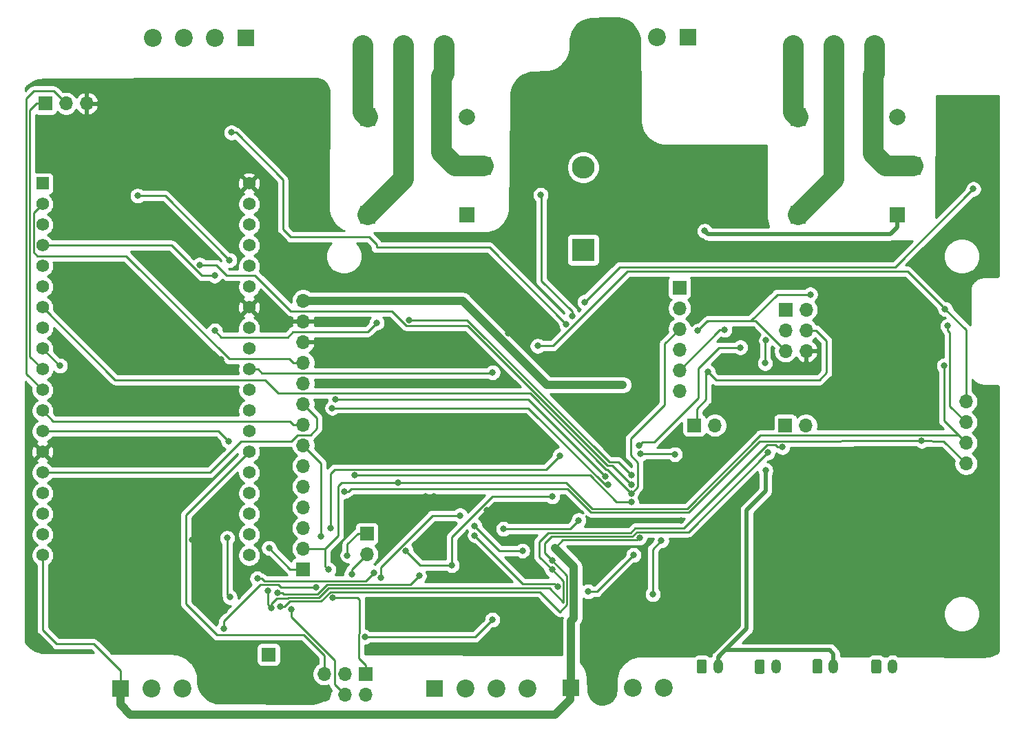
<source format=gbr>
G04 #@! TF.GenerationSoftware,KiCad,Pcbnew,(5.1.5)-3*
G04 #@! TF.CreationDate,2021-04-08T12:16:44+01:00*
G04 #@! TF.ProjectId,ControllerCircuit,436f6e74-726f-46c6-9c65-724369726375,rev?*
G04 #@! TF.SameCoordinates,Original*
G04 #@! TF.FileFunction,Copper,L2,Bot*
G04 #@! TF.FilePolarity,Positive*
%FSLAX46Y46*%
G04 Gerber Fmt 4.6, Leading zero omitted, Abs format (unit mm)*
G04 Created by KiCad (PCBNEW (5.1.5)-3) date 2021-04-08 12:16:44*
%MOMM*%
%LPD*%
G04 APERTURE LIST*
G04 #@! TA.AperFunction,ComponentPad*
%ADD10O,2.800000X2.800000*%
G04 #@! TD*
G04 #@! TA.AperFunction,ComponentPad*
%ADD11R,2.800000X2.800000*%
G04 #@! TD*
G04 #@! TA.AperFunction,ComponentPad*
%ADD12O,1.700000X1.700000*%
G04 #@! TD*
G04 #@! TA.AperFunction,ComponentPad*
%ADD13R,1.700000X1.700000*%
G04 #@! TD*
G04 #@! TA.AperFunction,ComponentPad*
%ADD14C,2.200000*%
G04 #@! TD*
G04 #@! TA.AperFunction,ComponentPad*
%ADD15R,2.000000X2.000000*%
G04 #@! TD*
G04 #@! TA.AperFunction,ComponentPad*
%ADD16O,1.200000X1.750000*%
G04 #@! TD*
G04 #@! TA.AperFunction,ComponentPad*
%ADD17C,0.100000*%
G04 #@! TD*
G04 #@! TA.AperFunction,ComponentPad*
%ADD18C,1.560000*%
G04 #@! TD*
G04 #@! TA.AperFunction,ComponentPad*
%ADD19R,1.560000X1.560000*%
G04 #@! TD*
G04 #@! TA.AperFunction,ComponentPad*
%ADD20R,1.980000X1.980000*%
G04 #@! TD*
G04 #@! TA.AperFunction,ComponentPad*
%ADD21R,1.900000X2.200000*%
G04 #@! TD*
G04 #@! TA.AperFunction,ComponentPad*
%ADD22C,2.000000*%
G04 #@! TD*
G04 #@! TA.AperFunction,ComponentPad*
%ADD23C,1.900000*%
G04 #@! TD*
G04 #@! TA.AperFunction,ComponentPad*
%ADD24R,1.900000X1.900000*%
G04 #@! TD*
G04 #@! TA.AperFunction,ViaPad*
%ADD25C,0.800000*%
G04 #@! TD*
G04 #@! TA.AperFunction,Conductor*
%ADD26C,0.250000*%
G04 #@! TD*
G04 #@! TA.AperFunction,Conductor*
%ADD27C,1.000000*%
G04 #@! TD*
G04 #@! TA.AperFunction,Conductor*
%ADD28C,0.500000*%
G04 #@! TD*
G04 #@! TA.AperFunction,Conductor*
%ADD29C,2.500000*%
G04 #@! TD*
G04 #@! TA.AperFunction,Conductor*
%ADD30C,0.254000*%
G04 #@! TD*
G04 APERTURE END LIST*
D10*
G04 #@! TO.P,D7,2*
G04 #@! TO.N,Net-(D7-Pad2)*
X158720000Y-69440000D03*
D11*
G04 #@! TO.P,D7,1*
G04 #@! TO.N,FUSED5V*
X158720000Y-79600000D03*
G04 #@! TD*
D12*
G04 #@! TO.P,LCD1,SD2*
G04 #@! TO.N,/VSPI_MISO*
X205800000Y-103335000D03*
G04 #@! TO.P,LCD1,SD3*
G04 #@! TO.N,/VSPI_MOSI*
X205800000Y-100795000D03*
G04 #@! TO.P,LCD1,SD4*
G04 #@! TO.N,/IO5*
X205800000Y-98255000D03*
G04 #@! TO.P,LCD1,SD1*
G04 #@! TO.N,/VSPI_CLK*
X205800000Y-105875000D03*
G04 #@! TO.P,LCD1,14*
G04 #@! TO.N,+3V3*
X124300000Y-85855000D03*
G04 #@! TO.P,LCD1,13*
G04 #@! TO.N,GND*
X124300000Y-88395000D03*
G04 #@! TO.P,LCD1,12*
X124300000Y-90935000D03*
G04 #@! TO.P,LCD1,11*
G04 #@! TO.N,/RESET*
X124300000Y-93475000D03*
G04 #@! TO.P,LCD1,10*
G04 #@! TO.N,/DISPLAY_DC*
X124300000Y-96015000D03*
G04 #@! TO.P,LCD1,9*
G04 #@! TO.N,/HSPI_MOSI*
X124300000Y-98555000D03*
G04 #@! TO.P,LCD1,8*
G04 #@! TO.N,/HSPI_CLK*
X124300000Y-101095000D03*
G04 #@! TO.P,LCD1,7*
G04 #@! TO.N,Net-(LCD1-Pad7)*
X124300000Y-103635000D03*
G04 #@! TO.P,LCD1,6*
G04 #@! TO.N,/HSPI_MISO*
X124300000Y-106175000D03*
G04 #@! TO.P,LCD1,5*
G04 #@! TO.N,/VSPI_CLK*
X124300000Y-108715000D03*
G04 #@! TO.P,LCD1,4*
G04 #@! TO.N,/IO4*
X124300000Y-111255000D03*
G04 #@! TO.P,LCD1,3*
G04 #@! TO.N,/VSPI_MOSI*
X124300000Y-113795000D03*
G04 #@! TO.P,LCD1,2*
G04 #@! TO.N,/VSPI_MISO*
X124300000Y-116335000D03*
D13*
G04 #@! TO.P,LCD1,1*
G04 #@! TO.N,/IO36_INPUT*
X124300000Y-118875000D03*
G04 #@! TD*
D14*
G04 #@! TO.P,J5,4*
G04 #@! TO.N,GND*
X160220000Y-53480000D03*
G04 #@! TO.P,J5,3*
X164030000Y-53480000D03*
G04 #@! TO.P,J5,2*
G04 #@! TO.N,+5V*
X167840000Y-53480000D03*
D15*
G04 #@! TO.P,J5,1*
X171650000Y-53480000D03*
G04 #@! TD*
D16*
G04 #@! TO.P,TX2,2*
G04 #@! TO.N,Net-(TX2-Pad2)*
X196770000Y-130830000D03*
G04 #@! TA.AperFunction,ComponentPad*
D17*
G04 #@! TO.P,TX2,1*
G04 #@! TO.N,Net-(TX2-Pad1)*
G36*
X195144505Y-129956204D02*
G01*
X195168773Y-129959804D01*
X195192572Y-129965765D01*
X195215671Y-129974030D01*
X195237850Y-129984520D01*
X195258893Y-129997132D01*
X195278599Y-130011747D01*
X195296777Y-130028223D01*
X195313253Y-130046401D01*
X195327868Y-130066107D01*
X195340480Y-130087150D01*
X195350970Y-130109329D01*
X195359235Y-130132428D01*
X195365196Y-130156227D01*
X195368796Y-130180495D01*
X195370000Y-130204999D01*
X195370000Y-131455001D01*
X195368796Y-131479505D01*
X195365196Y-131503773D01*
X195359235Y-131527572D01*
X195350970Y-131550671D01*
X195340480Y-131572850D01*
X195327868Y-131593893D01*
X195313253Y-131613599D01*
X195296777Y-131631777D01*
X195278599Y-131648253D01*
X195258893Y-131662868D01*
X195237850Y-131675480D01*
X195215671Y-131685970D01*
X195192572Y-131694235D01*
X195168773Y-131700196D01*
X195144505Y-131703796D01*
X195120001Y-131705000D01*
X194419999Y-131705000D01*
X194395495Y-131703796D01*
X194371227Y-131700196D01*
X194347428Y-131694235D01*
X194324329Y-131685970D01*
X194302150Y-131675480D01*
X194281107Y-131662868D01*
X194261401Y-131648253D01*
X194243223Y-131631777D01*
X194226747Y-131613599D01*
X194212132Y-131593893D01*
X194199520Y-131572850D01*
X194189030Y-131550671D01*
X194180765Y-131527572D01*
X194174804Y-131503773D01*
X194171204Y-131479505D01*
X194170000Y-131455001D01*
X194170000Y-130204999D01*
X194171204Y-130180495D01*
X194174804Y-130156227D01*
X194180765Y-130132428D01*
X194189030Y-130109329D01*
X194199520Y-130087150D01*
X194212132Y-130066107D01*
X194226747Y-130046401D01*
X194243223Y-130028223D01*
X194261401Y-130011747D01*
X194281107Y-129997132D01*
X194302150Y-129984520D01*
X194324329Y-129974030D01*
X194347428Y-129965765D01*
X194371227Y-129959804D01*
X194395495Y-129956204D01*
X194419999Y-129955000D01*
X195120001Y-129955000D01*
X195144505Y-129956204D01*
G37*
G04 #@! TD.AperFunction*
G04 #@! TD*
D16*
G04 #@! TO.P,RX2,2*
G04 #@! TO.N,+3V3*
X189520000Y-130810000D03*
G04 #@! TA.AperFunction,ComponentPad*
D17*
G04 #@! TO.P,RX2,1*
G04 #@! TO.N,/IO35_INPUT*
G36*
X187894505Y-129936204D02*
G01*
X187918773Y-129939804D01*
X187942572Y-129945765D01*
X187965671Y-129954030D01*
X187987850Y-129964520D01*
X188008893Y-129977132D01*
X188028599Y-129991747D01*
X188046777Y-130008223D01*
X188063253Y-130026401D01*
X188077868Y-130046107D01*
X188090480Y-130067150D01*
X188100970Y-130089329D01*
X188109235Y-130112428D01*
X188115196Y-130136227D01*
X188118796Y-130160495D01*
X188120000Y-130184999D01*
X188120000Y-131435001D01*
X188118796Y-131459505D01*
X188115196Y-131483773D01*
X188109235Y-131507572D01*
X188100970Y-131530671D01*
X188090480Y-131552850D01*
X188077868Y-131573893D01*
X188063253Y-131593599D01*
X188046777Y-131611777D01*
X188028599Y-131628253D01*
X188008893Y-131642868D01*
X187987850Y-131655480D01*
X187965671Y-131665970D01*
X187942572Y-131674235D01*
X187918773Y-131680196D01*
X187894505Y-131683796D01*
X187870001Y-131685000D01*
X187169999Y-131685000D01*
X187145495Y-131683796D01*
X187121227Y-131680196D01*
X187097428Y-131674235D01*
X187074329Y-131665970D01*
X187052150Y-131655480D01*
X187031107Y-131642868D01*
X187011401Y-131628253D01*
X186993223Y-131611777D01*
X186976747Y-131593599D01*
X186962132Y-131573893D01*
X186949520Y-131552850D01*
X186939030Y-131530671D01*
X186930765Y-131507572D01*
X186924804Y-131483773D01*
X186921204Y-131459505D01*
X186920000Y-131435001D01*
X186920000Y-130184999D01*
X186921204Y-130160495D01*
X186924804Y-130136227D01*
X186930765Y-130112428D01*
X186939030Y-130089329D01*
X186949520Y-130067150D01*
X186962132Y-130046107D01*
X186976747Y-130026401D01*
X186993223Y-130008223D01*
X187011401Y-129991747D01*
X187031107Y-129977132D01*
X187052150Y-129964520D01*
X187074329Y-129954030D01*
X187097428Y-129945765D01*
X187121227Y-129939804D01*
X187145495Y-129936204D01*
X187169999Y-129935000D01*
X187870001Y-129935000D01*
X187894505Y-129936204D01*
G37*
G04 #@! TD.AperFunction*
G04 #@! TD*
D14*
G04 #@! TO.P,J12,4*
G04 #@! TO.N,Net-(J12-Pad4)*
X105800000Y-53530000D03*
G04 #@! TO.P,J12,3*
G04 #@! TO.N,Net-(J12-Pad3)*
X109610000Y-53530000D03*
G04 #@! TO.P,J12,2*
G04 #@! TO.N,Net-(J12-Pad2)*
X113420000Y-53530000D03*
D15*
G04 #@! TO.P,J12,1*
G04 #@! TO.N,Net-(J12-Pad1)*
X117230000Y-53530000D03*
G04 #@! TD*
D16*
G04 #@! TO.P,TX1,2*
G04 #@! TO.N,Net-(TX1-Pad2)*
X182456260Y-130849600D03*
G04 #@! TA.AperFunction,ComponentPad*
D17*
G04 #@! TO.P,TX1,1*
G04 #@! TO.N,Net-(TX1-Pad1)*
G36*
X180830765Y-129975804D02*
G01*
X180855033Y-129979404D01*
X180878832Y-129985365D01*
X180901931Y-129993630D01*
X180924110Y-130004120D01*
X180945153Y-130016732D01*
X180964859Y-130031347D01*
X180983037Y-130047823D01*
X180999513Y-130066001D01*
X181014128Y-130085707D01*
X181026740Y-130106750D01*
X181037230Y-130128929D01*
X181045495Y-130152028D01*
X181051456Y-130175827D01*
X181055056Y-130200095D01*
X181056260Y-130224599D01*
X181056260Y-131474601D01*
X181055056Y-131499105D01*
X181051456Y-131523373D01*
X181045495Y-131547172D01*
X181037230Y-131570271D01*
X181026740Y-131592450D01*
X181014128Y-131613493D01*
X180999513Y-131633199D01*
X180983037Y-131651377D01*
X180964859Y-131667853D01*
X180945153Y-131682468D01*
X180924110Y-131695080D01*
X180901931Y-131705570D01*
X180878832Y-131713835D01*
X180855033Y-131719796D01*
X180830765Y-131723396D01*
X180806261Y-131724600D01*
X180106259Y-131724600D01*
X180081755Y-131723396D01*
X180057487Y-131719796D01*
X180033688Y-131713835D01*
X180010589Y-131705570D01*
X179988410Y-131695080D01*
X179967367Y-131682468D01*
X179947661Y-131667853D01*
X179929483Y-131651377D01*
X179913007Y-131633199D01*
X179898392Y-131613493D01*
X179885780Y-131592450D01*
X179875290Y-131570271D01*
X179867025Y-131547172D01*
X179861064Y-131523373D01*
X179857464Y-131499105D01*
X179856260Y-131474601D01*
X179856260Y-130224599D01*
X179857464Y-130200095D01*
X179861064Y-130175827D01*
X179867025Y-130152028D01*
X179875290Y-130128929D01*
X179885780Y-130106750D01*
X179898392Y-130085707D01*
X179913007Y-130066001D01*
X179929483Y-130047823D01*
X179947661Y-130031347D01*
X179967367Y-130016732D01*
X179988410Y-130004120D01*
X180010589Y-129993630D01*
X180033688Y-129985365D01*
X180057487Y-129979404D01*
X180081755Y-129975804D01*
X180106259Y-129974600D01*
X180806261Y-129974600D01*
X180830765Y-129975804D01*
G37*
G04 #@! TD.AperFunction*
G04 #@! TD*
D16*
G04 #@! TO.P,RX1,2*
G04 #@! TO.N,+3V3*
X175330720Y-130819600D03*
G04 #@! TA.AperFunction,ComponentPad*
D17*
G04 #@! TO.P,RX1,1*
G04 #@! TO.N,/IO2*
G36*
X173705225Y-129945804D02*
G01*
X173729493Y-129949404D01*
X173753292Y-129955365D01*
X173776391Y-129963630D01*
X173798570Y-129974120D01*
X173819613Y-129986732D01*
X173839319Y-130001347D01*
X173857497Y-130017823D01*
X173873973Y-130036001D01*
X173888588Y-130055707D01*
X173901200Y-130076750D01*
X173911690Y-130098929D01*
X173919955Y-130122028D01*
X173925916Y-130145827D01*
X173929516Y-130170095D01*
X173930720Y-130194599D01*
X173930720Y-131444601D01*
X173929516Y-131469105D01*
X173925916Y-131493373D01*
X173919955Y-131517172D01*
X173911690Y-131540271D01*
X173901200Y-131562450D01*
X173888588Y-131583493D01*
X173873973Y-131603199D01*
X173857497Y-131621377D01*
X173839319Y-131637853D01*
X173819613Y-131652468D01*
X173798570Y-131665080D01*
X173776391Y-131675570D01*
X173753292Y-131683835D01*
X173729493Y-131689796D01*
X173705225Y-131693396D01*
X173680721Y-131694600D01*
X172980719Y-131694600D01*
X172956215Y-131693396D01*
X172931947Y-131689796D01*
X172908148Y-131683835D01*
X172885049Y-131675570D01*
X172862870Y-131665080D01*
X172841827Y-131652468D01*
X172822121Y-131637853D01*
X172803943Y-131621377D01*
X172787467Y-131603199D01*
X172772852Y-131583493D01*
X172760240Y-131562450D01*
X172749750Y-131540271D01*
X172741485Y-131517172D01*
X172735524Y-131493373D01*
X172731924Y-131469105D01*
X172730720Y-131444601D01*
X172730720Y-130194599D01*
X172731924Y-130170095D01*
X172735524Y-130145827D01*
X172741485Y-130122028D01*
X172749750Y-130098929D01*
X172760240Y-130076750D01*
X172772852Y-130055707D01*
X172787467Y-130036001D01*
X172803943Y-130017823D01*
X172822121Y-130001347D01*
X172841827Y-129986732D01*
X172862870Y-129974120D01*
X172885049Y-129963630D01*
X172908148Y-129955365D01*
X172931947Y-129949404D01*
X172956215Y-129945804D01*
X172980719Y-129944600D01*
X173680721Y-129944600D01*
X173705225Y-129945804D01*
G37*
G04 #@! TD.AperFunction*
G04 #@! TD*
D12*
G04 #@! TO.P,JP3,2*
G04 #@! TO.N,/IO27*
X174919360Y-101185240D03*
D13*
G04 #@! TO.P,JP3,1*
X172379360Y-101185240D03*
G04 #@! TD*
D12*
G04 #@! TO.P,JP2,2*
G04 #@! TO.N,/IO26*
X186115680Y-101185240D03*
D13*
G04 #@! TO.P,JP2,1*
X183575680Y-101185240D03*
G04 #@! TD*
D12*
G04 #@! TO.P,J13,2*
G04 #@! TO.N,Net-(J13-Pad2)*
X132140000Y-117040000D03*
D13*
G04 #@! TO.P,J13,1*
G04 #@! TO.N,Net-(J13-Pad1)*
X132140000Y-114500000D03*
G04 #@! TD*
D12*
G04 #@! TO.P,J11,3*
G04 #@! TO.N,GND*
X97686860Y-61591720D03*
G04 #@! TO.P,J11,2*
G04 #@! TO.N,/IO27*
X95146860Y-61591720D03*
D13*
G04 #@! TO.P,J11,1*
G04 #@! TO.N,/IO26*
X92606860Y-61591720D03*
G04 #@! TD*
D12*
G04 #@! TO.P,J10,2*
G04 #@! TO.N,GND*
X117510000Y-129350000D03*
D13*
G04 #@! TO.P,J10,1*
G04 #@! TO.N,Net-(J10-Pad1)*
X120050000Y-129350000D03*
G04 #@! TD*
D12*
G04 #@! TO.P,J9,6*
G04 #@! TO.N,Net-(J9-Pad6)*
X170573420Y-96933280D03*
G04 #@! TO.P,J9,5*
G04 #@! TO.N,Net-(J9-Pad5)*
X170573420Y-94393280D03*
G04 #@! TO.P,J9,4*
G04 #@! TO.N,Net-(J9-Pad4)*
X170573420Y-91853280D03*
G04 #@! TO.P,J9,3*
G04 #@! TO.N,/IO32*
X170573420Y-89313280D03*
G04 #@! TO.P,J9,2*
G04 #@! TO.N,Net-(J9-Pad2)*
X170573420Y-86773280D03*
D13*
G04 #@! TO.P,J9,1*
G04 #@! TO.N,Net-(J9-Pad1)*
X170573420Y-84233280D03*
G04 #@! TD*
D12*
G04 #@! TO.P,J8,6*
G04 #@! TO.N,GND*
X126870000Y-134290000D03*
G04 #@! TO.P,J8,5*
G04 #@! TO.N,/AVRISP_RESET*
X126870000Y-131750000D03*
G04 #@! TO.P,J8,4*
G04 #@! TO.N,/VSPI_MOSI*
X129410000Y-134290000D03*
G04 #@! TO.P,J8,3*
G04 #@! TO.N,/VSPI_CLK*
X129410000Y-131750000D03*
G04 #@! TO.P,J8,2*
G04 #@! TO.N,+3V3*
X131950000Y-134290000D03*
D13*
G04 #@! TO.P,J8,1*
G04 #@! TO.N,/VSPI_MISO*
X131950000Y-131750000D03*
G04 #@! TD*
D12*
G04 #@! TO.P,J6,6*
G04 #@! TO.N,GND*
X186151240Y-92026000D03*
G04 #@! TO.P,J6,5*
G04 #@! TO.N,Net-(J6-Pad5)*
X183611240Y-92026000D03*
G04 #@! TO.P,J6,4*
G04 #@! TO.N,/IO27*
X186151240Y-89486000D03*
G04 #@! TO.P,J6,3*
G04 #@! TO.N,/IO26*
X183611240Y-89486000D03*
G04 #@! TO.P,J6,2*
G04 #@! TO.N,+3V3*
X186151240Y-86946000D03*
D13*
G04 #@! TO.P,J6,1*
G04 #@! TO.N,Net-(J6-Pad1)*
X183611240Y-86946000D03*
G04 #@! TD*
D18*
G04 #@! TO.P,U4,38*
G04 #@! TO.N,N/C*
X117656394Y-117150000D03*
G04 #@! TO.P,U4,37*
X117656394Y-114610000D03*
G04 #@! TO.P,U4,36*
X117656394Y-112070000D03*
G04 #@! TO.P,U4,35*
G04 #@! TO.N,/DISPLAY_DC*
X117656394Y-109530000D03*
G04 #@! TO.P,U4,34*
G04 #@! TO.N,/IO2*
X117656394Y-106990000D03*
G04 #@! TO.P,U4,33*
G04 #@! TO.N,/AVRISP_RESET*
X117656394Y-104450000D03*
G04 #@! TO.P,U4,32*
G04 #@! TO.N,/IO4*
X117656394Y-101910000D03*
G04 #@! TO.P,U4,31*
G04 #@! TO.N,/CANBUS_TX*
X117656394Y-99370000D03*
G04 #@! TO.P,U4,30*
G04 #@! TO.N,/CANBUS_RX*
X117656394Y-96830000D03*
G04 #@! TO.P,U4,29*
G04 #@! TO.N,/IO5*
X117656394Y-94290000D03*
G04 #@! TO.P,U4,28*
G04 #@! TO.N,/VSPI_CLK*
X117656394Y-91750000D03*
G04 #@! TO.P,U4,27*
G04 #@! TO.N,/VSPI_MISO*
X117656394Y-89210000D03*
G04 #@! TO.P,U4,26*
G04 #@! TO.N,GND*
X117656394Y-86670000D03*
G04 #@! TO.P,U4,25*
G04 #@! TO.N,/IO21*
X117656394Y-84130000D03*
G04 #@! TO.P,U4,24*
G04 #@! TO.N,N/C*
X117656394Y-81590000D03*
G04 #@! TO.P,U4,23*
X117656394Y-79050000D03*
G04 #@! TO.P,U4,22*
G04 #@! TO.N,/IO22*
X117656394Y-76510000D03*
G04 #@! TO.P,U4,21*
G04 #@! TO.N,/VSPI_MOSI*
X117656394Y-73970000D03*
G04 #@! TO.P,U4,20*
G04 #@! TO.N,GND*
X117656394Y-71430000D03*
G04 #@! TO.P,U4,18*
G04 #@! TO.N,N/C*
X92256394Y-114610000D03*
G04 #@! TO.P,U4,17*
X92256394Y-112070000D03*
G04 #@! TO.P,U4,16*
X92256394Y-109530000D03*
G04 #@! TO.P,U4,15*
G04 #@! TO.N,/HSPI_MOSI*
X92256394Y-106990000D03*
G04 #@! TO.P,U4,14*
G04 #@! TO.N,GND*
X92256394Y-104450000D03*
G04 #@! TO.P,U4,13*
G04 #@! TO.N,/HSPI_MISO*
X92256394Y-101910000D03*
G04 #@! TO.P,U4,12*
G04 #@! TO.N,/HSPI_CLK*
X92256394Y-99370000D03*
G04 #@! TO.P,U4,11*
G04 #@! TO.N,/IO27*
X92256394Y-96830000D03*
G04 #@! TO.P,U4,10*
G04 #@! TO.N,/IO26*
X92256394Y-94290000D03*
G04 #@! TO.P,U4,9*
G04 #@! TO.N,/IO25*
X92256394Y-91750000D03*
G04 #@! TO.P,U4,8*
G04 #@! TO.N,/IO33*
X92256394Y-89210000D03*
G04 #@! TO.P,U4,7*
G04 #@! TO.N,/IO32*
X92256394Y-86670000D03*
G04 #@! TO.P,U4,6*
G04 #@! TO.N,/IO35_INPUT*
X92256394Y-84130000D03*
G04 #@! TO.P,U4,5*
G04 #@! TO.N,/IO34_INPUT*
X92256394Y-81590000D03*
G04 #@! TO.P,U4,4*
G04 #@! TO.N,/IO39_INPUT*
X92256394Y-79050000D03*
G04 #@! TO.P,U4,3*
G04 #@! TO.N,/IO36_INPUT*
X92256394Y-76510000D03*
G04 #@! TO.P,U4,19*
G04 #@! TO.N,FUSED5V*
X92256394Y-117150000D03*
G04 #@! TO.P,U4,2*
G04 #@! TO.N,/RESET*
X92256394Y-73970000D03*
D19*
G04 #@! TO.P,U4,1*
G04 #@! TO.N,N/C*
X92256394Y-71430000D03*
G04 #@! TD*
D20*
G04 #@! TO.P,K2,A1*
G04 #@! TO.N,FUSED5V*
X144475000Y-75300000D03*
D21*
G04 #@! TO.P,K2,COM*
G04 #@! TO.N,Net-(J3-Pad1)*
X146475000Y-69300000D03*
D22*
G04 #@! TO.P,K2,A2*
G04 #@! TO.N,Net-(D4-Pad1)*
X144475000Y-63300000D03*
D21*
G04 #@! TO.P,K2,NO*
G04 #@! TO.N,Net-(J3-Pad3)*
X132275000Y-63300000D03*
G04 #@! TO.P,K2,NC*
G04 #@! TO.N,Net-(J3-Pad2)*
X132275000Y-75300000D03*
G04 #@! TD*
D20*
G04 #@! TO.P,K1,A1*
G04 #@! TO.N,FUSED5V*
X197340000Y-75300000D03*
D21*
G04 #@! TO.P,K1,COM*
G04 #@! TO.N,Net-(J2-Pad1)*
X199340000Y-69300000D03*
D22*
G04 #@! TO.P,K1,A2*
G04 #@! TO.N,Net-(D2-Pad2)*
X197340000Y-63300000D03*
D21*
G04 #@! TO.P,K1,NO*
G04 #@! TO.N,Net-(J2-Pad3)*
X185140000Y-63300000D03*
G04 #@! TO.P,K1,NC*
G04 #@! TO.N,Net-(J2-Pad2)*
X185140000Y-75300000D03*
G04 #@! TD*
D14*
G04 #@! TO.P,J7,4*
G04 #@! TO.N,Net-(D8-Pad1)*
X168679020Y-133488660D03*
G04 #@! TO.P,J7,3*
G04 #@! TO.N,Net-(D8-Pad2)*
X164869020Y-133488660D03*
G04 #@! TO.P,J7,2*
G04 #@! TO.N,GND*
X161059020Y-133488660D03*
D15*
G04 #@! TO.P,J7,1*
G04 #@! TO.N,FUSED5V*
X157249020Y-133488660D03*
G04 #@! TD*
D14*
G04 #@! TO.P,J4,4*
G04 #@! TO.N,/EXT_IO_D*
X151855686Y-133503660D03*
G04 #@! TO.P,J4,3*
G04 #@! TO.N,/EXT_IO_C*
X148045686Y-133503660D03*
G04 #@! TO.P,J4,2*
G04 #@! TO.N,/EXT_IO_B*
X144235686Y-133503660D03*
D15*
G04 #@! TO.P,J4,1*
G04 #@! TO.N,/EXT_IO_A*
X140425686Y-133503660D03*
G04 #@! TD*
D23*
G04 #@! TO.P,J3,3*
G04 #@! TO.N,Net-(J3-Pad3)*
X131685000Y-54450000D03*
G04 #@! TO.P,J3,2*
G04 #@! TO.N,Net-(J3-Pad2)*
X136685000Y-54450000D03*
D24*
G04 #@! TO.P,J3,1*
G04 #@! TO.N,Net-(J3-Pad1)*
X141685000Y-54450000D03*
G04 #@! TD*
D23*
G04 #@! TO.P,J2,3*
G04 #@! TO.N,Net-(J2-Pad3)*
X184550000Y-54450000D03*
G04 #@! TO.P,J2,2*
G04 #@! TO.N,Net-(J2-Pad2)*
X189550000Y-54450000D03*
D24*
G04 #@! TO.P,J2,1*
G04 #@! TO.N,Net-(J2-Pad1)*
X194550000Y-54450000D03*
G04 #@! TD*
D14*
G04 #@! TO.P,J1,4*
G04 #@! TO.N,GND*
X113270000Y-133500000D03*
G04 #@! TO.P,J1,3*
G04 #@! TO.N,Net-(J1-Pad3)*
X109460000Y-133500000D03*
G04 #@! TO.P,J1,2*
G04 #@! TO.N,Net-(J1-Pad2)*
X105650000Y-133500000D03*
D15*
G04 #@! TO.P,J1,1*
G04 #@! TO.N,FUSED5V*
X101840000Y-133500000D03*
G04 #@! TD*
D25*
G04 #@! TO.N,GND*
X159950000Y-117900000D03*
X175670000Y-80460000D03*
X177670840Y-80464000D03*
X176670840Y-80464000D03*
X178620840Y-80464000D03*
X203250000Y-63750000D03*
X203250000Y-62750000D03*
X202750000Y-67250000D03*
X202750000Y-68250000D03*
X150500000Y-60500000D03*
X151500000Y-60500000D03*
X152750000Y-64500000D03*
X180575000Y-69575000D03*
X180575000Y-68575000D03*
X179625000Y-68575000D03*
X179625000Y-69575000D03*
X151499940Y-89860560D03*
X151499940Y-88860560D03*
X149549940Y-88860560D03*
X149549940Y-89860560D03*
X150549940Y-88860560D03*
X150549940Y-89860560D03*
X141268980Y-116810800D03*
X148842480Y-115340000D03*
X136410000Y-110830000D03*
X132872420Y-111765880D03*
X132872420Y-110765880D03*
X139400000Y-109900000D03*
X140400000Y-109900000D03*
X139400000Y-110900000D03*
X140400000Y-110900000D03*
X120950000Y-89300000D03*
X120950000Y-88300000D03*
X157750000Y-62100000D03*
X158750000Y-62100000D03*
X157750000Y-63000000D03*
X158750000Y-63000000D03*
X101111340Y-128600000D03*
X102111340Y-128600000D03*
X103061340Y-128600000D03*
X208125000Y-76575000D03*
X207125000Y-76575000D03*
X207125000Y-75575000D03*
X208125000Y-75575000D03*
X209075000Y-76575000D03*
X209075000Y-75575000D03*
X187202220Y-94092560D03*
X185252220Y-94092560D03*
X186252220Y-94092560D03*
X167250000Y-69800000D03*
X173050000Y-69600000D03*
X174150000Y-69600000D03*
X157490000Y-65910000D03*
X158390000Y-65910000D03*
X120850000Y-71500000D03*
X183609320Y-111079980D03*
X185559320Y-112079980D03*
X185559320Y-111079980D03*
X184609320Y-111079980D03*
X209069320Y-119553760D03*
X208119320Y-119553760D03*
X208119320Y-120553760D03*
X207119320Y-120553760D03*
X209069320Y-120553760D03*
X142423260Y-91657180D03*
X141473260Y-91657180D03*
X141483260Y-92937180D03*
X140483260Y-92937180D03*
X142433260Y-92937180D03*
X140473260Y-91657180D03*
X108312540Y-115213420D03*
X107312540Y-115213420D03*
X108312540Y-114213420D03*
X107312540Y-114213420D03*
X110650240Y-92168320D03*
X110650240Y-93168320D03*
X109700240Y-93168320D03*
X109700240Y-92168320D03*
X108700240Y-93168320D03*
X108700240Y-92168320D03*
X114216400Y-94047160D03*
X114216400Y-93047160D03*
X109807680Y-97509940D03*
X110807680Y-97509940D03*
X110807680Y-98509940D03*
X109807680Y-98509940D03*
X101526560Y-87722560D03*
X100576560Y-87722560D03*
X101526560Y-86722560D03*
X99576560Y-87722560D03*
X100576560Y-86722560D03*
X99576560Y-86722560D03*
X164969480Y-98027700D03*
X166919480Y-99027700D03*
X166919480Y-98027700D03*
X165969480Y-98027700D03*
X164969480Y-99027700D03*
X165969480Y-99027700D03*
X145654700Y-102675540D03*
X145654700Y-101675540D03*
X141164120Y-96181500D03*
X142164120Y-96181500D03*
X152158220Y-126604320D03*
X153158220Y-126604320D03*
X110701000Y-104892960D03*
X109701000Y-104892960D03*
X110701000Y-103892960D03*
X109701000Y-103892960D03*
X111216620Y-108045100D03*
X110216620Y-108045100D03*
X102390120Y-114948820D03*
X102390120Y-113948820D03*
X101390120Y-114948820D03*
X101390120Y-113948820D03*
X174727180Y-115074760D03*
X174727180Y-114074760D03*
X173727180Y-115074760D03*
X173727180Y-114074760D03*
X198833960Y-97870620D03*
X197883960Y-97870620D03*
X197883960Y-98870620D03*
X196883960Y-98870620D03*
X198833960Y-98870620D03*
X196883960Y-97870620D03*
X181833240Y-84466960D03*
X176931040Y-85493120D03*
X167687160Y-85867320D03*
X167637160Y-83817320D03*
X168587160Y-84817320D03*
X167687160Y-86867320D03*
X167637160Y-84817320D03*
X168587160Y-83817320D03*
X178807280Y-99734220D03*
X179757280Y-99734220D03*
X177807280Y-99734220D03*
X148680000Y-123490000D03*
X140766980Y-103191160D03*
X139766980Y-103191160D03*
X139766980Y-102191160D03*
X140766980Y-102191160D03*
X133414440Y-103104800D03*
X133414440Y-102104800D03*
X129576500Y-101998120D03*
X129576500Y-102998120D03*
X147934340Y-111650140D03*
X146934340Y-111650140D03*
X154206360Y-111680620D03*
X155206360Y-111680620D03*
X99608820Y-77367740D03*
X98608820Y-77367740D03*
X138499940Y-81860560D03*
X136549940Y-81860560D03*
X136549940Y-80860560D03*
X138499940Y-80860560D03*
X137549940Y-81860560D03*
X137549940Y-80860560D03*
X113299940Y-70530560D03*
X113299940Y-69530560D03*
X112349940Y-69530560D03*
X112349940Y-70530560D03*
X111349940Y-70530560D03*
X111349940Y-69530560D03*
X124499940Y-66860560D03*
X124499940Y-67860560D03*
X122549940Y-66860560D03*
X123549940Y-66860560D03*
X123549940Y-67860560D03*
X122549940Y-67860560D03*
X111662540Y-115233420D03*
X110662540Y-115233420D03*
X114650000Y-128600000D03*
X112350000Y-120200000D03*
X142250000Y-126040000D03*
X184609320Y-112079980D03*
X183609320Y-112079980D03*
X193920840Y-80214000D03*
X192970840Y-80214000D03*
X176400000Y-94300000D03*
X159069480Y-94827700D03*
X160019480Y-94827700D03*
X159069480Y-93827700D03*
X160019480Y-93827700D03*
X207233960Y-109670620D03*
X206283960Y-109670620D03*
X205283960Y-110670620D03*
X206283960Y-110670620D03*
X205283960Y-109670620D03*
X207233960Y-110670620D03*
X198563960Y-92280620D03*
X197563960Y-92280620D03*
X199513960Y-92280620D03*
X144330000Y-116930000D03*
X120732420Y-113565880D03*
X120732420Y-114565880D03*
X96129940Y-65770560D03*
X98079940Y-65770560D03*
X97129940Y-65770560D03*
X160600000Y-113120000D03*
X161630000Y-113120000D03*
X170730000Y-112880000D03*
X170704580Y-123743380D03*
X170704580Y-124743380D03*
X159554580Y-123353380D03*
X159554580Y-124353380D03*
X111279856Y-122095176D03*
X114650000Y-124010000D03*
X167883380Y-128995420D03*
X166883380Y-128995420D03*
X163014580Y-128723380D03*
X163014580Y-127723380D03*
X191679320Y-122973760D03*
X192629320Y-123973760D03*
X192629320Y-122973760D03*
X191679320Y-123973760D03*
X190679320Y-123973760D03*
X190679320Y-122973760D03*
X111150000Y-126590000D03*
X191120840Y-80214000D03*
X192070840Y-80214000D03*
X190120840Y-80214000D03*
X189120000Y-80210000D03*
X158060840Y-83004000D03*
X157060000Y-83000000D03*
X152020840Y-80964000D03*
X151020000Y-80960000D03*
X207100000Y-119540000D03*
X202615000Y-80855000D03*
X201665000Y-80855000D03*
X200665000Y-79855000D03*
X201665000Y-79855000D03*
X202615000Y-79855000D03*
X200665000Y-80855000D03*
X147560000Y-123490000D03*
X149880000Y-123490000D03*
X141274340Y-114340140D03*
X140274340Y-114340140D03*
X162950840Y-74674000D03*
X161950000Y-74670000D03*
G04 #@! TO.N,+3V3*
X158177000Y-112848880D03*
X148933900Y-113905560D03*
X115238260Y-80857620D03*
X163600000Y-96200000D03*
X103950000Y-72940000D03*
X167280000Y-121960000D03*
X168350000Y-115340000D03*
X181160002Y-106720000D03*
X138560000Y-119680000D03*
X121196953Y-121729486D03*
G04 #@! TO.N,/IO33*
X137341340Y-88205840D03*
X164650000Y-107300000D03*
X113450000Y-89520000D03*
X133355266Y-88559947D03*
G04 #@! TO.N,/IO32*
X164644808Y-109545687D03*
G04 #@! TO.N,/IO35_INPUT*
X164650000Y-108450000D03*
X111562911Y-81429988D03*
G04 #@! TO.N,/IO34_INPUT*
X114963940Y-115025700D03*
X115290000Y-122310000D03*
G04 #@! TO.N,/IO39_INPUT*
X155574948Y-121030260D03*
X145410000Y-114710000D03*
X113420000Y-82770000D03*
G04 #@! TO.N,/VSPI_CLK*
X129350000Y-109300000D03*
X200350000Y-103100000D03*
G04 #@! TO.N,/VSPI_MOSI*
X127650000Y-113799996D03*
X155868456Y-104883501D03*
X165750000Y-104700000D03*
X170000000Y-104750000D03*
X122890000Y-123810000D03*
X203550000Y-88950000D03*
G04 #@! TO.N,/VSPI_MISO*
X135950000Y-108200000D03*
X127410000Y-118910000D03*
X127970000Y-122370000D03*
X203100000Y-93850000D03*
G04 #@! TO.N,/RESET*
X136924990Y-116590340D03*
X178046790Y-91596790D03*
X165600002Y-103650000D03*
X154930000Y-109940000D03*
X142580000Y-118380000D03*
G04 #@! TO.N,FUSED5V*
X155258500Y-116239820D03*
X173662085Y-77263989D03*
X165660000Y-115010000D03*
G04 #@! TO.N,/CANBUS_TX*
X161800002Y-108500000D03*
X127870000Y-99040000D03*
G04 #@! TO.N,/CANBUS_RX*
X161472344Y-107477664D03*
X128300000Y-97975010D03*
G04 #@! TO.N,/RELAY1*
X206700000Y-72100000D03*
X158900000Y-86010000D03*
G04 #@! TO.N,/RELAY2*
X153500000Y-72850000D03*
X157350000Y-87750000D03*
G04 #@! TO.N,/DISPLAY_LED*
X114572773Y-126151907D03*
X125858116Y-121120740D03*
G04 #@! TO.N,/IO22*
X133816742Y-119894990D03*
X143594990Y-112250000D03*
G04 #@! TO.N,/IO36_INPUT*
X120100000Y-116260000D03*
G04 #@! TO.N,/HSPI_MISO*
X115111260Y-103125800D03*
G04 #@! TO.N,/IO5*
X147597860Y-94665060D03*
X153135060Y-91401160D03*
X203235000Y-86875000D03*
G04 #@! TO.N,/IO25*
X94405180Y-93844640D03*
X133019612Y-119291161D03*
X118660000Y-120010000D03*
G04 #@! TO.N,/IO27*
X174088780Y-94632040D03*
X154903620Y-117767563D03*
X181415154Y-104530166D03*
X121460000Y-123500000D03*
G04 #@! TO.N,/IO26*
X183230000Y-103855021D03*
X154895280Y-118932220D03*
X120400008Y-123660447D03*
X119990000Y-121500000D03*
G04 #@! TO.N,/IO2*
X164640000Y-110564990D03*
X130640000Y-107320000D03*
G04 #@! TO.N,/RELAY3_SSR*
X115477500Y-65160008D03*
X156652340Y-88742340D03*
G04 #@! TO.N,Net-(LCD1-Pad7)*
X126490000Y-114830000D03*
G04 #@! TO.N,Net-(J9-Pad5)*
X176087760Y-89437740D03*
G04 #@! TO.N,Net-(J6-Pad5)*
X172841640Y-89539340D03*
X186660000Y-85080000D03*
G04 #@! TO.N,Net-(J6-Pad1)*
X181096640Y-93527140D03*
X181216020Y-90725520D03*
G04 #@! TO.N,Net-(J13-Pad1)*
X129744990Y-117170000D03*
G04 #@! TO.N,Net-(J13-Pad2)*
X130264131Y-119444979D03*
G04 #@! TO.N,/RELAY4_SSR*
X151270000Y-116590000D03*
X145360000Y-113550000D03*
G04 #@! TO.N,/CANBUS_S*
X159340000Y-121620000D03*
X164905917Y-117134202D03*
X147560000Y-125090000D03*
X131879135Y-127209135D03*
G04 #@! TD*
D26*
G04 #@! TO.N,+3V3*
X158177000Y-112848880D02*
X157120320Y-113905560D01*
X157120320Y-113905560D02*
X148933900Y-113905560D01*
D27*
X124300000Y-85855000D02*
X143939315Y-85855000D01*
X154284315Y-96200000D02*
X163600000Y-96200000D01*
X143939315Y-85855000D02*
X154284315Y-96200000D01*
D26*
X167280000Y-121960000D02*
X167280000Y-116410000D01*
X167280000Y-116410000D02*
X168350000Y-115340000D01*
D28*
X178820000Y-126190000D02*
X178820000Y-111600324D01*
X181160002Y-109260322D02*
X181160002Y-106720000D01*
X178820000Y-111600324D02*
X181160002Y-109260322D01*
X175330720Y-130819600D02*
X175330720Y-129679280D01*
X175330720Y-129679280D02*
X178820000Y-126190000D01*
D26*
X107320640Y-72940000D02*
X103950000Y-72940000D01*
X115238260Y-80857620D02*
X107320640Y-72940000D01*
D28*
X189050000Y-128800000D02*
X189520000Y-129270000D01*
X176225320Y-128800000D02*
X189050000Y-128800000D01*
X175330720Y-130819600D02*
X175330720Y-129694600D01*
X189520000Y-129270000D02*
X189520000Y-130810000D01*
X175330720Y-129694600D02*
X176225320Y-128800000D01*
D26*
X127259199Y-120744977D02*
X126084166Y-121920010D01*
X121953162Y-121920010D02*
X121762638Y-121729486D01*
X121762638Y-121729486D02*
X121196953Y-121729486D01*
X138560000Y-119680000D02*
X137495023Y-120744977D01*
X137495023Y-120744977D02*
X127259199Y-120744977D01*
X126084166Y-121920010D02*
X121953162Y-121920010D01*
G04 #@! TO.N,/IO33*
X163037316Y-105687316D02*
X164650000Y-107300000D01*
X144455844Y-88205840D02*
X161937320Y-105687316D01*
X137341340Y-88205840D02*
X144455844Y-88205840D01*
X161937320Y-105687316D02*
X163037316Y-105687316D01*
X132245213Y-89670000D02*
X133355266Y-88559947D01*
X122390531Y-90319489D02*
X123040020Y-89670000D01*
X123040020Y-89670000D02*
X132245213Y-89670000D01*
X113450000Y-89520000D02*
X114249489Y-90319489D01*
X114249489Y-90319489D02*
X122390531Y-90319489D01*
G04 #@! TO.N,/IO32*
X170573420Y-89313280D02*
X168725002Y-91161698D01*
X165429999Y-105729999D02*
X165429999Y-108760496D01*
X168725002Y-98624998D02*
X164550000Y-102800000D01*
X164550000Y-102800000D02*
X164550000Y-104850000D01*
X168725002Y-91161698D02*
X168725002Y-98624998D01*
X165429999Y-108760496D02*
X164644808Y-109545687D01*
X164550000Y-104850000D02*
X165429999Y-105729999D01*
X161686459Y-106587338D02*
X164644808Y-109545687D01*
X161535662Y-106587338D02*
X161686459Y-106587338D01*
X92256394Y-86670000D02*
X101160774Y-95574380D01*
X119594380Y-95574380D02*
X121270000Y-97250000D01*
X101160774Y-95574380D02*
X119594380Y-95574380D01*
X121270000Y-97250000D02*
X152198324Y-97250000D01*
X152198324Y-97250000D02*
X161535662Y-106587338D01*
G04 #@! TO.N,/IO35_INPUT*
X122790000Y-87110000D02*
X118390867Y-82710867D01*
X113592990Y-81429988D02*
X111562911Y-81429988D01*
X161722062Y-106137327D02*
X144515577Y-88930842D01*
X164650000Y-108450000D02*
X162337327Y-106137327D01*
X144515577Y-88930842D02*
X136993338Y-88930842D01*
X118390867Y-82710867D02*
X114873869Y-82710867D01*
X135172496Y-87110000D02*
X122790000Y-87110000D01*
X162337327Y-106137327D02*
X161722062Y-106137327D01*
X114873869Y-82710867D02*
X113592990Y-81429988D01*
X136993338Y-88930842D02*
X135172496Y-87110000D01*
G04 #@! TO.N,/IO34_INPUT*
X114963940Y-121983940D02*
X115290000Y-122310000D01*
X114963940Y-115025700D02*
X114963940Y-121983940D01*
G04 #@! TO.N,/IO39_INPUT*
X111850000Y-82770000D02*
X113420000Y-82770000D01*
X108130000Y-79050000D02*
X111850000Y-82770000D01*
X92256394Y-79050000D02*
X108130000Y-79050000D01*
X151330261Y-120630261D02*
X145410000Y-114710000D01*
X155174949Y-120630261D02*
X151330261Y-120630261D01*
X155574948Y-121030260D02*
X155174949Y-120630261D01*
G04 #@! TO.N,/VSPI_CLK*
X180410575Y-103130011D02*
X171685573Y-111855013D01*
X129915685Y-109300000D02*
X129350000Y-109300000D01*
X171685573Y-111855013D02*
X159685805Y-111855013D01*
X156805787Y-108974995D02*
X130240690Y-108974995D01*
X205800000Y-105875000D02*
X203055011Y-103130011D01*
X130240690Y-108974995D02*
X129915685Y-109300000D01*
X159685805Y-111855013D02*
X156805787Y-108974995D01*
X200350000Y-103100000D02*
X180410575Y-103130011D01*
X203055011Y-103130011D02*
X200350000Y-103100000D01*
G04 #@! TO.N,/VSPI_MOSI*
X128201998Y-106574998D02*
X154176959Y-106574998D01*
X127650000Y-113799996D02*
X127650000Y-107126996D01*
X154176959Y-106574998D02*
X155868456Y-104883501D01*
X127650000Y-107126996D02*
X128201998Y-106574998D01*
X165750000Y-104700000D02*
X169950000Y-104700000D01*
X169950000Y-104700000D02*
X170000000Y-104750000D01*
X122890000Y-124776411D02*
X122890000Y-123810000D01*
X128183590Y-133063590D02*
X128183590Y-130070001D01*
X128183590Y-130070001D02*
X122890000Y-124776411D01*
X129410000Y-134290000D02*
X128183590Y-133063590D01*
X203825001Y-89790686D02*
X203550000Y-89515685D01*
X203550000Y-89515685D02*
X203550000Y-88950000D01*
X205800000Y-100795000D02*
X203825001Y-98820001D01*
X203825001Y-98820001D02*
X203825001Y-89790686D01*
G04 #@! TO.N,/VSPI_MISO*
X205800000Y-103335000D02*
X205765000Y-103300000D01*
X131950000Y-131750000D02*
X131950000Y-131350000D01*
X127035000Y-116335000D02*
X124300000Y-116335000D01*
X127035000Y-116335000D02*
X127035000Y-118535000D01*
X127035000Y-118535000D02*
X127410000Y-118910000D01*
X129040000Y-108200000D02*
X135950000Y-108200000D01*
X128624999Y-108615001D02*
X129040000Y-108200000D01*
X127035000Y-116335000D02*
X128624999Y-114745001D01*
X128624999Y-114745001D02*
X128624999Y-108615001D01*
X131232338Y-122642338D02*
X130960000Y-122370000D01*
X131950000Y-130650000D02*
X131154133Y-129854133D01*
X131950000Y-131750000D02*
X131950000Y-130650000D01*
X131154133Y-129854133D02*
X131154133Y-126861133D01*
X128535685Y-122370000D02*
X127970000Y-122370000D01*
X131154133Y-126861133D02*
X131232338Y-126782928D01*
X130960000Y-122370000D02*
X128535685Y-122370000D01*
X131232338Y-126782928D02*
X131232338Y-122642338D01*
X159872205Y-111405002D02*
X171499173Y-111405002D01*
X180529176Y-102374999D02*
X204839999Y-102374999D01*
X171499173Y-111405002D02*
X180529176Y-102374999D01*
X156667203Y-108200000D02*
X159872205Y-111405002D01*
X204950001Y-102485001D02*
X205800000Y-103335000D01*
X204839999Y-102374999D02*
X204950001Y-102485001D01*
X135950000Y-108200000D02*
X156667203Y-108200000D01*
X203100000Y-100635000D02*
X203100000Y-93850000D01*
X205800000Y-103335000D02*
X203100000Y-100635000D01*
G04 #@! TO.N,/RESET*
X175453210Y-91596790D02*
X172850000Y-94200000D01*
X172850000Y-94200000D02*
X172850000Y-97850000D01*
X178046790Y-91596790D02*
X175453210Y-91596790D01*
X166000001Y-103250001D02*
X165600002Y-103650000D01*
X167449999Y-103250001D02*
X166000001Y-103250001D01*
X172850000Y-97850000D02*
X167449999Y-103250001D01*
X142580000Y-114904315D02*
X142580000Y-118380000D01*
X138714650Y-118380000D02*
X142580000Y-118380000D01*
X154930000Y-109940000D02*
X147544315Y-109940000D01*
X147544315Y-109940000D02*
X142580000Y-114904315D01*
X136924990Y-116590340D02*
X138714650Y-118380000D01*
X91151393Y-79891393D02*
X91151393Y-75075001D01*
X123097919Y-93475000D02*
X122634439Y-93011520D01*
X91600000Y-80340000D02*
X91151393Y-79891393D01*
X124300000Y-93475000D02*
X123097919Y-93475000D01*
X122634439Y-93011520D02*
X115211738Y-93011520D01*
X115211738Y-93011520D02*
X102540218Y-80340000D01*
X91151393Y-75075001D02*
X92256394Y-73970000D01*
X102540218Y-80340000D02*
X91600000Y-80340000D01*
D29*
G04 #@! TO.N,Net-(J2-Pad3)*
X184550000Y-62710000D02*
X185140000Y-63300000D01*
X184550000Y-54450000D02*
X184550000Y-62710000D01*
G04 #@! TO.N,Net-(J2-Pad2)*
X189550000Y-70890000D02*
X185140000Y-75300000D01*
X189550000Y-54450000D02*
X189550000Y-70890000D01*
G04 #@! TO.N,Net-(J2-Pad1)*
X194550000Y-57900000D02*
X194359260Y-58090740D01*
X194359260Y-58090740D02*
X194359260Y-67769260D01*
X194359260Y-67769260D02*
X195890000Y-69300000D01*
X194550000Y-54450000D02*
X194550000Y-57900000D01*
X195890000Y-69300000D02*
X199340000Y-69300000D01*
D26*
G04 #@! TO.N,FUSED5V*
X92256394Y-126306394D02*
X92256394Y-117150000D01*
X94013520Y-128063520D02*
X92256394Y-126306394D01*
X98523156Y-128063520D02*
X94013520Y-128063520D01*
X101840000Y-133500000D02*
X101840000Y-131380364D01*
X101840000Y-131380364D02*
X98523156Y-128063520D01*
D28*
X196466012Y-77663988D02*
X174062084Y-77663988D01*
X174062084Y-77663988D02*
X173662085Y-77263989D01*
X197340000Y-75300000D02*
X197340000Y-76790000D01*
X197340000Y-76790000D02*
X196466012Y-77663988D01*
D27*
X157574980Y-118556300D02*
X155258500Y-116239820D01*
X157249020Y-125228984D02*
X157574980Y-124903024D01*
X157249020Y-133488660D02*
X157249020Y-125228984D01*
X157574980Y-124903024D02*
X157574980Y-118556300D01*
X157151340Y-133488660D02*
X157249020Y-133488660D01*
X101840000Y-135500000D02*
X103065011Y-136725011D01*
X155304989Y-136725011D02*
X157151340Y-134878660D01*
X101840000Y-133500000D02*
X101840000Y-135500000D01*
X103065011Y-136725011D02*
X155304989Y-136725011D01*
X157151340Y-134878660D02*
X157151340Y-133488660D01*
D26*
X165380000Y-115290000D02*
X165660000Y-115010000D01*
X155258500Y-116239820D02*
X156208320Y-115290000D01*
X156208320Y-115290000D02*
X165380000Y-115290000D01*
D29*
G04 #@! TO.N,Net-(J3-Pad3)*
X131685000Y-62710000D02*
X132275000Y-63300000D01*
X131685000Y-54450000D02*
X131685000Y-62710000D01*
G04 #@! TO.N,Net-(J3-Pad2)*
X136685000Y-70890000D02*
X132275000Y-75300000D01*
X136685000Y-54450000D02*
X136685000Y-70890000D01*
G04 #@! TO.N,Net-(J3-Pad1)*
X143025000Y-69300000D02*
X141270720Y-67545720D01*
X146475000Y-69300000D02*
X143025000Y-69300000D01*
X141270720Y-67545720D02*
X141270720Y-58307500D01*
X141270720Y-58307500D02*
X141649990Y-57928230D01*
X141649990Y-57928230D02*
X141649990Y-54450000D01*
D26*
G04 #@! TO.N,/CANBUS_TX*
X161800002Y-108500000D02*
X161421678Y-108500000D01*
X151961678Y-99040000D02*
X127870000Y-99040000D01*
X161421678Y-108500000D02*
X151961678Y-99040000D01*
G04 #@! TO.N,/AVRISP_RESET*
X126870000Y-129470000D02*
X126870000Y-131750000D01*
X109910000Y-112196394D02*
X109910000Y-123160000D01*
X117656394Y-104450000D02*
X109910000Y-112196394D01*
X109910000Y-123160000D02*
X113700000Y-126950000D01*
X113700000Y-126950000D02*
X124350000Y-126950000D01*
X124350000Y-126950000D02*
X126870000Y-129470000D01*
G04 #@! TO.N,/CANBUS_RX*
X151969690Y-97975010D02*
X128300000Y-97975010D01*
X161472344Y-107477664D02*
X151969690Y-97975010D01*
G04 #@! TO.N,/RELAY1*
X206700000Y-72100000D02*
X197100000Y-81700000D01*
X163210000Y-81700000D02*
X158900000Y-86010000D01*
X197100000Y-81700000D02*
X163210000Y-81700000D01*
G04 #@! TO.N,/RELAY2*
X157350000Y-87184315D02*
X157350000Y-87750000D01*
X153600000Y-83434315D02*
X157350000Y-87184315D01*
X153500000Y-72850000D02*
X153600000Y-72950000D01*
X153600000Y-72950000D02*
X153600000Y-83434315D01*
G04 #@! TO.N,/DISPLAY_LED*
X121590740Y-121120740D02*
X125858116Y-121120740D01*
X121230000Y-120760000D02*
X121590740Y-121120740D01*
X119050000Y-120760000D02*
X121230000Y-120760000D01*
X114572773Y-126151907D02*
X114572773Y-125237227D01*
X114572773Y-125237227D02*
X119050000Y-120760000D01*
G04 #@! TO.N,/IO22*
X133816742Y-118625586D02*
X140192328Y-112250000D01*
X140192328Y-112250000D02*
X143029305Y-112250000D01*
X143029305Y-112250000D02*
X143594990Y-112250000D01*
X133816742Y-119894990D02*
X133816742Y-118625586D01*
G04 #@! TO.N,/HSPI_CLK*
X123097919Y-101095000D02*
X124300000Y-101095000D01*
X92256394Y-99370000D02*
X93546394Y-100660000D01*
X122662919Y-100660000D02*
X123097919Y-101095000D01*
X93546394Y-100660000D02*
X122662919Y-100660000D01*
G04 #@! TO.N,/IO36_INPUT*
X122715000Y-118875000D02*
X120100000Y-116260000D01*
X124300000Y-118875000D02*
X122715000Y-118875000D01*
G04 #@! TO.N,/HSPI_MISO*
X113895460Y-101910000D02*
X115111260Y-103125800D01*
X92256394Y-101910000D02*
X113895460Y-101910000D01*
G04 #@! TO.N,/HSPI_MOSI*
X125985000Y-101566240D02*
X125985000Y-100240000D01*
X125177280Y-102373960D02*
X125985000Y-101566240D01*
X112860000Y-106990000D02*
X116670000Y-103180000D01*
X125985000Y-100240000D02*
X124300000Y-98555000D01*
X92256394Y-106990000D02*
X112860000Y-106990000D01*
X116670000Y-103180000D02*
X122826000Y-103180000D01*
X123632040Y-102373960D02*
X125177280Y-102373960D01*
X122826000Y-103180000D02*
X123632040Y-102373960D01*
G04 #@! TO.N,/IO5*
X147512920Y-94750000D02*
X147597860Y-94665060D01*
X119219480Y-94750000D02*
X147512920Y-94750000D01*
X117656394Y-94290000D02*
X118759480Y-94290000D01*
X118759480Y-94290000D02*
X119219480Y-94750000D01*
X202835001Y-86475001D02*
X203235000Y-86875000D01*
X205800000Y-98255000D02*
X205800000Y-89440000D01*
X153135060Y-91401160D02*
X155018840Y-91401160D01*
X155018840Y-91401160D02*
X164173000Y-82247000D01*
X205800000Y-89440000D02*
X203235000Y-86875000D01*
X198607000Y-82247000D02*
X202835001Y-86475001D01*
X164173000Y-82247000D02*
X198607000Y-82247000D01*
G04 #@! TO.N,/IO25*
X94351034Y-93844640D02*
X94405180Y-93844640D01*
X92256394Y-91750000D02*
X94351034Y-93844640D01*
X119505684Y-120289999D02*
X119225685Y-120010000D01*
X119225685Y-120010000D02*
X118660000Y-120010000D01*
X133019612Y-119291161D02*
X132020774Y-120289999D01*
X132020774Y-120289999D02*
X119505684Y-120289999D01*
G04 #@! TO.N,/IO27*
X175056740Y-95600000D02*
X174088780Y-94632040D01*
X187353321Y-89486000D02*
X188650000Y-90782679D01*
X186151240Y-89486000D02*
X187353321Y-89486000D01*
X188650000Y-90782679D02*
X188650000Y-94700000D01*
X188650000Y-94700000D02*
X187750000Y-95600000D01*
X187750000Y-95600000D02*
X175056740Y-95600000D01*
X175150000Y-100954600D02*
X174919360Y-101185240D01*
X172700000Y-99150000D02*
X172700000Y-100864600D01*
X173850000Y-98000000D02*
X172700000Y-99150000D01*
X174088780Y-94632040D02*
X173850000Y-94870820D01*
X172700000Y-100864600D02*
X172379360Y-101185240D01*
X173850000Y-94870820D02*
X173850000Y-98000000D01*
X171660321Y-114284999D02*
X181415154Y-104530166D01*
X164781999Y-114814999D02*
X165311999Y-114284999D01*
X154849441Y-114814999D02*
X164781999Y-114814999D01*
X165311999Y-114284999D02*
X171660321Y-114284999D01*
X153978340Y-115686100D02*
X154849441Y-114814999D01*
X153978340Y-116842283D02*
X153978340Y-115686100D01*
X154903620Y-117767563D02*
X153978340Y-116842283D01*
X90251371Y-60998269D02*
X90251371Y-94824977D01*
X95146860Y-61591720D02*
X93635560Y-60080420D01*
X93635560Y-60080420D02*
X91169220Y-60080420D01*
X91169220Y-60080420D02*
X90251371Y-60998269D01*
X90251371Y-94824977D02*
X92256394Y-96830000D01*
X126466966Y-122820032D02*
X122705653Y-122820032D01*
X156749969Y-119613912D02*
X156749969Y-123236420D01*
X154903620Y-117767563D02*
X156749969Y-119613912D01*
X155876400Y-124109989D02*
X153411410Y-121644999D01*
X156749969Y-123236420D02*
X155876400Y-124109989D01*
X122025685Y-123500000D02*
X121460000Y-123500000D01*
X153411410Y-121644999D02*
X127641999Y-121644999D01*
X127641999Y-121644999D02*
X126466966Y-122820032D01*
X122705653Y-122820032D02*
X122025685Y-123500000D01*
G04 #@! TO.N,/IO26*
X164595599Y-114364988D02*
X165125599Y-113834988D01*
X154448552Y-114364988D02*
X164595599Y-114364988D01*
X154895280Y-118932220D02*
X153340800Y-117377740D01*
X153340800Y-115472740D02*
X154448552Y-114364988D01*
X153340800Y-117377740D02*
X153340800Y-115472740D01*
X181319989Y-103600011D02*
X182409305Y-103600011D01*
X171085012Y-113834988D02*
X181319989Y-103600011D01*
X182664315Y-103855021D02*
X183230000Y-103855021D01*
X165125599Y-113834988D02*
X171085012Y-113834988D01*
X182409305Y-103600011D02*
X182664315Y-103855021D01*
X92606860Y-61591720D02*
X91506860Y-61591720D01*
X91506860Y-61591720D02*
X90701382Y-62397198D01*
X90701382Y-62397198D02*
X90701382Y-92734988D01*
X90701382Y-92734988D02*
X92256394Y-94290000D01*
X154895280Y-118932220D02*
X156299958Y-120336898D01*
X156299958Y-120336898D02*
X156299958Y-122930042D01*
X154564904Y-121194988D02*
X127445599Y-121194988D01*
X127445599Y-121194988D02*
X126270566Y-122370021D01*
X126270566Y-122370021D02*
X122519253Y-122370021D01*
X122519253Y-122370021D02*
X122429285Y-122459989D01*
X122429285Y-122459989D02*
X121034781Y-122459989D01*
X121034781Y-122459989D02*
X120400008Y-123094762D01*
X120400008Y-123094762D02*
X120400008Y-123660447D01*
X156299958Y-122930042D02*
X154564904Y-121194988D01*
X120400008Y-123660447D02*
X119990000Y-123250439D01*
X119990000Y-123250439D02*
X119990000Y-121500000D01*
G04 #@! TO.N,/IO2*
X162834625Y-110564990D02*
X159589635Y-107320000D01*
X159589635Y-107320000D02*
X130640000Y-107320000D01*
X164640000Y-110564990D02*
X162834625Y-110564990D01*
G04 #@! TO.N,/RELAY3_SSR*
X121800000Y-71000000D02*
X116043185Y-65160008D01*
X147205520Y-79295520D02*
X133304480Y-79295520D01*
X156652340Y-88742340D02*
X147205520Y-79295520D01*
X116043185Y-65160008D02*
X115477500Y-65160008D01*
X133304480Y-79295520D02*
X133304480Y-78914480D01*
X121800000Y-77050000D02*
X121800000Y-71000000D01*
X122780000Y-78030000D02*
X121800000Y-77050000D01*
X133304480Y-78914480D02*
X132420000Y-78030000D01*
X132420000Y-78030000D02*
X122780000Y-78030000D01*
G04 #@! TO.N,Net-(LCD1-Pad7)*
X126490000Y-105825000D02*
X126490000Y-114830000D01*
X124300000Y-103635000D02*
X126490000Y-105825000D01*
G04 #@! TO.N,Net-(J9-Pad5)*
X175528960Y-89437740D02*
X176087760Y-89437740D01*
X170573420Y-94393280D02*
X175528960Y-89437740D01*
G04 #@! TO.N,Net-(J6-Pad5)*
X183611240Y-92026000D02*
X179935240Y-88350000D01*
X174030980Y-88350000D02*
X172841640Y-89539340D01*
X179935240Y-88350000D02*
X174030980Y-88350000D01*
X182600000Y-85080000D02*
X186660000Y-85080000D01*
X179310000Y-88370000D02*
X182600000Y-85080000D01*
X174010980Y-88370000D02*
X179310000Y-88370000D01*
X172841640Y-89539340D02*
X174010980Y-88370000D01*
G04 #@! TO.N,Net-(J6-Pad1)*
X181096640Y-93527140D02*
X181096640Y-90844900D01*
X181096640Y-90844900D02*
X181216020Y-90725520D01*
G04 #@! TO.N,Net-(J13-Pad1)*
X131040000Y-114500000D02*
X129744990Y-115795010D01*
X132140000Y-114500000D02*
X131040000Y-114500000D01*
X129744990Y-115795010D02*
X129744990Y-117170000D01*
G04 #@! TO.N,Net-(J13-Pad2)*
X130264131Y-118915869D02*
X130264131Y-119444979D01*
X132140000Y-117040000D02*
X130264131Y-118915869D01*
G04 #@! TO.N,/RELAY4_SSR*
X151270000Y-116590000D02*
X148400000Y-116590000D01*
X148400000Y-116590000D02*
X145360000Y-113550000D01*
G04 #@! TO.N,/CANBUS_S*
X160420119Y-121620000D02*
X164905917Y-117134202D01*
X159340000Y-121620000D02*
X160420119Y-121620000D01*
X132444820Y-127209135D02*
X131879135Y-127209135D01*
X145440865Y-127209135D02*
X132444820Y-127209135D01*
X147560000Y-125090000D02*
X145440865Y-127209135D01*
G04 #@! TD*
D30*
G04 #@! TO.N,GND*
G36*
X180164776Y-107021898D02*
G01*
X180242797Y-107210256D01*
X180275003Y-107258455D01*
X180275002Y-108893743D01*
X178224951Y-110943795D01*
X178191184Y-110971507D01*
X178163471Y-111005275D01*
X178163468Y-111005278D01*
X178080590Y-111106265D01*
X177998412Y-111260011D01*
X177947805Y-111426834D01*
X177930719Y-111600324D01*
X177935001Y-111643803D01*
X177935000Y-125823421D01*
X174735671Y-129022751D01*
X174701904Y-129050463D01*
X174674191Y-129084231D01*
X174674188Y-129084234D01*
X174591310Y-129185221D01*
X174509132Y-129338967D01*
X174458525Y-129505790D01*
X174454759Y-129544032D01*
X174280713Y-129543685D01*
X174174107Y-129456195D01*
X174020571Y-129374128D01*
X173853975Y-129323592D01*
X173680721Y-129306528D01*
X172980719Y-129306528D01*
X172807465Y-129323592D01*
X172640869Y-129374128D01*
X172487333Y-129456195D01*
X172385341Y-129539898D01*
X165920722Y-129526981D01*
X165913618Y-129527166D01*
X165578488Y-129545269D01*
X165564365Y-129546828D01*
X165233354Y-129602252D01*
X165219495Y-129605378D01*
X164896747Y-129697428D01*
X164883323Y-129702083D01*
X164572875Y-129829608D01*
X164560055Y-129835733D01*
X164265795Y-129997135D01*
X164253740Y-130004654D01*
X163979349Y-130197915D01*
X163968209Y-130206733D01*
X163717123Y-130429433D01*
X163707038Y-130439441D01*
X163482397Y-130688794D01*
X163473492Y-130699865D01*
X163278110Y-130972748D01*
X163270498Y-130984745D01*
X163106818Y-131277745D01*
X163100594Y-131290517D01*
X162970667Y-131599967D01*
X162965908Y-131613354D01*
X162871358Y-131935379D01*
X162868124Y-131949214D01*
X162810135Y-132279785D01*
X162808467Y-132293895D01*
X162787766Y-132628875D01*
X162787526Y-132635977D01*
X162780811Y-133802408D01*
X162761464Y-134049116D01*
X162707689Y-134285938D01*
X162620253Y-134512512D01*
X162500998Y-134724063D01*
X162352420Y-134916164D01*
X162177646Y-135084775D01*
X161980330Y-135226367D01*
X161764635Y-135337953D01*
X161535079Y-135417197D01*
X161296474Y-135462438D01*
X161053648Y-135472731D01*
X160805171Y-135447887D01*
X160562353Y-135388802D01*
X160330065Y-135296637D01*
X160112793Y-135173171D01*
X159914728Y-135020784D01*
X159739690Y-134842419D01*
X159591061Y-134641519D01*
X159471703Y-134421950D01*
X159383931Y-134187976D01*
X159329429Y-133944083D01*
X159308895Y-133690592D01*
X159295091Y-132470156D01*
X159294777Y-132462553D01*
X159269204Y-132104152D01*
X159267215Y-132089072D01*
X159198977Y-131736299D01*
X159195199Y-131721564D01*
X159085273Y-131379479D01*
X159079761Y-131365303D01*
X158929727Y-131038814D01*
X158922558Y-131025397D01*
X158734565Y-130719188D01*
X158725845Y-130706726D01*
X158502592Y-130425188D01*
X158492444Y-130413857D01*
X158384020Y-130306488D01*
X158384020Y-125706316D01*
X158523264Y-125536647D01*
X158628656Y-125339471D01*
X158693557Y-125125523D01*
X158709980Y-124958776D01*
X158709980Y-124958775D01*
X158715471Y-124903025D01*
X158709980Y-124847273D01*
X158709980Y-122443818D01*
X158849744Y-122537205D01*
X159038102Y-122615226D01*
X159238061Y-122655000D01*
X159441939Y-122655000D01*
X159641898Y-122615226D01*
X159830256Y-122537205D01*
X159999774Y-122423937D01*
X160043711Y-122380000D01*
X160382797Y-122380000D01*
X160420119Y-122383676D01*
X160457441Y-122380000D01*
X160457452Y-122380000D01*
X160569105Y-122369003D01*
X160712366Y-122325546D01*
X160844395Y-122254974D01*
X160960120Y-122160001D01*
X160983923Y-122130997D01*
X164945719Y-118169202D01*
X165007856Y-118169202D01*
X165207815Y-118129428D01*
X165396173Y-118051407D01*
X165565691Y-117938139D01*
X165709854Y-117793976D01*
X165823122Y-117624458D01*
X165901143Y-117436100D01*
X165940917Y-117236141D01*
X165940917Y-117032263D01*
X165901143Y-116832304D01*
X165823122Y-116643946D01*
X165709854Y-116474428D01*
X165565691Y-116330265D01*
X165396173Y-116216997D01*
X165207815Y-116138976D01*
X165007856Y-116099202D01*
X164803978Y-116099202D01*
X164604019Y-116138976D01*
X164415661Y-116216997D01*
X164246143Y-116330265D01*
X164101980Y-116474428D01*
X163988712Y-116643946D01*
X163910691Y-116832304D01*
X163870917Y-117032263D01*
X163870917Y-117094400D01*
X160105318Y-120860000D01*
X160043711Y-120860000D01*
X159999774Y-120816063D01*
X159830256Y-120702795D01*
X159641898Y-120624774D01*
X159441939Y-120585000D01*
X159238061Y-120585000D01*
X159038102Y-120624774D01*
X158849744Y-120702795D01*
X158709980Y-120796182D01*
X158709980Y-118612041D01*
X158715470Y-118556299D01*
X158709980Y-118500557D01*
X158709980Y-118500548D01*
X158693557Y-118333801D01*
X158628656Y-118119853D01*
X158523264Y-117922677D01*
X158381429Y-117749851D01*
X158338121Y-117714309D01*
X156673811Y-116050000D01*
X165342678Y-116050000D01*
X165380000Y-116053676D01*
X165417322Y-116050000D01*
X165417333Y-116050000D01*
X165528268Y-116039074D01*
X165558061Y-116045000D01*
X165761939Y-116045000D01*
X165961898Y-116005226D01*
X166150256Y-115927205D01*
X166319774Y-115813937D01*
X166463937Y-115669774D01*
X166577205Y-115500256D01*
X166655226Y-115311898D01*
X166695000Y-115111939D01*
X166695000Y-115044999D01*
X167353402Y-115044999D01*
X167315000Y-115238061D01*
X167315000Y-115300198D01*
X166768998Y-115846201D01*
X166740000Y-115869999D01*
X166716202Y-115898997D01*
X166716201Y-115898998D01*
X166645026Y-115985724D01*
X166574454Y-116117754D01*
X166547289Y-116207309D01*
X166530998Y-116261014D01*
X166527346Y-116298094D01*
X166516324Y-116410000D01*
X166520001Y-116447332D01*
X166520000Y-121256289D01*
X166476063Y-121300226D01*
X166362795Y-121469744D01*
X166284774Y-121658102D01*
X166245000Y-121858061D01*
X166245000Y-122061939D01*
X166284774Y-122261898D01*
X166362795Y-122450256D01*
X166476063Y-122619774D01*
X166620226Y-122763937D01*
X166789744Y-122877205D01*
X166978102Y-122955226D01*
X167178061Y-122995000D01*
X167381939Y-122995000D01*
X167581898Y-122955226D01*
X167770256Y-122877205D01*
X167939774Y-122763937D01*
X168083937Y-122619774D01*
X168197205Y-122450256D01*
X168275226Y-122261898D01*
X168315000Y-122061939D01*
X168315000Y-121858061D01*
X168275226Y-121658102D01*
X168197205Y-121469744D01*
X168083937Y-121300226D01*
X168040000Y-121256289D01*
X168040000Y-116724801D01*
X168389802Y-116375000D01*
X168451939Y-116375000D01*
X168651898Y-116335226D01*
X168840256Y-116257205D01*
X169009774Y-116143937D01*
X169153937Y-115999774D01*
X169267205Y-115830256D01*
X169345226Y-115641898D01*
X169385000Y-115441939D01*
X169385000Y-115238061D01*
X169346598Y-115044999D01*
X171622999Y-115044999D01*
X171660321Y-115048675D01*
X171697643Y-115044999D01*
X171697654Y-115044999D01*
X171809307Y-115034002D01*
X171952568Y-114990545D01*
X172084597Y-114919973D01*
X172200322Y-114825000D01*
X172224125Y-114795996D01*
X180137143Y-106882978D01*
X180164776Y-107021898D01*
G37*
X180164776Y-107021898D02*
X180242797Y-107210256D01*
X180275003Y-107258455D01*
X180275002Y-108893743D01*
X178224951Y-110943795D01*
X178191184Y-110971507D01*
X178163471Y-111005275D01*
X178163468Y-111005278D01*
X178080590Y-111106265D01*
X177998412Y-111260011D01*
X177947805Y-111426834D01*
X177930719Y-111600324D01*
X177935001Y-111643803D01*
X177935000Y-125823421D01*
X174735671Y-129022751D01*
X174701904Y-129050463D01*
X174674191Y-129084231D01*
X174674188Y-129084234D01*
X174591310Y-129185221D01*
X174509132Y-129338967D01*
X174458525Y-129505790D01*
X174454759Y-129544032D01*
X174280713Y-129543685D01*
X174174107Y-129456195D01*
X174020571Y-129374128D01*
X173853975Y-129323592D01*
X173680721Y-129306528D01*
X172980719Y-129306528D01*
X172807465Y-129323592D01*
X172640869Y-129374128D01*
X172487333Y-129456195D01*
X172385341Y-129539898D01*
X165920722Y-129526981D01*
X165913618Y-129527166D01*
X165578488Y-129545269D01*
X165564365Y-129546828D01*
X165233354Y-129602252D01*
X165219495Y-129605378D01*
X164896747Y-129697428D01*
X164883323Y-129702083D01*
X164572875Y-129829608D01*
X164560055Y-129835733D01*
X164265795Y-129997135D01*
X164253740Y-130004654D01*
X163979349Y-130197915D01*
X163968209Y-130206733D01*
X163717123Y-130429433D01*
X163707038Y-130439441D01*
X163482397Y-130688794D01*
X163473492Y-130699865D01*
X163278110Y-130972748D01*
X163270498Y-130984745D01*
X163106818Y-131277745D01*
X163100594Y-131290517D01*
X162970667Y-131599967D01*
X162965908Y-131613354D01*
X162871358Y-131935379D01*
X162868124Y-131949214D01*
X162810135Y-132279785D01*
X162808467Y-132293895D01*
X162787766Y-132628875D01*
X162787526Y-132635977D01*
X162780811Y-133802408D01*
X162761464Y-134049116D01*
X162707689Y-134285938D01*
X162620253Y-134512512D01*
X162500998Y-134724063D01*
X162352420Y-134916164D01*
X162177646Y-135084775D01*
X161980330Y-135226367D01*
X161764635Y-135337953D01*
X161535079Y-135417197D01*
X161296474Y-135462438D01*
X161053648Y-135472731D01*
X160805171Y-135447887D01*
X160562353Y-135388802D01*
X160330065Y-135296637D01*
X160112793Y-135173171D01*
X159914728Y-135020784D01*
X159739690Y-134842419D01*
X159591061Y-134641519D01*
X159471703Y-134421950D01*
X159383931Y-134187976D01*
X159329429Y-133944083D01*
X159308895Y-133690592D01*
X159295091Y-132470156D01*
X159294777Y-132462553D01*
X159269204Y-132104152D01*
X159267215Y-132089072D01*
X159198977Y-131736299D01*
X159195199Y-131721564D01*
X159085273Y-131379479D01*
X159079761Y-131365303D01*
X158929727Y-131038814D01*
X158922558Y-131025397D01*
X158734565Y-130719188D01*
X158725845Y-130706726D01*
X158502592Y-130425188D01*
X158492444Y-130413857D01*
X158384020Y-130306488D01*
X158384020Y-125706316D01*
X158523264Y-125536647D01*
X158628656Y-125339471D01*
X158693557Y-125125523D01*
X158709980Y-124958776D01*
X158709980Y-124958775D01*
X158715471Y-124903025D01*
X158709980Y-124847273D01*
X158709980Y-122443818D01*
X158849744Y-122537205D01*
X159038102Y-122615226D01*
X159238061Y-122655000D01*
X159441939Y-122655000D01*
X159641898Y-122615226D01*
X159830256Y-122537205D01*
X159999774Y-122423937D01*
X160043711Y-122380000D01*
X160382797Y-122380000D01*
X160420119Y-122383676D01*
X160457441Y-122380000D01*
X160457452Y-122380000D01*
X160569105Y-122369003D01*
X160712366Y-122325546D01*
X160844395Y-122254974D01*
X160960120Y-122160001D01*
X160983923Y-122130997D01*
X164945719Y-118169202D01*
X165007856Y-118169202D01*
X165207815Y-118129428D01*
X165396173Y-118051407D01*
X165565691Y-117938139D01*
X165709854Y-117793976D01*
X165823122Y-117624458D01*
X165901143Y-117436100D01*
X165940917Y-117236141D01*
X165940917Y-117032263D01*
X165901143Y-116832304D01*
X165823122Y-116643946D01*
X165709854Y-116474428D01*
X165565691Y-116330265D01*
X165396173Y-116216997D01*
X165207815Y-116138976D01*
X165007856Y-116099202D01*
X164803978Y-116099202D01*
X164604019Y-116138976D01*
X164415661Y-116216997D01*
X164246143Y-116330265D01*
X164101980Y-116474428D01*
X163988712Y-116643946D01*
X163910691Y-116832304D01*
X163870917Y-117032263D01*
X163870917Y-117094400D01*
X160105318Y-120860000D01*
X160043711Y-120860000D01*
X159999774Y-120816063D01*
X159830256Y-120702795D01*
X159641898Y-120624774D01*
X159441939Y-120585000D01*
X159238061Y-120585000D01*
X159038102Y-120624774D01*
X158849744Y-120702795D01*
X158709980Y-120796182D01*
X158709980Y-118612041D01*
X158715470Y-118556299D01*
X158709980Y-118500557D01*
X158709980Y-118500548D01*
X158693557Y-118333801D01*
X158628656Y-118119853D01*
X158523264Y-117922677D01*
X158381429Y-117749851D01*
X158338121Y-117714309D01*
X156673811Y-116050000D01*
X165342678Y-116050000D01*
X165380000Y-116053676D01*
X165417322Y-116050000D01*
X165417333Y-116050000D01*
X165528268Y-116039074D01*
X165558061Y-116045000D01*
X165761939Y-116045000D01*
X165961898Y-116005226D01*
X166150256Y-115927205D01*
X166319774Y-115813937D01*
X166463937Y-115669774D01*
X166577205Y-115500256D01*
X166655226Y-115311898D01*
X166695000Y-115111939D01*
X166695000Y-115044999D01*
X167353402Y-115044999D01*
X167315000Y-115238061D01*
X167315000Y-115300198D01*
X166768998Y-115846201D01*
X166740000Y-115869999D01*
X166716202Y-115898997D01*
X166716201Y-115898998D01*
X166645026Y-115985724D01*
X166574454Y-116117754D01*
X166547289Y-116207309D01*
X166530998Y-116261014D01*
X166527346Y-116298094D01*
X166516324Y-116410000D01*
X166520001Y-116447332D01*
X166520000Y-121256289D01*
X166476063Y-121300226D01*
X166362795Y-121469744D01*
X166284774Y-121658102D01*
X166245000Y-121858061D01*
X166245000Y-122061939D01*
X166284774Y-122261898D01*
X166362795Y-122450256D01*
X166476063Y-122619774D01*
X166620226Y-122763937D01*
X166789744Y-122877205D01*
X166978102Y-122955226D01*
X167178061Y-122995000D01*
X167381939Y-122995000D01*
X167581898Y-122955226D01*
X167770256Y-122877205D01*
X167939774Y-122763937D01*
X168083937Y-122619774D01*
X168197205Y-122450256D01*
X168275226Y-122261898D01*
X168315000Y-122061939D01*
X168315000Y-121858061D01*
X168275226Y-121658102D01*
X168197205Y-121469744D01*
X168083937Y-121300226D01*
X168040000Y-121256289D01*
X168040000Y-116724801D01*
X168389802Y-116375000D01*
X168451939Y-116375000D01*
X168651898Y-116335226D01*
X168840256Y-116257205D01*
X169009774Y-116143937D01*
X169153937Y-115999774D01*
X169267205Y-115830256D01*
X169345226Y-115641898D01*
X169385000Y-115441939D01*
X169385000Y-115238061D01*
X169346598Y-115044999D01*
X171622999Y-115044999D01*
X171660321Y-115048675D01*
X171697643Y-115044999D01*
X171697654Y-115044999D01*
X171809307Y-115034002D01*
X171952568Y-114990545D01*
X172084597Y-114919973D01*
X172200322Y-114825000D01*
X172224125Y-114795996D01*
X180137143Y-106882978D01*
X180164776Y-107021898D01*
G36*
X116274714Y-104756877D02*
G01*
X109399003Y-111632590D01*
X109369999Y-111656393D01*
X109336470Y-111697249D01*
X109275026Y-111772118D01*
X109204455Y-111904147D01*
X109204454Y-111904148D01*
X109160997Y-112047409D01*
X109150000Y-112159062D01*
X109150000Y-112159072D01*
X109146324Y-112196394D01*
X109150000Y-112233716D01*
X109150001Y-123122668D01*
X109146324Y-123160000D01*
X109150001Y-123197333D01*
X109160998Y-123308986D01*
X109171923Y-123345000D01*
X109204454Y-123452246D01*
X109275026Y-123584276D01*
X109328132Y-123648985D01*
X109370000Y-123700001D01*
X109398998Y-123723799D01*
X113136205Y-127461008D01*
X113159999Y-127490001D01*
X113188992Y-127513795D01*
X113188996Y-127513799D01*
X113253431Y-127566679D01*
X113275724Y-127584974D01*
X113407753Y-127655546D01*
X113551014Y-127699003D01*
X113662667Y-127710000D01*
X113662676Y-127710000D01*
X113699999Y-127713676D01*
X113737322Y-127710000D01*
X124035199Y-127710000D01*
X126110000Y-129784802D01*
X126110000Y-130471821D01*
X125923368Y-130596525D01*
X125716525Y-130803368D01*
X125554010Y-131046589D01*
X125442068Y-131316842D01*
X125385000Y-131603740D01*
X125385000Y-131896260D01*
X125442068Y-132183158D01*
X125554010Y-132453411D01*
X125716525Y-132696632D01*
X125923368Y-132903475D01*
X126166589Y-133065990D01*
X126436842Y-133177932D01*
X126723740Y-133235000D01*
X127016260Y-133235000D01*
X127303158Y-133177932D01*
X127426157Y-133126984D01*
X127434587Y-133212575D01*
X127466499Y-133317777D01*
X127478044Y-133355836D01*
X127548616Y-133487866D01*
X127549268Y-133488660D01*
X127643589Y-133603591D01*
X127672593Y-133627394D01*
X127795912Y-133750713D01*
X127776820Y-133795653D01*
X127619321Y-134074989D01*
X127431665Y-134335039D01*
X127216204Y-134572543D01*
X126975606Y-134784560D01*
X126712879Y-134968441D01*
X126431290Y-135121898D01*
X126134364Y-135243007D01*
X125825785Y-135330272D01*
X125509396Y-135382602D01*
X125185598Y-135399528D01*
X114194613Y-135359796D01*
X113849028Y-135337905D01*
X113512239Y-135275735D01*
X113185236Y-135173924D01*
X112872687Y-135033929D01*
X112579004Y-134857725D01*
X112308381Y-134647828D01*
X112064664Y-134407220D01*
X111851311Y-134139318D01*
X111671351Y-133847922D01*
X111527351Y-133537192D01*
X111421354Y-133211531D01*
X111354860Y-132875554D01*
X111328535Y-132530301D01*
X111325270Y-132331902D01*
X111324920Y-132324347D01*
X111297793Y-131968201D01*
X111295749Y-131953219D01*
X111226487Y-131602821D01*
X111222677Y-131588188D01*
X111112262Y-131248506D01*
X111106740Y-131234430D01*
X110956737Y-130910277D01*
X110949582Y-130896957D01*
X110762117Y-130592930D01*
X110753429Y-130580555D01*
X110531160Y-130300962D01*
X110521062Y-130289707D01*
X110267139Y-130038512D01*
X110255776Y-130028537D01*
X109973798Y-129809300D01*
X109961330Y-129800746D01*
X109655296Y-129616576D01*
X109641899Y-129609564D01*
X109316145Y-129463071D01*
X109302010Y-129457702D01*
X108961154Y-129350962D01*
X108946481Y-129347310D01*
X108595356Y-129281837D01*
X108580353Y-129279955D01*
X108223934Y-129256677D01*
X108216375Y-129256409D01*
X100748618Y-129214180D01*
X100034438Y-128500000D01*
X118561928Y-128500000D01*
X118561928Y-130200000D01*
X118574188Y-130324482D01*
X118610498Y-130444180D01*
X118669463Y-130554494D01*
X118748815Y-130651185D01*
X118845506Y-130730537D01*
X118955820Y-130789502D01*
X119075518Y-130825812D01*
X119200000Y-130838072D01*
X120900000Y-130838072D01*
X121024482Y-130825812D01*
X121144180Y-130789502D01*
X121254494Y-130730537D01*
X121351185Y-130651185D01*
X121430537Y-130554494D01*
X121489502Y-130444180D01*
X121525812Y-130324482D01*
X121538072Y-130200000D01*
X121538072Y-128500000D01*
X121525812Y-128375518D01*
X121489502Y-128255820D01*
X121430537Y-128145506D01*
X121351185Y-128048815D01*
X121254494Y-127969463D01*
X121144180Y-127910498D01*
X121024482Y-127874188D01*
X120900000Y-127861928D01*
X119200000Y-127861928D01*
X119075518Y-127874188D01*
X118955820Y-127910498D01*
X118845506Y-127969463D01*
X118748815Y-128048815D01*
X118669463Y-128145506D01*
X118610498Y-128255820D01*
X118574188Y-128375518D01*
X118561928Y-128500000D01*
X100034438Y-128500000D01*
X99086960Y-127552523D01*
X99063157Y-127523519D01*
X98947432Y-127428546D01*
X98815403Y-127357974D01*
X98672142Y-127314517D01*
X98560489Y-127303520D01*
X98560478Y-127303520D01*
X98523156Y-127299844D01*
X98485834Y-127303520D01*
X94328323Y-127303520D01*
X93016394Y-125991593D01*
X93016394Y-118343991D01*
X93158404Y-118249103D01*
X93355497Y-118052010D01*
X93510351Y-117820254D01*
X93617017Y-117562740D01*
X93671394Y-117289365D01*
X93671394Y-117010635D01*
X93617017Y-116737260D01*
X93510351Y-116479746D01*
X93355497Y-116247990D01*
X93158404Y-116050897D01*
X92926648Y-115896043D01*
X92887917Y-115880000D01*
X92926648Y-115863957D01*
X93158404Y-115709103D01*
X93355497Y-115512010D01*
X93510351Y-115280254D01*
X93617017Y-115022740D01*
X93671394Y-114749365D01*
X93671394Y-114470635D01*
X93617017Y-114197260D01*
X93510351Y-113939746D01*
X93355497Y-113707990D01*
X93158404Y-113510897D01*
X92926648Y-113356043D01*
X92887917Y-113340000D01*
X92926648Y-113323957D01*
X93158404Y-113169103D01*
X93355497Y-112972010D01*
X93510351Y-112740254D01*
X93617017Y-112482740D01*
X93671394Y-112209365D01*
X93671394Y-111930635D01*
X93617017Y-111657260D01*
X93510351Y-111399746D01*
X93355497Y-111167990D01*
X93158404Y-110970897D01*
X92926648Y-110816043D01*
X92887917Y-110800000D01*
X92926648Y-110783957D01*
X93158404Y-110629103D01*
X93355497Y-110432010D01*
X93510351Y-110200254D01*
X93617017Y-109942740D01*
X93671394Y-109669365D01*
X93671394Y-109390635D01*
X93617017Y-109117260D01*
X93510351Y-108859746D01*
X93355497Y-108627990D01*
X93158404Y-108430897D01*
X92926648Y-108276043D01*
X92887917Y-108260000D01*
X92926648Y-108243957D01*
X93158404Y-108089103D01*
X93355497Y-107892010D01*
X93450385Y-107750000D01*
X112822678Y-107750000D01*
X112860000Y-107753676D01*
X112897322Y-107750000D01*
X112897333Y-107750000D01*
X113008986Y-107739003D01*
X113152247Y-107695546D01*
X113284276Y-107624974D01*
X113400001Y-107530001D01*
X113423804Y-107500997D01*
X116256997Y-104667805D01*
X116274714Y-104756877D01*
G37*
X116274714Y-104756877D02*
X109399003Y-111632590D01*
X109369999Y-111656393D01*
X109336470Y-111697249D01*
X109275026Y-111772118D01*
X109204455Y-111904147D01*
X109204454Y-111904148D01*
X109160997Y-112047409D01*
X109150000Y-112159062D01*
X109150000Y-112159072D01*
X109146324Y-112196394D01*
X109150000Y-112233716D01*
X109150001Y-123122668D01*
X109146324Y-123160000D01*
X109150001Y-123197333D01*
X109160998Y-123308986D01*
X109171923Y-123345000D01*
X109204454Y-123452246D01*
X109275026Y-123584276D01*
X109328132Y-123648985D01*
X109370000Y-123700001D01*
X109398998Y-123723799D01*
X113136205Y-127461008D01*
X113159999Y-127490001D01*
X113188992Y-127513795D01*
X113188996Y-127513799D01*
X113253431Y-127566679D01*
X113275724Y-127584974D01*
X113407753Y-127655546D01*
X113551014Y-127699003D01*
X113662667Y-127710000D01*
X113662676Y-127710000D01*
X113699999Y-127713676D01*
X113737322Y-127710000D01*
X124035199Y-127710000D01*
X126110000Y-129784802D01*
X126110000Y-130471821D01*
X125923368Y-130596525D01*
X125716525Y-130803368D01*
X125554010Y-131046589D01*
X125442068Y-131316842D01*
X125385000Y-131603740D01*
X125385000Y-131896260D01*
X125442068Y-132183158D01*
X125554010Y-132453411D01*
X125716525Y-132696632D01*
X125923368Y-132903475D01*
X126166589Y-133065990D01*
X126436842Y-133177932D01*
X126723740Y-133235000D01*
X127016260Y-133235000D01*
X127303158Y-133177932D01*
X127426157Y-133126984D01*
X127434587Y-133212575D01*
X127466499Y-133317777D01*
X127478044Y-133355836D01*
X127548616Y-133487866D01*
X127549268Y-133488660D01*
X127643589Y-133603591D01*
X127672593Y-133627394D01*
X127795912Y-133750713D01*
X127776820Y-133795653D01*
X127619321Y-134074989D01*
X127431665Y-134335039D01*
X127216204Y-134572543D01*
X126975606Y-134784560D01*
X126712879Y-134968441D01*
X126431290Y-135121898D01*
X126134364Y-135243007D01*
X125825785Y-135330272D01*
X125509396Y-135382602D01*
X125185598Y-135399528D01*
X114194613Y-135359796D01*
X113849028Y-135337905D01*
X113512239Y-135275735D01*
X113185236Y-135173924D01*
X112872687Y-135033929D01*
X112579004Y-134857725D01*
X112308381Y-134647828D01*
X112064664Y-134407220D01*
X111851311Y-134139318D01*
X111671351Y-133847922D01*
X111527351Y-133537192D01*
X111421354Y-133211531D01*
X111354860Y-132875554D01*
X111328535Y-132530301D01*
X111325270Y-132331902D01*
X111324920Y-132324347D01*
X111297793Y-131968201D01*
X111295749Y-131953219D01*
X111226487Y-131602821D01*
X111222677Y-131588188D01*
X111112262Y-131248506D01*
X111106740Y-131234430D01*
X110956737Y-130910277D01*
X110949582Y-130896957D01*
X110762117Y-130592930D01*
X110753429Y-130580555D01*
X110531160Y-130300962D01*
X110521062Y-130289707D01*
X110267139Y-130038512D01*
X110255776Y-130028537D01*
X109973798Y-129809300D01*
X109961330Y-129800746D01*
X109655296Y-129616576D01*
X109641899Y-129609564D01*
X109316145Y-129463071D01*
X109302010Y-129457702D01*
X108961154Y-129350962D01*
X108946481Y-129347310D01*
X108595356Y-129281837D01*
X108580353Y-129279955D01*
X108223934Y-129256677D01*
X108216375Y-129256409D01*
X100748618Y-129214180D01*
X100034438Y-128500000D01*
X118561928Y-128500000D01*
X118561928Y-130200000D01*
X118574188Y-130324482D01*
X118610498Y-130444180D01*
X118669463Y-130554494D01*
X118748815Y-130651185D01*
X118845506Y-130730537D01*
X118955820Y-130789502D01*
X119075518Y-130825812D01*
X119200000Y-130838072D01*
X120900000Y-130838072D01*
X121024482Y-130825812D01*
X121144180Y-130789502D01*
X121254494Y-130730537D01*
X121351185Y-130651185D01*
X121430537Y-130554494D01*
X121489502Y-130444180D01*
X121525812Y-130324482D01*
X121538072Y-130200000D01*
X121538072Y-128500000D01*
X121525812Y-128375518D01*
X121489502Y-128255820D01*
X121430537Y-128145506D01*
X121351185Y-128048815D01*
X121254494Y-127969463D01*
X121144180Y-127910498D01*
X121024482Y-127874188D01*
X120900000Y-127861928D01*
X119200000Y-127861928D01*
X119075518Y-127874188D01*
X118955820Y-127910498D01*
X118845506Y-127969463D01*
X118748815Y-128048815D01*
X118669463Y-128145506D01*
X118610498Y-128255820D01*
X118574188Y-128375518D01*
X118561928Y-128500000D01*
X100034438Y-128500000D01*
X99086960Y-127552523D01*
X99063157Y-127523519D01*
X98947432Y-127428546D01*
X98815403Y-127357974D01*
X98672142Y-127314517D01*
X98560489Y-127303520D01*
X98560478Y-127303520D01*
X98523156Y-127299844D01*
X98485834Y-127303520D01*
X94328323Y-127303520D01*
X93016394Y-125991593D01*
X93016394Y-118343991D01*
X93158404Y-118249103D01*
X93355497Y-118052010D01*
X93510351Y-117820254D01*
X93617017Y-117562740D01*
X93671394Y-117289365D01*
X93671394Y-117010635D01*
X93617017Y-116737260D01*
X93510351Y-116479746D01*
X93355497Y-116247990D01*
X93158404Y-116050897D01*
X92926648Y-115896043D01*
X92887917Y-115880000D01*
X92926648Y-115863957D01*
X93158404Y-115709103D01*
X93355497Y-115512010D01*
X93510351Y-115280254D01*
X93617017Y-115022740D01*
X93671394Y-114749365D01*
X93671394Y-114470635D01*
X93617017Y-114197260D01*
X93510351Y-113939746D01*
X93355497Y-113707990D01*
X93158404Y-113510897D01*
X92926648Y-113356043D01*
X92887917Y-113340000D01*
X92926648Y-113323957D01*
X93158404Y-113169103D01*
X93355497Y-112972010D01*
X93510351Y-112740254D01*
X93617017Y-112482740D01*
X93671394Y-112209365D01*
X93671394Y-111930635D01*
X93617017Y-111657260D01*
X93510351Y-111399746D01*
X93355497Y-111167990D01*
X93158404Y-110970897D01*
X92926648Y-110816043D01*
X92887917Y-110800000D01*
X92926648Y-110783957D01*
X93158404Y-110629103D01*
X93355497Y-110432010D01*
X93510351Y-110200254D01*
X93617017Y-109942740D01*
X93671394Y-109669365D01*
X93671394Y-109390635D01*
X93617017Y-109117260D01*
X93510351Y-108859746D01*
X93355497Y-108627990D01*
X93158404Y-108430897D01*
X92926648Y-108276043D01*
X92887917Y-108260000D01*
X92926648Y-108243957D01*
X93158404Y-108089103D01*
X93355497Y-107892010D01*
X93450385Y-107750000D01*
X112822678Y-107750000D01*
X112860000Y-107753676D01*
X112897322Y-107750000D01*
X112897333Y-107750000D01*
X113008986Y-107739003D01*
X113152247Y-107695546D01*
X113284276Y-107624974D01*
X113400001Y-107530001D01*
X113423804Y-107500997D01*
X116256997Y-104667805D01*
X116274714Y-104756877D01*
G36*
X206573846Y-95522699D02*
G01*
X206606600Y-95572753D01*
X206612424Y-95579894D01*
X206736828Y-95730272D01*
X206779263Y-95772411D01*
X206821126Y-95815161D01*
X206828227Y-95821034D01*
X206979469Y-95944384D01*
X207029277Y-95977477D01*
X207078651Y-96011284D01*
X207086757Y-96015667D01*
X207259080Y-96107292D01*
X207314392Y-96130090D01*
X207369366Y-96153652D01*
X207378169Y-96156377D01*
X207565006Y-96212786D01*
X207623686Y-96224405D01*
X207682196Y-96236842D01*
X207691361Y-96237805D01*
X207885594Y-96256850D01*
X207885598Y-96256850D01*
X207917581Y-96260000D01*
X209467721Y-96260000D01*
X209565424Y-96269580D01*
X209628356Y-96288580D01*
X209686405Y-96319445D01*
X209737343Y-96360989D01*
X209779248Y-96411644D01*
X209810515Y-96469471D01*
X209829956Y-96532272D01*
X209840000Y-96627835D01*
X209840001Y-128955804D01*
X209795852Y-128995051D01*
X209532920Y-129180629D01*
X209250878Y-129335634D01*
X208953280Y-129458115D01*
X208643836Y-129546546D01*
X208326446Y-129599810D01*
X208001528Y-129617433D01*
X198207773Y-129599254D01*
X198197799Y-129599218D01*
X197547936Y-129595787D01*
X197459448Y-129523167D01*
X197244900Y-129408489D01*
X197012101Y-129337870D01*
X196770000Y-129314025D01*
X196527898Y-129337870D01*
X196295099Y-129408489D01*
X196080551Y-129523167D01*
X196002010Y-129587624D01*
X195843193Y-129586785D01*
X195842986Y-129586784D01*
X195833140Y-129586748D01*
X195832930Y-129586747D01*
X195755804Y-129586593D01*
X195747962Y-129577038D01*
X195613387Y-129466595D01*
X195459851Y-129384528D01*
X195293255Y-129333992D01*
X195120001Y-129316928D01*
X194419999Y-129316928D01*
X194246745Y-129333992D01*
X194080149Y-129384528D01*
X193926613Y-129466595D01*
X193792038Y-129577038D01*
X193787424Y-129582660D01*
X190405000Y-129575902D01*
X190405000Y-129313465D01*
X190409281Y-129269999D01*
X190405000Y-129226533D01*
X190405000Y-129226523D01*
X190392195Y-129096510D01*
X190341589Y-128929687D01*
X190259411Y-128775941D01*
X190148817Y-128641183D01*
X190115045Y-128613467D01*
X189706534Y-128204956D01*
X189678817Y-128171183D01*
X189544059Y-128060589D01*
X189390313Y-127978411D01*
X189223490Y-127927805D01*
X189093477Y-127915000D01*
X189093469Y-127915000D01*
X189050000Y-127910719D01*
X189006531Y-127915000D01*
X178346579Y-127915000D01*
X179415050Y-126846529D01*
X179448817Y-126818817D01*
X179559411Y-126684059D01*
X179641589Y-126530313D01*
X179692195Y-126363490D01*
X179705000Y-126233477D01*
X179705000Y-126233467D01*
X179709281Y-126190001D01*
X179705000Y-126146535D01*
X179705000Y-124154872D01*
X203065000Y-124154872D01*
X203065000Y-124595128D01*
X203150890Y-125026925D01*
X203319369Y-125433669D01*
X203563962Y-125799729D01*
X203875271Y-126111038D01*
X204241331Y-126355631D01*
X204648075Y-126524110D01*
X205079872Y-126610000D01*
X205520128Y-126610000D01*
X205951925Y-126524110D01*
X206358669Y-126355631D01*
X206724729Y-126111038D01*
X207036038Y-125799729D01*
X207280631Y-125433669D01*
X207449110Y-125026925D01*
X207535000Y-124595128D01*
X207535000Y-124154872D01*
X207449110Y-123723075D01*
X207280631Y-123316331D01*
X207036038Y-122950271D01*
X206724729Y-122638962D01*
X206358669Y-122394369D01*
X205951925Y-122225890D01*
X205520128Y-122140000D01*
X205079872Y-122140000D01*
X204648075Y-122225890D01*
X204241331Y-122394369D01*
X203875271Y-122638962D01*
X203563962Y-122950271D01*
X203319369Y-123316331D01*
X203150890Y-123723075D01*
X203065000Y-124154872D01*
X179705000Y-124154872D01*
X179705000Y-111966902D01*
X181755052Y-109916851D01*
X181788819Y-109889139D01*
X181899413Y-109754381D01*
X181938881Y-109680541D01*
X181981591Y-109600636D01*
X182032197Y-109433812D01*
X182035973Y-109395470D01*
X182045002Y-109303799D01*
X182045002Y-109303791D01*
X182049283Y-109260322D01*
X182045002Y-109216853D01*
X182045002Y-107258454D01*
X182077207Y-107210256D01*
X182155228Y-107021898D01*
X182195002Y-106821939D01*
X182195002Y-106618061D01*
X182155228Y-106418102D01*
X182077207Y-106229744D01*
X181963939Y-106060226D01*
X181819776Y-105916063D01*
X181650258Y-105802795D01*
X181461900Y-105724774D01*
X181322981Y-105697141D01*
X181454956Y-105565166D01*
X181517093Y-105565166D01*
X181717052Y-105525392D01*
X181905410Y-105447371D01*
X182074928Y-105334103D01*
X182219091Y-105189940D01*
X182332359Y-105020422D01*
X182410380Y-104832064D01*
X182450154Y-104632105D01*
X182450154Y-104584254D01*
X182515276Y-104604008D01*
X182570226Y-104658958D01*
X182739744Y-104772226D01*
X182928102Y-104850247D01*
X183128061Y-104890021D01*
X183331939Y-104890021D01*
X183531898Y-104850247D01*
X183720256Y-104772226D01*
X183889774Y-104658958D01*
X184033937Y-104514795D01*
X184147205Y-104345277D01*
X184225226Y-104156919D01*
X184265000Y-103956960D01*
X184265000Y-103884210D01*
X199647347Y-103861058D01*
X199690226Y-103903937D01*
X199859744Y-104017205D01*
X200048102Y-104095226D01*
X200248061Y-104135000D01*
X200451939Y-104135000D01*
X200651898Y-104095226D01*
X200840256Y-104017205D01*
X201009774Y-103903937D01*
X201045943Y-103867768D01*
X202736725Y-103886526D01*
X204358790Y-105508592D01*
X204315000Y-105728740D01*
X204315000Y-106021260D01*
X204372068Y-106308158D01*
X204484010Y-106578411D01*
X204646525Y-106821632D01*
X204853368Y-107028475D01*
X205096589Y-107190990D01*
X205366842Y-107302932D01*
X205653740Y-107360000D01*
X205946260Y-107360000D01*
X206233158Y-107302932D01*
X206503411Y-107190990D01*
X206746632Y-107028475D01*
X206953475Y-106821632D01*
X207115990Y-106578411D01*
X207227932Y-106308158D01*
X207285000Y-106021260D01*
X207285000Y-105728740D01*
X207227932Y-105441842D01*
X207115990Y-105171589D01*
X206953475Y-104928368D01*
X206746632Y-104721525D01*
X206572240Y-104605000D01*
X206746632Y-104488475D01*
X206953475Y-104281632D01*
X207115990Y-104038411D01*
X207227932Y-103768158D01*
X207285000Y-103481260D01*
X207285000Y-103188740D01*
X207227932Y-102901842D01*
X207115990Y-102631589D01*
X206953475Y-102388368D01*
X206746632Y-102181525D01*
X206572240Y-102065000D01*
X206746632Y-101948475D01*
X206953475Y-101741632D01*
X207115990Y-101498411D01*
X207227932Y-101228158D01*
X207285000Y-100941260D01*
X207285000Y-100648740D01*
X207227932Y-100361842D01*
X207115990Y-100091589D01*
X206953475Y-99848368D01*
X206746632Y-99641525D01*
X206572240Y-99525000D01*
X206746632Y-99408475D01*
X206953475Y-99201632D01*
X207115990Y-98958411D01*
X207227932Y-98688158D01*
X207285000Y-98401260D01*
X207285000Y-98108740D01*
X207227932Y-97821842D01*
X207115990Y-97551589D01*
X206953475Y-97308368D01*
X206746632Y-97101525D01*
X206560000Y-96976822D01*
X206560000Y-95502172D01*
X206573846Y-95522699D01*
G37*
X206573846Y-95522699D02*
X206606600Y-95572753D01*
X206612424Y-95579894D01*
X206736828Y-95730272D01*
X206779263Y-95772411D01*
X206821126Y-95815161D01*
X206828227Y-95821034D01*
X206979469Y-95944384D01*
X207029277Y-95977477D01*
X207078651Y-96011284D01*
X207086757Y-96015667D01*
X207259080Y-96107292D01*
X207314392Y-96130090D01*
X207369366Y-96153652D01*
X207378169Y-96156377D01*
X207565006Y-96212786D01*
X207623686Y-96224405D01*
X207682196Y-96236842D01*
X207691361Y-96237805D01*
X207885594Y-96256850D01*
X207885598Y-96256850D01*
X207917581Y-96260000D01*
X209467721Y-96260000D01*
X209565424Y-96269580D01*
X209628356Y-96288580D01*
X209686405Y-96319445D01*
X209737343Y-96360989D01*
X209779248Y-96411644D01*
X209810515Y-96469471D01*
X209829956Y-96532272D01*
X209840000Y-96627835D01*
X209840001Y-128955804D01*
X209795852Y-128995051D01*
X209532920Y-129180629D01*
X209250878Y-129335634D01*
X208953280Y-129458115D01*
X208643836Y-129546546D01*
X208326446Y-129599810D01*
X208001528Y-129617433D01*
X198207773Y-129599254D01*
X198197799Y-129599218D01*
X197547936Y-129595787D01*
X197459448Y-129523167D01*
X197244900Y-129408489D01*
X197012101Y-129337870D01*
X196770000Y-129314025D01*
X196527898Y-129337870D01*
X196295099Y-129408489D01*
X196080551Y-129523167D01*
X196002010Y-129587624D01*
X195843193Y-129586785D01*
X195842986Y-129586784D01*
X195833140Y-129586748D01*
X195832930Y-129586747D01*
X195755804Y-129586593D01*
X195747962Y-129577038D01*
X195613387Y-129466595D01*
X195459851Y-129384528D01*
X195293255Y-129333992D01*
X195120001Y-129316928D01*
X194419999Y-129316928D01*
X194246745Y-129333992D01*
X194080149Y-129384528D01*
X193926613Y-129466595D01*
X193792038Y-129577038D01*
X193787424Y-129582660D01*
X190405000Y-129575902D01*
X190405000Y-129313465D01*
X190409281Y-129269999D01*
X190405000Y-129226533D01*
X190405000Y-129226523D01*
X190392195Y-129096510D01*
X190341589Y-128929687D01*
X190259411Y-128775941D01*
X190148817Y-128641183D01*
X190115045Y-128613467D01*
X189706534Y-128204956D01*
X189678817Y-128171183D01*
X189544059Y-128060589D01*
X189390313Y-127978411D01*
X189223490Y-127927805D01*
X189093477Y-127915000D01*
X189093469Y-127915000D01*
X189050000Y-127910719D01*
X189006531Y-127915000D01*
X178346579Y-127915000D01*
X179415050Y-126846529D01*
X179448817Y-126818817D01*
X179559411Y-126684059D01*
X179641589Y-126530313D01*
X179692195Y-126363490D01*
X179705000Y-126233477D01*
X179705000Y-126233467D01*
X179709281Y-126190001D01*
X179705000Y-126146535D01*
X179705000Y-124154872D01*
X203065000Y-124154872D01*
X203065000Y-124595128D01*
X203150890Y-125026925D01*
X203319369Y-125433669D01*
X203563962Y-125799729D01*
X203875271Y-126111038D01*
X204241331Y-126355631D01*
X204648075Y-126524110D01*
X205079872Y-126610000D01*
X205520128Y-126610000D01*
X205951925Y-126524110D01*
X206358669Y-126355631D01*
X206724729Y-126111038D01*
X207036038Y-125799729D01*
X207280631Y-125433669D01*
X207449110Y-125026925D01*
X207535000Y-124595128D01*
X207535000Y-124154872D01*
X207449110Y-123723075D01*
X207280631Y-123316331D01*
X207036038Y-122950271D01*
X206724729Y-122638962D01*
X206358669Y-122394369D01*
X205951925Y-122225890D01*
X205520128Y-122140000D01*
X205079872Y-122140000D01*
X204648075Y-122225890D01*
X204241331Y-122394369D01*
X203875271Y-122638962D01*
X203563962Y-122950271D01*
X203319369Y-123316331D01*
X203150890Y-123723075D01*
X203065000Y-124154872D01*
X179705000Y-124154872D01*
X179705000Y-111966902D01*
X181755052Y-109916851D01*
X181788819Y-109889139D01*
X181899413Y-109754381D01*
X181938881Y-109680541D01*
X181981591Y-109600636D01*
X182032197Y-109433812D01*
X182035973Y-109395470D01*
X182045002Y-109303799D01*
X182045002Y-109303791D01*
X182049283Y-109260322D01*
X182045002Y-109216853D01*
X182045002Y-107258454D01*
X182077207Y-107210256D01*
X182155228Y-107021898D01*
X182195002Y-106821939D01*
X182195002Y-106618061D01*
X182155228Y-106418102D01*
X182077207Y-106229744D01*
X181963939Y-106060226D01*
X181819776Y-105916063D01*
X181650258Y-105802795D01*
X181461900Y-105724774D01*
X181322981Y-105697141D01*
X181454956Y-105565166D01*
X181517093Y-105565166D01*
X181717052Y-105525392D01*
X181905410Y-105447371D01*
X182074928Y-105334103D01*
X182219091Y-105189940D01*
X182332359Y-105020422D01*
X182410380Y-104832064D01*
X182450154Y-104632105D01*
X182450154Y-104584254D01*
X182515276Y-104604008D01*
X182570226Y-104658958D01*
X182739744Y-104772226D01*
X182928102Y-104850247D01*
X183128061Y-104890021D01*
X183331939Y-104890021D01*
X183531898Y-104850247D01*
X183720256Y-104772226D01*
X183889774Y-104658958D01*
X184033937Y-104514795D01*
X184147205Y-104345277D01*
X184225226Y-104156919D01*
X184265000Y-103956960D01*
X184265000Y-103884210D01*
X199647347Y-103861058D01*
X199690226Y-103903937D01*
X199859744Y-104017205D01*
X200048102Y-104095226D01*
X200248061Y-104135000D01*
X200451939Y-104135000D01*
X200651898Y-104095226D01*
X200840256Y-104017205D01*
X201009774Y-103903937D01*
X201045943Y-103867768D01*
X202736725Y-103886526D01*
X204358790Y-105508592D01*
X204315000Y-105728740D01*
X204315000Y-106021260D01*
X204372068Y-106308158D01*
X204484010Y-106578411D01*
X204646525Y-106821632D01*
X204853368Y-107028475D01*
X205096589Y-107190990D01*
X205366842Y-107302932D01*
X205653740Y-107360000D01*
X205946260Y-107360000D01*
X206233158Y-107302932D01*
X206503411Y-107190990D01*
X206746632Y-107028475D01*
X206953475Y-106821632D01*
X207115990Y-106578411D01*
X207227932Y-106308158D01*
X207285000Y-106021260D01*
X207285000Y-105728740D01*
X207227932Y-105441842D01*
X207115990Y-105171589D01*
X206953475Y-104928368D01*
X206746632Y-104721525D01*
X206572240Y-104605000D01*
X206746632Y-104488475D01*
X206953475Y-104281632D01*
X207115990Y-104038411D01*
X207227932Y-103768158D01*
X207285000Y-103481260D01*
X207285000Y-103188740D01*
X207227932Y-102901842D01*
X207115990Y-102631589D01*
X206953475Y-102388368D01*
X206746632Y-102181525D01*
X206572240Y-102065000D01*
X206746632Y-101948475D01*
X206953475Y-101741632D01*
X207115990Y-101498411D01*
X207227932Y-101228158D01*
X207285000Y-100941260D01*
X207285000Y-100648740D01*
X207227932Y-100361842D01*
X207115990Y-100091589D01*
X206953475Y-99848368D01*
X206746632Y-99641525D01*
X206572240Y-99525000D01*
X206746632Y-99408475D01*
X206953475Y-99201632D01*
X207115990Y-98958411D01*
X207227932Y-98688158D01*
X207285000Y-98401260D01*
X207285000Y-98108740D01*
X207227932Y-97821842D01*
X207115990Y-97551589D01*
X206953475Y-97308368D01*
X206746632Y-97101525D01*
X206560000Y-96976822D01*
X206560000Y-95502172D01*
X206573846Y-95522699D01*
G36*
X155312601Y-124620992D02*
G01*
X155336399Y-124649990D01*
X155452124Y-124744963D01*
X155584154Y-124815535D01*
X155660729Y-124838763D01*
X155727413Y-124858991D01*
X155876399Y-124873665D01*
X155876400Y-124873665D01*
X156025385Y-124858991D01*
X156168646Y-124815535D01*
X156192185Y-124802953D01*
X156130443Y-125006486D01*
X156108529Y-125228984D01*
X156114021Y-125284745D01*
X156114020Y-129378436D01*
X131914133Y-129341338D01*
X131914133Y-128244135D01*
X131981074Y-128244135D01*
X132181033Y-128204361D01*
X132369391Y-128126340D01*
X132538909Y-128013072D01*
X132582846Y-127969135D01*
X145403543Y-127969135D01*
X145440865Y-127972811D01*
X145478187Y-127969135D01*
X145478198Y-127969135D01*
X145589851Y-127958138D01*
X145733112Y-127914681D01*
X145865141Y-127844109D01*
X145980866Y-127749136D01*
X146004669Y-127720133D01*
X147599803Y-126125000D01*
X147661939Y-126125000D01*
X147861898Y-126085226D01*
X148050256Y-126007205D01*
X148219774Y-125893937D01*
X148363937Y-125749774D01*
X148477205Y-125580256D01*
X148555226Y-125391898D01*
X148595000Y-125191939D01*
X148595000Y-124988061D01*
X148555226Y-124788102D01*
X148477205Y-124599744D01*
X148363937Y-124430226D01*
X148219774Y-124286063D01*
X148050256Y-124172795D01*
X147861898Y-124094774D01*
X147661939Y-124055000D01*
X147458061Y-124055000D01*
X147258102Y-124094774D01*
X147069744Y-124172795D01*
X146900226Y-124286063D01*
X146756063Y-124430226D01*
X146642795Y-124599744D01*
X146564774Y-124788102D01*
X146525000Y-124988061D01*
X146525000Y-125050197D01*
X145126064Y-126449135D01*
X132582846Y-126449135D01*
X132538909Y-126405198D01*
X132369391Y-126291930D01*
X132181033Y-126213909D01*
X131992338Y-126176376D01*
X131992338Y-122679660D01*
X131996014Y-122642337D01*
X131992338Y-122605014D01*
X131992338Y-122605005D01*
X131981341Y-122493352D01*
X131954540Y-122404999D01*
X153096609Y-122404999D01*
X155312601Y-124620992D01*
G37*
X155312601Y-124620992D02*
X155336399Y-124649990D01*
X155452124Y-124744963D01*
X155584154Y-124815535D01*
X155660729Y-124838763D01*
X155727413Y-124858991D01*
X155876399Y-124873665D01*
X155876400Y-124873665D01*
X156025385Y-124858991D01*
X156168646Y-124815535D01*
X156192185Y-124802953D01*
X156130443Y-125006486D01*
X156108529Y-125228984D01*
X156114021Y-125284745D01*
X156114020Y-129378436D01*
X131914133Y-129341338D01*
X131914133Y-128244135D01*
X131981074Y-128244135D01*
X132181033Y-128204361D01*
X132369391Y-128126340D01*
X132538909Y-128013072D01*
X132582846Y-127969135D01*
X145403543Y-127969135D01*
X145440865Y-127972811D01*
X145478187Y-127969135D01*
X145478198Y-127969135D01*
X145589851Y-127958138D01*
X145733112Y-127914681D01*
X145865141Y-127844109D01*
X145980866Y-127749136D01*
X146004669Y-127720133D01*
X147599803Y-126125000D01*
X147661939Y-126125000D01*
X147861898Y-126085226D01*
X148050256Y-126007205D01*
X148219774Y-125893937D01*
X148363937Y-125749774D01*
X148477205Y-125580256D01*
X148555226Y-125391898D01*
X148595000Y-125191939D01*
X148595000Y-124988061D01*
X148555226Y-124788102D01*
X148477205Y-124599744D01*
X148363937Y-124430226D01*
X148219774Y-124286063D01*
X148050256Y-124172795D01*
X147861898Y-124094774D01*
X147661939Y-124055000D01*
X147458061Y-124055000D01*
X147258102Y-124094774D01*
X147069744Y-124172795D01*
X146900226Y-124286063D01*
X146756063Y-124430226D01*
X146642795Y-124599744D01*
X146564774Y-124788102D01*
X146525000Y-124988061D01*
X146525000Y-125050197D01*
X145126064Y-126449135D01*
X132582846Y-126449135D01*
X132538909Y-126405198D01*
X132369391Y-126291930D01*
X132181033Y-126213909D01*
X131992338Y-126176376D01*
X131992338Y-122679660D01*
X131996014Y-122642337D01*
X131992338Y-122605014D01*
X131992338Y-122605005D01*
X131981341Y-122493352D01*
X131954540Y-122404999D01*
X153096609Y-122404999D01*
X155312601Y-124620992D01*
G36*
X90874714Y-96523122D02*
G01*
X90841394Y-96690635D01*
X90841394Y-96969365D01*
X90895771Y-97242740D01*
X91002437Y-97500254D01*
X91157291Y-97732010D01*
X91354384Y-97929103D01*
X91586140Y-98083957D01*
X91624871Y-98100000D01*
X91586140Y-98116043D01*
X91354384Y-98270897D01*
X91157291Y-98467990D01*
X91002437Y-98699746D01*
X90895771Y-98957260D01*
X90841394Y-99230635D01*
X90841394Y-99509365D01*
X90895771Y-99782740D01*
X91002437Y-100040254D01*
X91157291Y-100272010D01*
X91354384Y-100469103D01*
X91586140Y-100623957D01*
X91624871Y-100640000D01*
X91586140Y-100656043D01*
X91354384Y-100810897D01*
X91157291Y-101007990D01*
X91002437Y-101239746D01*
X90895771Y-101497260D01*
X90841394Y-101770635D01*
X90841394Y-102049365D01*
X90895771Y-102322740D01*
X91002437Y-102580254D01*
X91157291Y-102812010D01*
X91354384Y-103009103D01*
X91586140Y-103163957D01*
X91621919Y-103178777D01*
X91526739Y-103229651D01*
X91457578Y-103471579D01*
X92256394Y-104270395D01*
X93055210Y-103471579D01*
X92986049Y-103229651D01*
X92884115Y-103181575D01*
X92926648Y-103163957D01*
X93158404Y-103009103D01*
X93355497Y-102812010D01*
X93450385Y-102670000D01*
X113580659Y-102670000D01*
X114076260Y-103165602D01*
X114076260Y-103227739D01*
X114116034Y-103427698D01*
X114194055Y-103616056D01*
X114307323Y-103785574D01*
X114451486Y-103929737D01*
X114621004Y-104043005D01*
X114699627Y-104075572D01*
X112545199Y-106230000D01*
X93450385Y-106230000D01*
X93355497Y-106087990D01*
X93158404Y-105890897D01*
X92926648Y-105736043D01*
X92890869Y-105721223D01*
X92986049Y-105670349D01*
X93055210Y-105428421D01*
X92256394Y-104629605D01*
X91457578Y-105428421D01*
X91526739Y-105670349D01*
X91628673Y-105718425D01*
X91586140Y-105736043D01*
X91354384Y-105890897D01*
X91157291Y-106087990D01*
X91002437Y-106319746D01*
X90895771Y-106577260D01*
X90841394Y-106850635D01*
X90841394Y-107129365D01*
X90895771Y-107402740D01*
X91002437Y-107660254D01*
X91157291Y-107892010D01*
X91354384Y-108089103D01*
X91586140Y-108243957D01*
X91624871Y-108260000D01*
X91586140Y-108276043D01*
X91354384Y-108430897D01*
X91157291Y-108627990D01*
X91002437Y-108859746D01*
X90895771Y-109117260D01*
X90841394Y-109390635D01*
X90841394Y-109669365D01*
X90895771Y-109942740D01*
X91002437Y-110200254D01*
X91157291Y-110432010D01*
X91354384Y-110629103D01*
X91586140Y-110783957D01*
X91624871Y-110800000D01*
X91586140Y-110816043D01*
X91354384Y-110970897D01*
X91157291Y-111167990D01*
X91002437Y-111399746D01*
X90895771Y-111657260D01*
X90841394Y-111930635D01*
X90841394Y-112209365D01*
X90895771Y-112482740D01*
X91002437Y-112740254D01*
X91157291Y-112972010D01*
X91354384Y-113169103D01*
X91586140Y-113323957D01*
X91624871Y-113340000D01*
X91586140Y-113356043D01*
X91354384Y-113510897D01*
X91157291Y-113707990D01*
X91002437Y-113939746D01*
X90895771Y-114197260D01*
X90841394Y-114470635D01*
X90841394Y-114749365D01*
X90895771Y-115022740D01*
X91002437Y-115280254D01*
X91157291Y-115512010D01*
X91354384Y-115709103D01*
X91586140Y-115863957D01*
X91624871Y-115880000D01*
X91586140Y-115896043D01*
X91354384Y-116050897D01*
X91157291Y-116247990D01*
X91002437Y-116479746D01*
X90895771Y-116737260D01*
X90841394Y-117010635D01*
X90841394Y-117289365D01*
X90895771Y-117562740D01*
X91002437Y-117820254D01*
X91157291Y-118052010D01*
X91354384Y-118249103D01*
X91496395Y-118343991D01*
X91496394Y-126269072D01*
X91492718Y-126306394D01*
X91496394Y-126343716D01*
X91496394Y-126343726D01*
X91507391Y-126455379D01*
X91541823Y-126568887D01*
X91550848Y-126598640D01*
X91621420Y-126730670D01*
X91661265Y-126779220D01*
X91716393Y-126846395D01*
X91745396Y-126870197D01*
X93449725Y-128574528D01*
X93473519Y-128603521D01*
X93502512Y-128627315D01*
X93502516Y-128627319D01*
X93519410Y-128641183D01*
X93589244Y-128698494D01*
X93721273Y-128769066D01*
X93864534Y-128812523D01*
X93976187Y-128823520D01*
X93976196Y-128823520D01*
X94013519Y-128827196D01*
X94050842Y-128823520D01*
X98208355Y-128823520D01*
X98507835Y-129123000D01*
X92131829Y-129123000D01*
X91960642Y-129093089D01*
X91653232Y-129003184D01*
X91357737Y-128879615D01*
X91077833Y-128723920D01*
X90816999Y-128538034D01*
X90578481Y-128324271D01*
X90365237Y-128085279D01*
X90179932Y-127824048D01*
X90160000Y-127788029D01*
X90160000Y-104521303D01*
X90836337Y-104521303D01*
X90877534Y-104796972D01*
X90971719Y-105059308D01*
X91036045Y-105179655D01*
X91277973Y-105248816D01*
X92076789Y-104450000D01*
X92435999Y-104450000D01*
X93234815Y-105248816D01*
X93476743Y-105179655D01*
X93595642Y-104927557D01*
X93663075Y-104657106D01*
X93676451Y-104378697D01*
X93635254Y-104103028D01*
X93541069Y-103840692D01*
X93476743Y-103720345D01*
X93234815Y-103651184D01*
X92435999Y-104450000D01*
X92076789Y-104450000D01*
X91277973Y-103651184D01*
X91036045Y-103720345D01*
X90917146Y-103972443D01*
X90849713Y-104242894D01*
X90836337Y-104521303D01*
X90160000Y-104521303D01*
X90160000Y-95808407D01*
X90874714Y-96523122D01*
G37*
X90874714Y-96523122D02*
X90841394Y-96690635D01*
X90841394Y-96969365D01*
X90895771Y-97242740D01*
X91002437Y-97500254D01*
X91157291Y-97732010D01*
X91354384Y-97929103D01*
X91586140Y-98083957D01*
X91624871Y-98100000D01*
X91586140Y-98116043D01*
X91354384Y-98270897D01*
X91157291Y-98467990D01*
X91002437Y-98699746D01*
X90895771Y-98957260D01*
X90841394Y-99230635D01*
X90841394Y-99509365D01*
X90895771Y-99782740D01*
X91002437Y-100040254D01*
X91157291Y-100272010D01*
X91354384Y-100469103D01*
X91586140Y-100623957D01*
X91624871Y-100640000D01*
X91586140Y-100656043D01*
X91354384Y-100810897D01*
X91157291Y-101007990D01*
X91002437Y-101239746D01*
X90895771Y-101497260D01*
X90841394Y-101770635D01*
X90841394Y-102049365D01*
X90895771Y-102322740D01*
X91002437Y-102580254D01*
X91157291Y-102812010D01*
X91354384Y-103009103D01*
X91586140Y-103163957D01*
X91621919Y-103178777D01*
X91526739Y-103229651D01*
X91457578Y-103471579D01*
X92256394Y-104270395D01*
X93055210Y-103471579D01*
X92986049Y-103229651D01*
X92884115Y-103181575D01*
X92926648Y-103163957D01*
X93158404Y-103009103D01*
X93355497Y-102812010D01*
X93450385Y-102670000D01*
X113580659Y-102670000D01*
X114076260Y-103165602D01*
X114076260Y-103227739D01*
X114116034Y-103427698D01*
X114194055Y-103616056D01*
X114307323Y-103785574D01*
X114451486Y-103929737D01*
X114621004Y-104043005D01*
X114699627Y-104075572D01*
X112545199Y-106230000D01*
X93450385Y-106230000D01*
X93355497Y-106087990D01*
X93158404Y-105890897D01*
X92926648Y-105736043D01*
X92890869Y-105721223D01*
X92986049Y-105670349D01*
X93055210Y-105428421D01*
X92256394Y-104629605D01*
X91457578Y-105428421D01*
X91526739Y-105670349D01*
X91628673Y-105718425D01*
X91586140Y-105736043D01*
X91354384Y-105890897D01*
X91157291Y-106087990D01*
X91002437Y-106319746D01*
X90895771Y-106577260D01*
X90841394Y-106850635D01*
X90841394Y-107129365D01*
X90895771Y-107402740D01*
X91002437Y-107660254D01*
X91157291Y-107892010D01*
X91354384Y-108089103D01*
X91586140Y-108243957D01*
X91624871Y-108260000D01*
X91586140Y-108276043D01*
X91354384Y-108430897D01*
X91157291Y-108627990D01*
X91002437Y-108859746D01*
X90895771Y-109117260D01*
X90841394Y-109390635D01*
X90841394Y-109669365D01*
X90895771Y-109942740D01*
X91002437Y-110200254D01*
X91157291Y-110432010D01*
X91354384Y-110629103D01*
X91586140Y-110783957D01*
X91624871Y-110800000D01*
X91586140Y-110816043D01*
X91354384Y-110970897D01*
X91157291Y-111167990D01*
X91002437Y-111399746D01*
X90895771Y-111657260D01*
X90841394Y-111930635D01*
X90841394Y-112209365D01*
X90895771Y-112482740D01*
X91002437Y-112740254D01*
X91157291Y-112972010D01*
X91354384Y-113169103D01*
X91586140Y-113323957D01*
X91624871Y-113340000D01*
X91586140Y-113356043D01*
X91354384Y-113510897D01*
X91157291Y-113707990D01*
X91002437Y-113939746D01*
X90895771Y-114197260D01*
X90841394Y-114470635D01*
X90841394Y-114749365D01*
X90895771Y-115022740D01*
X91002437Y-115280254D01*
X91157291Y-115512010D01*
X91354384Y-115709103D01*
X91586140Y-115863957D01*
X91624871Y-115880000D01*
X91586140Y-115896043D01*
X91354384Y-116050897D01*
X91157291Y-116247990D01*
X91002437Y-116479746D01*
X90895771Y-116737260D01*
X90841394Y-117010635D01*
X90841394Y-117289365D01*
X90895771Y-117562740D01*
X91002437Y-117820254D01*
X91157291Y-118052010D01*
X91354384Y-118249103D01*
X91496395Y-118343991D01*
X91496394Y-126269072D01*
X91492718Y-126306394D01*
X91496394Y-126343716D01*
X91496394Y-126343726D01*
X91507391Y-126455379D01*
X91541823Y-126568887D01*
X91550848Y-126598640D01*
X91621420Y-126730670D01*
X91661265Y-126779220D01*
X91716393Y-126846395D01*
X91745396Y-126870197D01*
X93449725Y-128574528D01*
X93473519Y-128603521D01*
X93502512Y-128627315D01*
X93502516Y-128627319D01*
X93519410Y-128641183D01*
X93589244Y-128698494D01*
X93721273Y-128769066D01*
X93864534Y-128812523D01*
X93976187Y-128823520D01*
X93976196Y-128823520D01*
X94013519Y-128827196D01*
X94050842Y-128823520D01*
X98208355Y-128823520D01*
X98507835Y-129123000D01*
X92131829Y-129123000D01*
X91960642Y-129093089D01*
X91653232Y-129003184D01*
X91357737Y-128879615D01*
X91077833Y-128723920D01*
X90816999Y-128538034D01*
X90578481Y-128324271D01*
X90365237Y-128085279D01*
X90179932Y-127824048D01*
X90160000Y-127788029D01*
X90160000Y-104521303D01*
X90836337Y-104521303D01*
X90877534Y-104796972D01*
X90971719Y-105059308D01*
X91036045Y-105179655D01*
X91277973Y-105248816D01*
X92076789Y-104450000D01*
X92435999Y-104450000D01*
X93234815Y-105248816D01*
X93476743Y-105179655D01*
X93595642Y-104927557D01*
X93663075Y-104657106D01*
X93676451Y-104378697D01*
X93635254Y-104103028D01*
X93541069Y-103840692D01*
X93476743Y-103720345D01*
X93234815Y-103651184D01*
X92435999Y-104450000D01*
X92076789Y-104450000D01*
X91277973Y-103651184D01*
X91036045Y-103720345D01*
X90917146Y-103972443D01*
X90849713Y-104242894D01*
X90836337Y-104521303D01*
X90160000Y-104521303D01*
X90160000Y-95808407D01*
X90874714Y-96523122D01*
G36*
X122826000Y-103943676D02*
G01*
X122846897Y-103941618D01*
X122872068Y-104068158D01*
X122984010Y-104338411D01*
X123146525Y-104581632D01*
X123353368Y-104788475D01*
X123527760Y-104905000D01*
X123353368Y-105021525D01*
X123146525Y-105228368D01*
X122984010Y-105471589D01*
X122872068Y-105741842D01*
X122815000Y-106028740D01*
X122815000Y-106321260D01*
X122872068Y-106608158D01*
X122984010Y-106878411D01*
X123146525Y-107121632D01*
X123353368Y-107328475D01*
X123527760Y-107445000D01*
X123353368Y-107561525D01*
X123146525Y-107768368D01*
X122984010Y-108011589D01*
X122872068Y-108281842D01*
X122815000Y-108568740D01*
X122815000Y-108861260D01*
X122872068Y-109148158D01*
X122984010Y-109418411D01*
X123146525Y-109661632D01*
X123353368Y-109868475D01*
X123527760Y-109985000D01*
X123353368Y-110101525D01*
X123146525Y-110308368D01*
X122984010Y-110551589D01*
X122872068Y-110821842D01*
X122815000Y-111108740D01*
X122815000Y-111401260D01*
X122872068Y-111688158D01*
X122984010Y-111958411D01*
X123146525Y-112201632D01*
X123353368Y-112408475D01*
X123527760Y-112525000D01*
X123353368Y-112641525D01*
X123146525Y-112848368D01*
X122984010Y-113091589D01*
X122872068Y-113361842D01*
X122815000Y-113648740D01*
X122815000Y-113941260D01*
X122872068Y-114228158D01*
X122984010Y-114498411D01*
X123146525Y-114741632D01*
X123353368Y-114948475D01*
X123527760Y-115065000D01*
X123353368Y-115181525D01*
X123146525Y-115388368D01*
X122984010Y-115631589D01*
X122872068Y-115901842D01*
X122815000Y-116188740D01*
X122815000Y-116481260D01*
X122872068Y-116768158D01*
X122984010Y-117038411D01*
X123146525Y-117281632D01*
X123278380Y-117413487D01*
X123205820Y-117435498D01*
X123095506Y-117494463D01*
X122998815Y-117573815D01*
X122919463Y-117670506D01*
X122860498Y-117780820D01*
X122824188Y-117900518D01*
X122823393Y-117908590D01*
X121135000Y-116220199D01*
X121135000Y-116158061D01*
X121095226Y-115958102D01*
X121017205Y-115769744D01*
X120903937Y-115600226D01*
X120759774Y-115456063D01*
X120590256Y-115342795D01*
X120401898Y-115264774D01*
X120201939Y-115225000D01*
X119998061Y-115225000D01*
X119798102Y-115264774D01*
X119609744Y-115342795D01*
X119440226Y-115456063D01*
X119296063Y-115600226D01*
X119182795Y-115769744D01*
X119104774Y-115958102D01*
X119065000Y-116158061D01*
X119065000Y-116361939D01*
X119104774Y-116561898D01*
X119182795Y-116750256D01*
X119296063Y-116919774D01*
X119440226Y-117063937D01*
X119609744Y-117177205D01*
X119798102Y-117255226D01*
X119998061Y-117295000D01*
X120060199Y-117295000D01*
X122151205Y-119386008D01*
X122174999Y-119415001D01*
X122203992Y-119438795D01*
X122203996Y-119438799D01*
X122273720Y-119496019D01*
X122290724Y-119509974D01*
X122328188Y-119529999D01*
X119820485Y-119529999D01*
X119789488Y-119499002D01*
X119765686Y-119469999D01*
X119649961Y-119375026D01*
X119517932Y-119304454D01*
X119374724Y-119261013D01*
X119319774Y-119206063D01*
X119150256Y-119092795D01*
X118961898Y-119014774D01*
X118761939Y-118975000D01*
X118558061Y-118975000D01*
X118358102Y-119014774D01*
X118169744Y-119092795D01*
X118000226Y-119206063D01*
X117856063Y-119350226D01*
X117742795Y-119519744D01*
X117664774Y-119708102D01*
X117625000Y-119908061D01*
X117625000Y-120111939D01*
X117664774Y-120311898D01*
X117742795Y-120500256D01*
X117856063Y-120669774D01*
X117960744Y-120774455D01*
X116325000Y-122410198D01*
X116325000Y-122208061D01*
X116285226Y-122008102D01*
X116207205Y-121819744D01*
X116093937Y-121650226D01*
X115949774Y-121506063D01*
X115780256Y-121392795D01*
X115723940Y-121369468D01*
X115723940Y-115729411D01*
X115767877Y-115685474D01*
X115881145Y-115515956D01*
X115959166Y-115327598D01*
X115998940Y-115127639D01*
X115998940Y-114923761D01*
X115959166Y-114723802D01*
X115881145Y-114535444D01*
X115767877Y-114365926D01*
X115623714Y-114221763D01*
X115454196Y-114108495D01*
X115265838Y-114030474D01*
X115065879Y-113990700D01*
X114862001Y-113990700D01*
X114662042Y-114030474D01*
X114473684Y-114108495D01*
X114304166Y-114221763D01*
X114160003Y-114365926D01*
X114046735Y-114535444D01*
X113968714Y-114723802D01*
X113928940Y-114923761D01*
X113928940Y-115127639D01*
X113968714Y-115327598D01*
X114046735Y-115515956D01*
X114160003Y-115685474D01*
X114203940Y-115729411D01*
X114203941Y-121946608D01*
X114200264Y-121983940D01*
X114203941Y-122021273D01*
X114214938Y-122132926D01*
X114221938Y-122156001D01*
X114255000Y-122264997D01*
X114255000Y-122411939D01*
X114294774Y-122611898D01*
X114372795Y-122800256D01*
X114486063Y-122969774D01*
X114630226Y-123113937D01*
X114799744Y-123227205D01*
X114988102Y-123305226D01*
X115188061Y-123345000D01*
X115390199Y-123345000D01*
X114061771Y-124673428D01*
X114032773Y-124697226D01*
X114008975Y-124726224D01*
X114008974Y-124726225D01*
X113937799Y-124812951D01*
X113867227Y-124944981D01*
X113842371Y-125026925D01*
X113829712Y-125068658D01*
X113823771Y-125088242D01*
X113809097Y-125237227D01*
X113812774Y-125274559D01*
X113812774Y-125448195D01*
X113768836Y-125492133D01*
X113655568Y-125661651D01*
X113606035Y-125781233D01*
X110670000Y-122845199D01*
X110670000Y-112511195D01*
X116241394Y-106939802D01*
X116241394Y-107129365D01*
X116295771Y-107402740D01*
X116402437Y-107660254D01*
X116557291Y-107892010D01*
X116754384Y-108089103D01*
X116986140Y-108243957D01*
X117024871Y-108260000D01*
X116986140Y-108276043D01*
X116754384Y-108430897D01*
X116557291Y-108627990D01*
X116402437Y-108859746D01*
X116295771Y-109117260D01*
X116241394Y-109390635D01*
X116241394Y-109669365D01*
X116295771Y-109942740D01*
X116402437Y-110200254D01*
X116557291Y-110432010D01*
X116754384Y-110629103D01*
X116986140Y-110783957D01*
X117024871Y-110800000D01*
X116986140Y-110816043D01*
X116754384Y-110970897D01*
X116557291Y-111167990D01*
X116402437Y-111399746D01*
X116295771Y-111657260D01*
X116241394Y-111930635D01*
X116241394Y-112209365D01*
X116295771Y-112482740D01*
X116402437Y-112740254D01*
X116557291Y-112972010D01*
X116754384Y-113169103D01*
X116986140Y-113323957D01*
X117024871Y-113340000D01*
X116986140Y-113356043D01*
X116754384Y-113510897D01*
X116557291Y-113707990D01*
X116402437Y-113939746D01*
X116295771Y-114197260D01*
X116241394Y-114470635D01*
X116241394Y-114749365D01*
X116295771Y-115022740D01*
X116402437Y-115280254D01*
X116557291Y-115512010D01*
X116754384Y-115709103D01*
X116986140Y-115863957D01*
X117024871Y-115880000D01*
X116986140Y-115896043D01*
X116754384Y-116050897D01*
X116557291Y-116247990D01*
X116402437Y-116479746D01*
X116295771Y-116737260D01*
X116241394Y-117010635D01*
X116241394Y-117289365D01*
X116295771Y-117562740D01*
X116402437Y-117820254D01*
X116557291Y-118052010D01*
X116754384Y-118249103D01*
X116986140Y-118403957D01*
X117243654Y-118510623D01*
X117517029Y-118565000D01*
X117795759Y-118565000D01*
X118069134Y-118510623D01*
X118326648Y-118403957D01*
X118558404Y-118249103D01*
X118755497Y-118052010D01*
X118910351Y-117820254D01*
X119017017Y-117562740D01*
X119071394Y-117289365D01*
X119071394Y-117010635D01*
X119017017Y-116737260D01*
X118910351Y-116479746D01*
X118755497Y-116247990D01*
X118558404Y-116050897D01*
X118326648Y-115896043D01*
X118287917Y-115880000D01*
X118326648Y-115863957D01*
X118558404Y-115709103D01*
X118755497Y-115512010D01*
X118910351Y-115280254D01*
X119017017Y-115022740D01*
X119071394Y-114749365D01*
X119071394Y-114470635D01*
X119017017Y-114197260D01*
X118910351Y-113939746D01*
X118755497Y-113707990D01*
X118558404Y-113510897D01*
X118326648Y-113356043D01*
X118287917Y-113340000D01*
X118326648Y-113323957D01*
X118558404Y-113169103D01*
X118755497Y-112972010D01*
X118910351Y-112740254D01*
X119017017Y-112482740D01*
X119071394Y-112209365D01*
X119071394Y-111930635D01*
X119017017Y-111657260D01*
X118910351Y-111399746D01*
X118755497Y-111167990D01*
X118558404Y-110970897D01*
X118326648Y-110816043D01*
X118287917Y-110800000D01*
X118326648Y-110783957D01*
X118558404Y-110629103D01*
X118755497Y-110432010D01*
X118910351Y-110200254D01*
X119017017Y-109942740D01*
X119071394Y-109669365D01*
X119071394Y-109390635D01*
X119017017Y-109117260D01*
X118910351Y-108859746D01*
X118755497Y-108627990D01*
X118558404Y-108430897D01*
X118326648Y-108276043D01*
X118287917Y-108260000D01*
X118326648Y-108243957D01*
X118558404Y-108089103D01*
X118755497Y-107892010D01*
X118910351Y-107660254D01*
X119017017Y-107402740D01*
X119071394Y-107129365D01*
X119071394Y-106850635D01*
X119017017Y-106577260D01*
X118910351Y-106319746D01*
X118755497Y-106087990D01*
X118558404Y-105890897D01*
X118326648Y-105736043D01*
X118287917Y-105720000D01*
X118326648Y-105703957D01*
X118558404Y-105549103D01*
X118755497Y-105352010D01*
X118910351Y-105120254D01*
X119017017Y-104862740D01*
X119071394Y-104589365D01*
X119071394Y-104310635D01*
X119017017Y-104037260D01*
X118976731Y-103940000D01*
X122788678Y-103940000D01*
X122826000Y-103943676D01*
G37*
X122826000Y-103943676D02*
X122846897Y-103941618D01*
X122872068Y-104068158D01*
X122984010Y-104338411D01*
X123146525Y-104581632D01*
X123353368Y-104788475D01*
X123527760Y-104905000D01*
X123353368Y-105021525D01*
X123146525Y-105228368D01*
X122984010Y-105471589D01*
X122872068Y-105741842D01*
X122815000Y-106028740D01*
X122815000Y-106321260D01*
X122872068Y-106608158D01*
X122984010Y-106878411D01*
X123146525Y-107121632D01*
X123353368Y-107328475D01*
X123527760Y-107445000D01*
X123353368Y-107561525D01*
X123146525Y-107768368D01*
X122984010Y-108011589D01*
X122872068Y-108281842D01*
X122815000Y-108568740D01*
X122815000Y-108861260D01*
X122872068Y-109148158D01*
X122984010Y-109418411D01*
X123146525Y-109661632D01*
X123353368Y-109868475D01*
X123527760Y-109985000D01*
X123353368Y-110101525D01*
X123146525Y-110308368D01*
X122984010Y-110551589D01*
X122872068Y-110821842D01*
X122815000Y-111108740D01*
X122815000Y-111401260D01*
X122872068Y-111688158D01*
X122984010Y-111958411D01*
X123146525Y-112201632D01*
X123353368Y-112408475D01*
X123527760Y-112525000D01*
X123353368Y-112641525D01*
X123146525Y-112848368D01*
X122984010Y-113091589D01*
X122872068Y-113361842D01*
X122815000Y-113648740D01*
X122815000Y-113941260D01*
X122872068Y-114228158D01*
X122984010Y-114498411D01*
X123146525Y-114741632D01*
X123353368Y-114948475D01*
X123527760Y-115065000D01*
X123353368Y-115181525D01*
X123146525Y-115388368D01*
X122984010Y-115631589D01*
X122872068Y-115901842D01*
X122815000Y-116188740D01*
X122815000Y-116481260D01*
X122872068Y-116768158D01*
X122984010Y-117038411D01*
X123146525Y-117281632D01*
X123278380Y-117413487D01*
X123205820Y-117435498D01*
X123095506Y-117494463D01*
X122998815Y-117573815D01*
X122919463Y-117670506D01*
X122860498Y-117780820D01*
X122824188Y-117900518D01*
X122823393Y-117908590D01*
X121135000Y-116220199D01*
X121135000Y-116158061D01*
X121095226Y-115958102D01*
X121017205Y-115769744D01*
X120903937Y-115600226D01*
X120759774Y-115456063D01*
X120590256Y-115342795D01*
X120401898Y-115264774D01*
X120201939Y-115225000D01*
X119998061Y-115225000D01*
X119798102Y-115264774D01*
X119609744Y-115342795D01*
X119440226Y-115456063D01*
X119296063Y-115600226D01*
X119182795Y-115769744D01*
X119104774Y-115958102D01*
X119065000Y-116158061D01*
X119065000Y-116361939D01*
X119104774Y-116561898D01*
X119182795Y-116750256D01*
X119296063Y-116919774D01*
X119440226Y-117063937D01*
X119609744Y-117177205D01*
X119798102Y-117255226D01*
X119998061Y-117295000D01*
X120060199Y-117295000D01*
X122151205Y-119386008D01*
X122174999Y-119415001D01*
X122203992Y-119438795D01*
X122203996Y-119438799D01*
X122273720Y-119496019D01*
X122290724Y-119509974D01*
X122328188Y-119529999D01*
X119820485Y-119529999D01*
X119789488Y-119499002D01*
X119765686Y-119469999D01*
X119649961Y-119375026D01*
X119517932Y-119304454D01*
X119374724Y-119261013D01*
X119319774Y-119206063D01*
X119150256Y-119092795D01*
X118961898Y-119014774D01*
X118761939Y-118975000D01*
X118558061Y-118975000D01*
X118358102Y-119014774D01*
X118169744Y-119092795D01*
X118000226Y-119206063D01*
X117856063Y-119350226D01*
X117742795Y-119519744D01*
X117664774Y-119708102D01*
X117625000Y-119908061D01*
X117625000Y-120111939D01*
X117664774Y-120311898D01*
X117742795Y-120500256D01*
X117856063Y-120669774D01*
X117960744Y-120774455D01*
X116325000Y-122410198D01*
X116325000Y-122208061D01*
X116285226Y-122008102D01*
X116207205Y-121819744D01*
X116093937Y-121650226D01*
X115949774Y-121506063D01*
X115780256Y-121392795D01*
X115723940Y-121369468D01*
X115723940Y-115729411D01*
X115767877Y-115685474D01*
X115881145Y-115515956D01*
X115959166Y-115327598D01*
X115998940Y-115127639D01*
X115998940Y-114923761D01*
X115959166Y-114723802D01*
X115881145Y-114535444D01*
X115767877Y-114365926D01*
X115623714Y-114221763D01*
X115454196Y-114108495D01*
X115265838Y-114030474D01*
X115065879Y-113990700D01*
X114862001Y-113990700D01*
X114662042Y-114030474D01*
X114473684Y-114108495D01*
X114304166Y-114221763D01*
X114160003Y-114365926D01*
X114046735Y-114535444D01*
X113968714Y-114723802D01*
X113928940Y-114923761D01*
X113928940Y-115127639D01*
X113968714Y-115327598D01*
X114046735Y-115515956D01*
X114160003Y-115685474D01*
X114203940Y-115729411D01*
X114203941Y-121946608D01*
X114200264Y-121983940D01*
X114203941Y-122021273D01*
X114214938Y-122132926D01*
X114221938Y-122156001D01*
X114255000Y-122264997D01*
X114255000Y-122411939D01*
X114294774Y-122611898D01*
X114372795Y-122800256D01*
X114486063Y-122969774D01*
X114630226Y-123113937D01*
X114799744Y-123227205D01*
X114988102Y-123305226D01*
X115188061Y-123345000D01*
X115390199Y-123345000D01*
X114061771Y-124673428D01*
X114032773Y-124697226D01*
X114008975Y-124726224D01*
X114008974Y-124726225D01*
X113937799Y-124812951D01*
X113867227Y-124944981D01*
X113842371Y-125026925D01*
X113829712Y-125068658D01*
X113823771Y-125088242D01*
X113809097Y-125237227D01*
X113812774Y-125274559D01*
X113812774Y-125448195D01*
X113768836Y-125492133D01*
X113655568Y-125661651D01*
X113606035Y-125781233D01*
X110670000Y-122845199D01*
X110670000Y-112511195D01*
X116241394Y-106939802D01*
X116241394Y-107129365D01*
X116295771Y-107402740D01*
X116402437Y-107660254D01*
X116557291Y-107892010D01*
X116754384Y-108089103D01*
X116986140Y-108243957D01*
X117024871Y-108260000D01*
X116986140Y-108276043D01*
X116754384Y-108430897D01*
X116557291Y-108627990D01*
X116402437Y-108859746D01*
X116295771Y-109117260D01*
X116241394Y-109390635D01*
X116241394Y-109669365D01*
X116295771Y-109942740D01*
X116402437Y-110200254D01*
X116557291Y-110432010D01*
X116754384Y-110629103D01*
X116986140Y-110783957D01*
X117024871Y-110800000D01*
X116986140Y-110816043D01*
X116754384Y-110970897D01*
X116557291Y-111167990D01*
X116402437Y-111399746D01*
X116295771Y-111657260D01*
X116241394Y-111930635D01*
X116241394Y-112209365D01*
X116295771Y-112482740D01*
X116402437Y-112740254D01*
X116557291Y-112972010D01*
X116754384Y-113169103D01*
X116986140Y-113323957D01*
X117024871Y-113340000D01*
X116986140Y-113356043D01*
X116754384Y-113510897D01*
X116557291Y-113707990D01*
X116402437Y-113939746D01*
X116295771Y-114197260D01*
X116241394Y-114470635D01*
X116241394Y-114749365D01*
X116295771Y-115022740D01*
X116402437Y-115280254D01*
X116557291Y-115512010D01*
X116754384Y-115709103D01*
X116986140Y-115863957D01*
X117024871Y-115880000D01*
X116986140Y-115896043D01*
X116754384Y-116050897D01*
X116557291Y-116247990D01*
X116402437Y-116479746D01*
X116295771Y-116737260D01*
X116241394Y-117010635D01*
X116241394Y-117289365D01*
X116295771Y-117562740D01*
X116402437Y-117820254D01*
X116557291Y-118052010D01*
X116754384Y-118249103D01*
X116986140Y-118403957D01*
X117243654Y-118510623D01*
X117517029Y-118565000D01*
X117795759Y-118565000D01*
X118069134Y-118510623D01*
X118326648Y-118403957D01*
X118558404Y-118249103D01*
X118755497Y-118052010D01*
X118910351Y-117820254D01*
X119017017Y-117562740D01*
X119071394Y-117289365D01*
X119071394Y-117010635D01*
X119017017Y-116737260D01*
X118910351Y-116479746D01*
X118755497Y-116247990D01*
X118558404Y-116050897D01*
X118326648Y-115896043D01*
X118287917Y-115880000D01*
X118326648Y-115863957D01*
X118558404Y-115709103D01*
X118755497Y-115512010D01*
X118910351Y-115280254D01*
X119017017Y-115022740D01*
X119071394Y-114749365D01*
X119071394Y-114470635D01*
X119017017Y-114197260D01*
X118910351Y-113939746D01*
X118755497Y-113707990D01*
X118558404Y-113510897D01*
X118326648Y-113356043D01*
X118287917Y-113340000D01*
X118326648Y-113323957D01*
X118558404Y-113169103D01*
X118755497Y-112972010D01*
X118910351Y-112740254D01*
X119017017Y-112482740D01*
X119071394Y-112209365D01*
X119071394Y-111930635D01*
X119017017Y-111657260D01*
X118910351Y-111399746D01*
X118755497Y-111167990D01*
X118558404Y-110970897D01*
X118326648Y-110816043D01*
X118287917Y-110800000D01*
X118326648Y-110783957D01*
X118558404Y-110629103D01*
X118755497Y-110432010D01*
X118910351Y-110200254D01*
X119017017Y-109942740D01*
X119071394Y-109669365D01*
X119071394Y-109390635D01*
X119017017Y-109117260D01*
X118910351Y-108859746D01*
X118755497Y-108627990D01*
X118558404Y-108430897D01*
X118326648Y-108276043D01*
X118287917Y-108260000D01*
X118326648Y-108243957D01*
X118558404Y-108089103D01*
X118755497Y-107892010D01*
X118910351Y-107660254D01*
X119017017Y-107402740D01*
X119071394Y-107129365D01*
X119071394Y-106850635D01*
X119017017Y-106577260D01*
X118910351Y-106319746D01*
X118755497Y-106087990D01*
X118558404Y-105890897D01*
X118326648Y-105736043D01*
X118287917Y-105720000D01*
X118326648Y-105703957D01*
X118558404Y-105549103D01*
X118755497Y-105352010D01*
X118910351Y-105120254D01*
X119017017Y-104862740D01*
X119071394Y-104589365D01*
X119071394Y-104310635D01*
X119017017Y-104037260D01*
X118976731Y-103940000D01*
X122788678Y-103940000D01*
X122826000Y-103943676D01*
G36*
X144527760Y-114167415D02*
G01*
X144492795Y-114219744D01*
X144414774Y-114408102D01*
X144375000Y-114608061D01*
X144375000Y-114811939D01*
X144414774Y-115011898D01*
X144492795Y-115200256D01*
X144606063Y-115369774D01*
X144750226Y-115513937D01*
X144919744Y-115627205D01*
X145108102Y-115705226D01*
X145308061Y-115745000D01*
X145370199Y-115745000D01*
X150060185Y-120434988D01*
X139268723Y-120434988D01*
X139363937Y-120339774D01*
X139477205Y-120170256D01*
X139555226Y-119981898D01*
X139595000Y-119781939D01*
X139595000Y-119578061D01*
X139555226Y-119378102D01*
X139477205Y-119189744D01*
X139443967Y-119140000D01*
X141876289Y-119140000D01*
X141920226Y-119183937D01*
X142089744Y-119297205D01*
X142278102Y-119375226D01*
X142478061Y-119415000D01*
X142681939Y-119415000D01*
X142881898Y-119375226D01*
X143070256Y-119297205D01*
X143239774Y-119183937D01*
X143383937Y-119039774D01*
X143497205Y-118870256D01*
X143575226Y-118681898D01*
X143615000Y-118481939D01*
X143615000Y-118278061D01*
X143575226Y-118078102D01*
X143497205Y-117889744D01*
X143383937Y-117720226D01*
X143340000Y-117676289D01*
X143340000Y-115219116D01*
X144473262Y-114085854D01*
X144527760Y-114167415D01*
G37*
X144527760Y-114167415D02*
X144492795Y-114219744D01*
X144414774Y-114408102D01*
X144375000Y-114608061D01*
X144375000Y-114811939D01*
X144414774Y-115011898D01*
X144492795Y-115200256D01*
X144606063Y-115369774D01*
X144750226Y-115513937D01*
X144919744Y-115627205D01*
X145108102Y-115705226D01*
X145308061Y-115745000D01*
X145370199Y-115745000D01*
X150060185Y-120434988D01*
X139268723Y-120434988D01*
X139363937Y-120339774D01*
X139477205Y-120170256D01*
X139555226Y-119981898D01*
X139595000Y-119781939D01*
X139595000Y-119578061D01*
X139555226Y-119378102D01*
X139477205Y-119189744D01*
X139443967Y-119140000D01*
X141876289Y-119140000D01*
X141920226Y-119183937D01*
X142089744Y-119297205D01*
X142278102Y-119375226D01*
X142478061Y-119415000D01*
X142681939Y-119415000D01*
X142881898Y-119375226D01*
X143070256Y-119297205D01*
X143239774Y-119183937D01*
X143383937Y-119039774D01*
X143497205Y-118870256D01*
X143575226Y-118681898D01*
X143615000Y-118481939D01*
X143615000Y-118278061D01*
X143575226Y-118078102D01*
X143497205Y-117889744D01*
X143383937Y-117720226D01*
X143340000Y-117676289D01*
X143340000Y-115219116D01*
X144473262Y-114085854D01*
X144527760Y-114167415D01*
G36*
X158728762Y-111972772D02*
G01*
X158667256Y-111931675D01*
X158478898Y-111853654D01*
X158278939Y-111813880D01*
X158075061Y-111813880D01*
X157875102Y-111853654D01*
X157686744Y-111931675D01*
X157517226Y-112044943D01*
X157373063Y-112189106D01*
X157259795Y-112358624D01*
X157181774Y-112546982D01*
X157142000Y-112746941D01*
X157142000Y-112809078D01*
X156805519Y-113145560D01*
X149637611Y-113145560D01*
X149593674Y-113101623D01*
X149424156Y-112988355D01*
X149235798Y-112910334D01*
X149035839Y-112870560D01*
X148831961Y-112870560D01*
X148632002Y-112910334D01*
X148443644Y-112988355D01*
X148274126Y-113101623D01*
X148129963Y-113245786D01*
X148016695Y-113415304D01*
X147938674Y-113603662D01*
X147898900Y-113803621D01*
X147898900Y-114007499D01*
X147938674Y-114207458D01*
X148016695Y-114395816D01*
X148129963Y-114565334D01*
X148274126Y-114709497D01*
X148443644Y-114822765D01*
X148632002Y-114900786D01*
X148831961Y-114940560D01*
X149035839Y-114940560D01*
X149235798Y-114900786D01*
X149424156Y-114822765D01*
X149593674Y-114709497D01*
X149637611Y-114665560D01*
X153073179Y-114665560D01*
X152829798Y-114908941D01*
X152800800Y-114932739D01*
X152777002Y-114961737D01*
X152777001Y-114961738D01*
X152705826Y-115048464D01*
X152635254Y-115180494D01*
X152612651Y-115255009D01*
X152591798Y-115323754D01*
X152580801Y-115435407D01*
X152577124Y-115472740D01*
X152580801Y-115510072D01*
X152580800Y-117340417D01*
X152577124Y-117377740D01*
X152580800Y-117415062D01*
X152580800Y-117415072D01*
X152591797Y-117526725D01*
X152633931Y-117665624D01*
X152635254Y-117669986D01*
X152705826Y-117802016D01*
X152720794Y-117820254D01*
X152800799Y-117917741D01*
X152829803Y-117941544D01*
X153860280Y-118972022D01*
X153860280Y-119034159D01*
X153900054Y-119234118D01*
X153978075Y-119422476D01*
X154091343Y-119591994D01*
X154235506Y-119736157D01*
X154405024Y-119849425D01*
X154455326Y-119870261D01*
X151645064Y-119870261D01*
X149124802Y-117350000D01*
X150566289Y-117350000D01*
X150610226Y-117393937D01*
X150779744Y-117507205D01*
X150968102Y-117585226D01*
X151168061Y-117625000D01*
X151371939Y-117625000D01*
X151571898Y-117585226D01*
X151760256Y-117507205D01*
X151929774Y-117393937D01*
X152073937Y-117249774D01*
X152187205Y-117080256D01*
X152265226Y-116891898D01*
X152305000Y-116691939D01*
X152305000Y-116488061D01*
X152265226Y-116288102D01*
X152187205Y-116099744D01*
X152073937Y-115930226D01*
X151929774Y-115786063D01*
X151760256Y-115672795D01*
X151571898Y-115594774D01*
X151371939Y-115555000D01*
X151168061Y-115555000D01*
X150968102Y-115594774D01*
X150779744Y-115672795D01*
X150610226Y-115786063D01*
X150566289Y-115830000D01*
X148714802Y-115830000D01*
X146395000Y-113510199D01*
X146395000Y-113448061D01*
X146355226Y-113248102D01*
X146277205Y-113059744D01*
X146163937Y-112890226D01*
X146019774Y-112746063D01*
X145895854Y-112663263D01*
X147859117Y-110700000D01*
X154226289Y-110700000D01*
X154270226Y-110743937D01*
X154439744Y-110857205D01*
X154628102Y-110935226D01*
X154828061Y-110975000D01*
X155031939Y-110975000D01*
X155231898Y-110935226D01*
X155420256Y-110857205D01*
X155589774Y-110743937D01*
X155733937Y-110599774D01*
X155847205Y-110430256D01*
X155925226Y-110241898D01*
X155965000Y-110041939D01*
X155965000Y-109838061D01*
X155944499Y-109734995D01*
X156490986Y-109734995D01*
X158728762Y-111972772D01*
G37*
X158728762Y-111972772D02*
X158667256Y-111931675D01*
X158478898Y-111853654D01*
X158278939Y-111813880D01*
X158075061Y-111813880D01*
X157875102Y-111853654D01*
X157686744Y-111931675D01*
X157517226Y-112044943D01*
X157373063Y-112189106D01*
X157259795Y-112358624D01*
X157181774Y-112546982D01*
X157142000Y-112746941D01*
X157142000Y-112809078D01*
X156805519Y-113145560D01*
X149637611Y-113145560D01*
X149593674Y-113101623D01*
X149424156Y-112988355D01*
X149235798Y-112910334D01*
X149035839Y-112870560D01*
X148831961Y-112870560D01*
X148632002Y-112910334D01*
X148443644Y-112988355D01*
X148274126Y-113101623D01*
X148129963Y-113245786D01*
X148016695Y-113415304D01*
X147938674Y-113603662D01*
X147898900Y-113803621D01*
X147898900Y-114007499D01*
X147938674Y-114207458D01*
X148016695Y-114395816D01*
X148129963Y-114565334D01*
X148274126Y-114709497D01*
X148443644Y-114822765D01*
X148632002Y-114900786D01*
X148831961Y-114940560D01*
X149035839Y-114940560D01*
X149235798Y-114900786D01*
X149424156Y-114822765D01*
X149593674Y-114709497D01*
X149637611Y-114665560D01*
X153073179Y-114665560D01*
X152829798Y-114908941D01*
X152800800Y-114932739D01*
X152777002Y-114961737D01*
X152777001Y-114961738D01*
X152705826Y-115048464D01*
X152635254Y-115180494D01*
X152612651Y-115255009D01*
X152591798Y-115323754D01*
X152580801Y-115435407D01*
X152577124Y-115472740D01*
X152580801Y-115510072D01*
X152580800Y-117340417D01*
X152577124Y-117377740D01*
X152580800Y-117415062D01*
X152580800Y-117415072D01*
X152591797Y-117526725D01*
X152633931Y-117665624D01*
X152635254Y-117669986D01*
X152705826Y-117802016D01*
X152720794Y-117820254D01*
X152800799Y-117917741D01*
X152829803Y-117941544D01*
X153860280Y-118972022D01*
X153860280Y-119034159D01*
X153900054Y-119234118D01*
X153978075Y-119422476D01*
X154091343Y-119591994D01*
X154235506Y-119736157D01*
X154405024Y-119849425D01*
X154455326Y-119870261D01*
X151645064Y-119870261D01*
X149124802Y-117350000D01*
X150566289Y-117350000D01*
X150610226Y-117393937D01*
X150779744Y-117507205D01*
X150968102Y-117585226D01*
X151168061Y-117625000D01*
X151371939Y-117625000D01*
X151571898Y-117585226D01*
X151760256Y-117507205D01*
X151929774Y-117393937D01*
X152073937Y-117249774D01*
X152187205Y-117080256D01*
X152265226Y-116891898D01*
X152305000Y-116691939D01*
X152305000Y-116488061D01*
X152265226Y-116288102D01*
X152187205Y-116099744D01*
X152073937Y-115930226D01*
X151929774Y-115786063D01*
X151760256Y-115672795D01*
X151571898Y-115594774D01*
X151371939Y-115555000D01*
X151168061Y-115555000D01*
X150968102Y-115594774D01*
X150779744Y-115672795D01*
X150610226Y-115786063D01*
X150566289Y-115830000D01*
X148714802Y-115830000D01*
X146395000Y-113510199D01*
X146395000Y-113448061D01*
X146355226Y-113248102D01*
X146277205Y-113059744D01*
X146163937Y-112890226D01*
X146019774Y-112746063D01*
X145895854Y-112663263D01*
X147859117Y-110700000D01*
X154226289Y-110700000D01*
X154270226Y-110743937D01*
X154439744Y-110857205D01*
X154628102Y-110935226D01*
X154828061Y-110975000D01*
X155031939Y-110975000D01*
X155231898Y-110935226D01*
X155420256Y-110857205D01*
X155589774Y-110743937D01*
X155733937Y-110599774D01*
X155847205Y-110430256D01*
X155925226Y-110241898D01*
X155965000Y-110041939D01*
X155965000Y-109838061D01*
X155944499Y-109734995D01*
X156490986Y-109734995D01*
X158728762Y-111972772D01*
G36*
X144552490Y-111857024D02*
G01*
X144512195Y-111759744D01*
X144398927Y-111590226D01*
X144254764Y-111446063D01*
X144085246Y-111332795D01*
X143896888Y-111254774D01*
X143696929Y-111215000D01*
X143493051Y-111215000D01*
X143293092Y-111254774D01*
X143104734Y-111332795D01*
X142935216Y-111446063D01*
X142891279Y-111490000D01*
X140229650Y-111490000D01*
X140192327Y-111486324D01*
X140155004Y-111490000D01*
X140154995Y-111490000D01*
X140043342Y-111500997D01*
X139900081Y-111544454D01*
X139768052Y-111615026D01*
X139652327Y-111709999D01*
X139628529Y-111738997D01*
X133305740Y-118061787D01*
X133276742Y-118085585D01*
X133252944Y-118114583D01*
X133252943Y-118114584D01*
X133181768Y-118201310D01*
X133149480Y-118261716D01*
X133121551Y-118256161D01*
X132992816Y-118256161D01*
X133086632Y-118193475D01*
X133293475Y-117986632D01*
X133455990Y-117743411D01*
X133567932Y-117473158D01*
X133625000Y-117186260D01*
X133625000Y-116893740D01*
X133567932Y-116606842D01*
X133455990Y-116336589D01*
X133293475Y-116093368D01*
X133161620Y-115961513D01*
X133234180Y-115939502D01*
X133344494Y-115880537D01*
X133441185Y-115801185D01*
X133520537Y-115704494D01*
X133579502Y-115594180D01*
X133615812Y-115474482D01*
X133628072Y-115350000D01*
X133628072Y-113650000D01*
X133615812Y-113525518D01*
X133579502Y-113405820D01*
X133520537Y-113295506D01*
X133441185Y-113198815D01*
X133344494Y-113119463D01*
X133234180Y-113060498D01*
X133114482Y-113024188D01*
X132990000Y-113011928D01*
X131290000Y-113011928D01*
X131165518Y-113024188D01*
X131045820Y-113060498D01*
X130935506Y-113119463D01*
X130838815Y-113198815D01*
X130759463Y-113295506D01*
X130700498Y-113405820D01*
X130664188Y-113525518D01*
X130651928Y-113650000D01*
X130651928Y-113845674D01*
X130615724Y-113865026D01*
X130499999Y-113959999D01*
X130476201Y-113988997D01*
X129233993Y-115231206D01*
X129204989Y-115255009D01*
X129175012Y-115291537D01*
X129110016Y-115370734D01*
X129059643Y-115464974D01*
X129039444Y-115502764D01*
X128995987Y-115646025D01*
X128984990Y-115757678D01*
X128984990Y-115757688D01*
X128981314Y-115795010D01*
X128984990Y-115832333D01*
X128984990Y-116466289D01*
X128941053Y-116510226D01*
X128827785Y-116679744D01*
X128749764Y-116868102D01*
X128709990Y-117068061D01*
X128709990Y-117271939D01*
X128749764Y-117471898D01*
X128827785Y-117660256D01*
X128941053Y-117829774D01*
X129085216Y-117973937D01*
X129254734Y-118087205D01*
X129443092Y-118165226D01*
X129643051Y-118205000D01*
X129846929Y-118205000D01*
X129913426Y-118191773D01*
X129753133Y-118352066D01*
X129724130Y-118375868D01*
X129681891Y-118427337D01*
X129629157Y-118491593D01*
X129602129Y-118542159D01*
X129558585Y-118623623D01*
X129531070Y-118714329D01*
X129460194Y-118785205D01*
X129346926Y-118954723D01*
X129268905Y-119143081D01*
X129229131Y-119343040D01*
X129229131Y-119529999D01*
X128240514Y-119529999D01*
X128327205Y-119400256D01*
X128405226Y-119211898D01*
X128445000Y-119011939D01*
X128445000Y-118808061D01*
X128405226Y-118608102D01*
X128327205Y-118419744D01*
X128213937Y-118250226D01*
X128069774Y-118106063D01*
X127900256Y-117992795D01*
X127795000Y-117949196D01*
X127795000Y-116649801D01*
X129136003Y-115308799D01*
X129165000Y-115285002D01*
X129202527Y-115239275D01*
X129259973Y-115169278D01*
X129330545Y-115037248D01*
X129338810Y-115010000D01*
X129374002Y-114893987D01*
X129384999Y-114782334D01*
X129384999Y-114782325D01*
X129388675Y-114745002D01*
X129384999Y-114707679D01*
X129384999Y-110335000D01*
X129451939Y-110335000D01*
X129651898Y-110295226D01*
X129840256Y-110217205D01*
X130009774Y-110103937D01*
X130064724Y-110048987D01*
X130207932Y-110005546D01*
X130339961Y-109934974D01*
X130455686Y-109840001D01*
X130479488Y-109810998D01*
X130555491Y-109734995D01*
X146674518Y-109734995D01*
X144552490Y-111857024D01*
G37*
X144552490Y-111857024D02*
X144512195Y-111759744D01*
X144398927Y-111590226D01*
X144254764Y-111446063D01*
X144085246Y-111332795D01*
X143896888Y-111254774D01*
X143696929Y-111215000D01*
X143493051Y-111215000D01*
X143293092Y-111254774D01*
X143104734Y-111332795D01*
X142935216Y-111446063D01*
X142891279Y-111490000D01*
X140229650Y-111490000D01*
X140192327Y-111486324D01*
X140155004Y-111490000D01*
X140154995Y-111490000D01*
X140043342Y-111500997D01*
X139900081Y-111544454D01*
X139768052Y-111615026D01*
X139652327Y-111709999D01*
X139628529Y-111738997D01*
X133305740Y-118061787D01*
X133276742Y-118085585D01*
X133252944Y-118114583D01*
X133252943Y-118114584D01*
X133181768Y-118201310D01*
X133149480Y-118261716D01*
X133121551Y-118256161D01*
X132992816Y-118256161D01*
X133086632Y-118193475D01*
X133293475Y-117986632D01*
X133455990Y-117743411D01*
X133567932Y-117473158D01*
X133625000Y-117186260D01*
X133625000Y-116893740D01*
X133567932Y-116606842D01*
X133455990Y-116336589D01*
X133293475Y-116093368D01*
X133161620Y-115961513D01*
X133234180Y-115939502D01*
X133344494Y-115880537D01*
X133441185Y-115801185D01*
X133520537Y-115704494D01*
X133579502Y-115594180D01*
X133615812Y-115474482D01*
X133628072Y-115350000D01*
X133628072Y-113650000D01*
X133615812Y-113525518D01*
X133579502Y-113405820D01*
X133520537Y-113295506D01*
X133441185Y-113198815D01*
X133344494Y-113119463D01*
X133234180Y-113060498D01*
X133114482Y-113024188D01*
X132990000Y-113011928D01*
X131290000Y-113011928D01*
X131165518Y-113024188D01*
X131045820Y-113060498D01*
X130935506Y-113119463D01*
X130838815Y-113198815D01*
X130759463Y-113295506D01*
X130700498Y-113405820D01*
X130664188Y-113525518D01*
X130651928Y-113650000D01*
X130651928Y-113845674D01*
X130615724Y-113865026D01*
X130499999Y-113959999D01*
X130476201Y-113988997D01*
X129233993Y-115231206D01*
X129204989Y-115255009D01*
X129175012Y-115291537D01*
X129110016Y-115370734D01*
X129059643Y-115464974D01*
X129039444Y-115502764D01*
X128995987Y-115646025D01*
X128984990Y-115757678D01*
X128984990Y-115757688D01*
X128981314Y-115795010D01*
X128984990Y-115832333D01*
X128984990Y-116466289D01*
X128941053Y-116510226D01*
X128827785Y-116679744D01*
X128749764Y-116868102D01*
X128709990Y-117068061D01*
X128709990Y-117271939D01*
X128749764Y-117471898D01*
X128827785Y-117660256D01*
X128941053Y-117829774D01*
X129085216Y-117973937D01*
X129254734Y-118087205D01*
X129443092Y-118165226D01*
X129643051Y-118205000D01*
X129846929Y-118205000D01*
X129913426Y-118191773D01*
X129753133Y-118352066D01*
X129724130Y-118375868D01*
X129681891Y-118427337D01*
X129629157Y-118491593D01*
X129602129Y-118542159D01*
X129558585Y-118623623D01*
X129531070Y-118714329D01*
X129460194Y-118785205D01*
X129346926Y-118954723D01*
X129268905Y-119143081D01*
X129229131Y-119343040D01*
X129229131Y-119529999D01*
X128240514Y-119529999D01*
X128327205Y-119400256D01*
X128405226Y-119211898D01*
X128445000Y-119011939D01*
X128445000Y-118808061D01*
X128405226Y-118608102D01*
X128327205Y-118419744D01*
X128213937Y-118250226D01*
X128069774Y-118106063D01*
X127900256Y-117992795D01*
X127795000Y-117949196D01*
X127795000Y-116649801D01*
X129136003Y-115308799D01*
X129165000Y-115285002D01*
X129202527Y-115239275D01*
X129259973Y-115169278D01*
X129330545Y-115037248D01*
X129338810Y-115010000D01*
X129374002Y-114893987D01*
X129384999Y-114782334D01*
X129384999Y-114782325D01*
X129388675Y-114745002D01*
X129384999Y-114707679D01*
X129384999Y-110335000D01*
X129451939Y-110335000D01*
X129651898Y-110295226D01*
X129840256Y-110217205D01*
X130009774Y-110103937D01*
X130064724Y-110048987D01*
X130207932Y-110005546D01*
X130339961Y-109934974D01*
X130455686Y-109840001D01*
X130479488Y-109810998D01*
X130555491Y-109734995D01*
X146674518Y-109734995D01*
X144552490Y-111857024D01*
G36*
X142935216Y-113053937D02*
G01*
X143104734Y-113167205D01*
X143202014Y-113207500D01*
X142069003Y-114340511D01*
X142039999Y-114364314D01*
X141992005Y-114422795D01*
X141945026Y-114480039D01*
X141889463Y-114583990D01*
X141874454Y-114612069D01*
X141830997Y-114755330D01*
X141820000Y-114866983D01*
X141820000Y-114866993D01*
X141816324Y-114904315D01*
X141820000Y-114941638D01*
X141820001Y-117620000D01*
X139029453Y-117620000D01*
X137959990Y-116550538D01*
X137959990Y-116488401D01*
X137920216Y-116288442D01*
X137842195Y-116100084D01*
X137728927Y-115930566D01*
X137657745Y-115859384D01*
X140507130Y-113010000D01*
X142891279Y-113010000D01*
X142935216Y-113053937D01*
G37*
X142935216Y-113053937D02*
X143104734Y-113167205D01*
X143202014Y-113207500D01*
X142069003Y-114340511D01*
X142039999Y-114364314D01*
X141992005Y-114422795D01*
X141945026Y-114480039D01*
X141889463Y-114583990D01*
X141874454Y-114612069D01*
X141830997Y-114755330D01*
X141820000Y-114866983D01*
X141820000Y-114866993D01*
X141816324Y-114904315D01*
X141820000Y-114941638D01*
X141820001Y-117620000D01*
X139029453Y-117620000D01*
X137959990Y-116550538D01*
X137959990Y-116488401D01*
X137920216Y-116288442D01*
X137842195Y-116100084D01*
X137728927Y-115930566D01*
X137657745Y-115859384D01*
X140507130Y-113010000D01*
X142891279Y-113010000D01*
X142935216Y-113053937D01*
G36*
X159122006Y-112366016D02*
G01*
X159145804Y-112395014D01*
X159174802Y-112418812D01*
X159261529Y-112489987D01*
X159393558Y-112560559D01*
X159536819Y-112604016D01*
X159685805Y-112618690D01*
X159723138Y-112615013D01*
X171230186Y-112615013D01*
X170770211Y-113074988D01*
X165162921Y-113074988D01*
X165125598Y-113071312D01*
X165088275Y-113074988D01*
X165088266Y-113074988D01*
X164976613Y-113085985D01*
X164833352Y-113129442D01*
X164701323Y-113200014D01*
X164585598Y-113294987D01*
X164561799Y-113323986D01*
X164280798Y-113604988D01*
X158884603Y-113604988D01*
X158980937Y-113508654D01*
X159094205Y-113339136D01*
X159172226Y-113150778D01*
X159212000Y-112950819D01*
X159212000Y-112746941D01*
X159172226Y-112546982D01*
X159094205Y-112358624D01*
X159053108Y-112297118D01*
X159122006Y-112366016D01*
G37*
X159122006Y-112366016D02*
X159145804Y-112395014D01*
X159174802Y-112418812D01*
X159261529Y-112489987D01*
X159393558Y-112560559D01*
X159536819Y-112604016D01*
X159685805Y-112618690D01*
X159723138Y-112615013D01*
X171230186Y-112615013D01*
X170770211Y-113074988D01*
X165162921Y-113074988D01*
X165125598Y-113071312D01*
X165088275Y-113074988D01*
X165088266Y-113074988D01*
X164976613Y-113085985D01*
X164833352Y-113129442D01*
X164701323Y-113200014D01*
X164585598Y-113294987D01*
X164561799Y-113323986D01*
X164280798Y-113604988D01*
X158884603Y-113604988D01*
X158980937Y-113508654D01*
X159094205Y-113339136D01*
X159172226Y-113150778D01*
X159212000Y-112950819D01*
X159212000Y-112746941D01*
X159172226Y-112546982D01*
X159094205Y-112358624D01*
X159053108Y-112297118D01*
X159122006Y-112366016D01*
G36*
X202200000Y-86914802D02*
G01*
X202200000Y-86976939D01*
X202239774Y-87176898D01*
X202317795Y-87365256D01*
X202431063Y-87534774D01*
X202575226Y-87678937D01*
X202744744Y-87792205D01*
X202933102Y-87870226D01*
X203133061Y-87910000D01*
X203195199Y-87910000D01*
X203242354Y-87957155D01*
X203059744Y-88032795D01*
X202890226Y-88146063D01*
X202746063Y-88290226D01*
X202632795Y-88459744D01*
X202554774Y-88648102D01*
X202515000Y-88848061D01*
X202515000Y-89051939D01*
X202554774Y-89251898D01*
X202632795Y-89440256D01*
X202746063Y-89609774D01*
X202801014Y-89664725D01*
X202835450Y-89778247D01*
X202844454Y-89807931D01*
X202915026Y-89939961D01*
X202945028Y-89976518D01*
X203009999Y-90055686D01*
X203039003Y-90079489D01*
X203065002Y-90105488D01*
X203065002Y-92815000D01*
X202998061Y-92815000D01*
X202798102Y-92854774D01*
X202609744Y-92932795D01*
X202440226Y-93046063D01*
X202296063Y-93190226D01*
X202182795Y-93359744D01*
X202104774Y-93548102D01*
X202065000Y-93748061D01*
X202065000Y-93951939D01*
X202104774Y-94151898D01*
X202182795Y-94340256D01*
X202296063Y-94509774D01*
X202340001Y-94553712D01*
X202340000Y-100597677D01*
X202336324Y-100635000D01*
X202340000Y-100672322D01*
X202340000Y-100672332D01*
X202350997Y-100783985D01*
X202378598Y-100874974D01*
X202394454Y-100927246D01*
X202465026Y-101059276D01*
X202487981Y-101087246D01*
X202559999Y-101175001D01*
X202589003Y-101198804D01*
X203005198Y-101614999D01*
X187544288Y-101614999D01*
X187600680Y-101331500D01*
X187600680Y-101038980D01*
X187543612Y-100752082D01*
X187431670Y-100481829D01*
X187269155Y-100238608D01*
X187062312Y-100031765D01*
X186819091Y-99869250D01*
X186548838Y-99757308D01*
X186261940Y-99700240D01*
X185969420Y-99700240D01*
X185682522Y-99757308D01*
X185412269Y-99869250D01*
X185169048Y-100031765D01*
X185037193Y-100163620D01*
X185015182Y-100091060D01*
X184956217Y-99980746D01*
X184876865Y-99884055D01*
X184780174Y-99804703D01*
X184669860Y-99745738D01*
X184550162Y-99709428D01*
X184425680Y-99697168D01*
X182725680Y-99697168D01*
X182601198Y-99709428D01*
X182481500Y-99745738D01*
X182371186Y-99804703D01*
X182274495Y-99884055D01*
X182195143Y-99980746D01*
X182136178Y-100091060D01*
X182099868Y-100210758D01*
X182087608Y-100335240D01*
X182087608Y-101614999D01*
X180566501Y-101614999D01*
X180529176Y-101611323D01*
X180491851Y-101614999D01*
X180491843Y-101614999D01*
X180380190Y-101625996D01*
X180236929Y-101669453D01*
X180104900Y-101740025D01*
X179989175Y-101834998D01*
X179965377Y-101863996D01*
X171184372Y-110645002D01*
X165675000Y-110645002D01*
X165675000Y-110463051D01*
X165635226Y-110263092D01*
X165557205Y-110074734D01*
X165546649Y-110058936D01*
X165562013Y-110035943D01*
X165640034Y-109847585D01*
X165679808Y-109647626D01*
X165679808Y-109585489D01*
X165941001Y-109324295D01*
X165970000Y-109300497D01*
X166064973Y-109184772D01*
X166135545Y-109052743D01*
X166179002Y-108909482D01*
X166189999Y-108797829D01*
X166189999Y-108797821D01*
X166193675Y-108760496D01*
X166189999Y-108723171D01*
X166189999Y-105767332D01*
X166193676Y-105729999D01*
X166184828Y-105640164D01*
X166240256Y-105617205D01*
X166409774Y-105503937D01*
X166453711Y-105460000D01*
X169246289Y-105460000D01*
X169340226Y-105553937D01*
X169509744Y-105667205D01*
X169698102Y-105745226D01*
X169898061Y-105785000D01*
X170101939Y-105785000D01*
X170301898Y-105745226D01*
X170490256Y-105667205D01*
X170659774Y-105553937D01*
X170803937Y-105409774D01*
X170917205Y-105240256D01*
X170995226Y-105051898D01*
X171035000Y-104851939D01*
X171035000Y-104648061D01*
X170995226Y-104448102D01*
X170917205Y-104259744D01*
X170803937Y-104090226D01*
X170659774Y-103946063D01*
X170490256Y-103832795D01*
X170301898Y-103754774D01*
X170101939Y-103715000D01*
X169898061Y-103715000D01*
X169698102Y-103754774D01*
X169509744Y-103832795D01*
X169349300Y-103940000D01*
X167771332Y-103940000D01*
X167874275Y-103884975D01*
X167990000Y-103790002D01*
X168013803Y-103760998D01*
X170891288Y-100883514D01*
X170891288Y-102035240D01*
X170903548Y-102159722D01*
X170939858Y-102279420D01*
X170998823Y-102389734D01*
X171078175Y-102486425D01*
X171174866Y-102565777D01*
X171285180Y-102624742D01*
X171404878Y-102661052D01*
X171529360Y-102673312D01*
X173229360Y-102673312D01*
X173353842Y-102661052D01*
X173473540Y-102624742D01*
X173583854Y-102565777D01*
X173680545Y-102486425D01*
X173759897Y-102389734D01*
X173818862Y-102279420D01*
X173840873Y-102206860D01*
X173972728Y-102338715D01*
X174215949Y-102501230D01*
X174486202Y-102613172D01*
X174773100Y-102670240D01*
X175065620Y-102670240D01*
X175352518Y-102613172D01*
X175622771Y-102501230D01*
X175865992Y-102338715D01*
X176072835Y-102131872D01*
X176235350Y-101888651D01*
X176347292Y-101618398D01*
X176404360Y-101331500D01*
X176404360Y-101038980D01*
X176347292Y-100752082D01*
X176235350Y-100481829D01*
X176072835Y-100238608D01*
X175865992Y-100031765D01*
X175622771Y-99869250D01*
X175352518Y-99757308D01*
X175065620Y-99700240D01*
X174773100Y-99700240D01*
X174486202Y-99757308D01*
X174215949Y-99869250D01*
X173972728Y-100031765D01*
X173840873Y-100163620D01*
X173818862Y-100091060D01*
X173759897Y-99980746D01*
X173680545Y-99884055D01*
X173583854Y-99804703D01*
X173473540Y-99745738D01*
X173460000Y-99741631D01*
X173460000Y-99464801D01*
X174361003Y-98563799D01*
X174390001Y-98540001D01*
X174484974Y-98424276D01*
X174555546Y-98292247D01*
X174599003Y-98148986D01*
X174610000Y-98037333D01*
X174613677Y-98000000D01*
X174610000Y-97962667D01*
X174610000Y-96216538D01*
X174632464Y-96234974D01*
X174764493Y-96305546D01*
X174907754Y-96349003D01*
X175019407Y-96360000D01*
X175019416Y-96360000D01*
X175056739Y-96363676D01*
X175094062Y-96360000D01*
X187712678Y-96360000D01*
X187750000Y-96363676D01*
X187787322Y-96360000D01*
X187787333Y-96360000D01*
X187898986Y-96349003D01*
X188042247Y-96305546D01*
X188174276Y-96234974D01*
X188290001Y-96140001D01*
X188313803Y-96110998D01*
X189161003Y-95263799D01*
X189190001Y-95240001D01*
X189284974Y-95124276D01*
X189355546Y-94992247D01*
X189399003Y-94848986D01*
X189410000Y-94737333D01*
X189410000Y-94737324D01*
X189413676Y-94700001D01*
X189410000Y-94662678D01*
X189410000Y-90820001D01*
X189413676Y-90782678D01*
X189410000Y-90745355D01*
X189410000Y-90745346D01*
X189399003Y-90633693D01*
X189355546Y-90490432D01*
X189324994Y-90433274D01*
X189284974Y-90358402D01*
X189213799Y-90271676D01*
X189190001Y-90242678D01*
X189161004Y-90218881D01*
X187917125Y-88975003D01*
X187893322Y-88945999D01*
X187777597Y-88851026D01*
X187645568Y-88780454D01*
X187502307Y-88736997D01*
X187432149Y-88730087D01*
X187304715Y-88539368D01*
X187097872Y-88332525D01*
X186923480Y-88216000D01*
X187097872Y-88099475D01*
X187304715Y-87892632D01*
X187467230Y-87649411D01*
X187579172Y-87379158D01*
X187636240Y-87092260D01*
X187636240Y-86799740D01*
X187579172Y-86512842D01*
X187467230Y-86242589D01*
X187304715Y-85999368D01*
X187241551Y-85936204D01*
X187319774Y-85883937D01*
X187463937Y-85739774D01*
X187577205Y-85570256D01*
X187655226Y-85381898D01*
X187695000Y-85181939D01*
X187695000Y-84978061D01*
X187655226Y-84778102D01*
X187577205Y-84589744D01*
X187463937Y-84420226D01*
X187319774Y-84276063D01*
X187150256Y-84162795D01*
X186961898Y-84084774D01*
X186761939Y-84045000D01*
X186558061Y-84045000D01*
X186358102Y-84084774D01*
X186169744Y-84162795D01*
X186000226Y-84276063D01*
X185956289Y-84320000D01*
X182637333Y-84320000D01*
X182600000Y-84316323D01*
X182562667Y-84320000D01*
X182451014Y-84330997D01*
X182307753Y-84374454D01*
X182175724Y-84445026D01*
X182059999Y-84539999D01*
X182036201Y-84568997D01*
X179015199Y-87590000D01*
X174068305Y-87590000D01*
X174030980Y-87586324D01*
X173993655Y-87590000D01*
X173993647Y-87590000D01*
X173881994Y-87600997D01*
X173738733Y-87644454D01*
X173606704Y-87715026D01*
X173490979Y-87809999D01*
X173481964Y-87820984D01*
X173470979Y-87829999D01*
X173447185Y-87858992D01*
X172801838Y-88504340D01*
X172739701Y-88504340D01*
X172539742Y-88544114D01*
X172351384Y-88622135D01*
X172181866Y-88735403D01*
X172037703Y-88879566D01*
X172009606Y-88921616D01*
X172001352Y-88880122D01*
X171889410Y-88609869D01*
X171726895Y-88366648D01*
X171520052Y-88159805D01*
X171345660Y-88043280D01*
X171520052Y-87926755D01*
X171726895Y-87719912D01*
X171889410Y-87476691D01*
X172001352Y-87206438D01*
X172058420Y-86919540D01*
X172058420Y-86627020D01*
X172001352Y-86340122D01*
X171889410Y-86069869D01*
X171726895Y-85826648D01*
X171595040Y-85694793D01*
X171667600Y-85672782D01*
X171777914Y-85613817D01*
X171874605Y-85534465D01*
X171953957Y-85437774D01*
X172012922Y-85327460D01*
X172049232Y-85207762D01*
X172061492Y-85083280D01*
X172061492Y-83383280D01*
X172049232Y-83258798D01*
X172012922Y-83139100D01*
X171953957Y-83028786D01*
X171936078Y-83007000D01*
X198292199Y-83007000D01*
X202200000Y-86914802D01*
G37*
X202200000Y-86914802D02*
X202200000Y-86976939D01*
X202239774Y-87176898D01*
X202317795Y-87365256D01*
X202431063Y-87534774D01*
X202575226Y-87678937D01*
X202744744Y-87792205D01*
X202933102Y-87870226D01*
X203133061Y-87910000D01*
X203195199Y-87910000D01*
X203242354Y-87957155D01*
X203059744Y-88032795D01*
X202890226Y-88146063D01*
X202746063Y-88290226D01*
X202632795Y-88459744D01*
X202554774Y-88648102D01*
X202515000Y-88848061D01*
X202515000Y-89051939D01*
X202554774Y-89251898D01*
X202632795Y-89440256D01*
X202746063Y-89609774D01*
X202801014Y-89664725D01*
X202835450Y-89778247D01*
X202844454Y-89807931D01*
X202915026Y-89939961D01*
X202945028Y-89976518D01*
X203009999Y-90055686D01*
X203039003Y-90079489D01*
X203065002Y-90105488D01*
X203065002Y-92815000D01*
X202998061Y-92815000D01*
X202798102Y-92854774D01*
X202609744Y-92932795D01*
X202440226Y-93046063D01*
X202296063Y-93190226D01*
X202182795Y-93359744D01*
X202104774Y-93548102D01*
X202065000Y-93748061D01*
X202065000Y-93951939D01*
X202104774Y-94151898D01*
X202182795Y-94340256D01*
X202296063Y-94509774D01*
X202340001Y-94553712D01*
X202340000Y-100597677D01*
X202336324Y-100635000D01*
X202340000Y-100672322D01*
X202340000Y-100672332D01*
X202350997Y-100783985D01*
X202378598Y-100874974D01*
X202394454Y-100927246D01*
X202465026Y-101059276D01*
X202487981Y-101087246D01*
X202559999Y-101175001D01*
X202589003Y-101198804D01*
X203005198Y-101614999D01*
X187544288Y-101614999D01*
X187600680Y-101331500D01*
X187600680Y-101038980D01*
X187543612Y-100752082D01*
X187431670Y-100481829D01*
X187269155Y-100238608D01*
X187062312Y-100031765D01*
X186819091Y-99869250D01*
X186548838Y-99757308D01*
X186261940Y-99700240D01*
X185969420Y-99700240D01*
X185682522Y-99757308D01*
X185412269Y-99869250D01*
X185169048Y-100031765D01*
X185037193Y-100163620D01*
X185015182Y-100091060D01*
X184956217Y-99980746D01*
X184876865Y-99884055D01*
X184780174Y-99804703D01*
X184669860Y-99745738D01*
X184550162Y-99709428D01*
X184425680Y-99697168D01*
X182725680Y-99697168D01*
X182601198Y-99709428D01*
X182481500Y-99745738D01*
X182371186Y-99804703D01*
X182274495Y-99884055D01*
X182195143Y-99980746D01*
X182136178Y-100091060D01*
X182099868Y-100210758D01*
X182087608Y-100335240D01*
X182087608Y-101614999D01*
X180566501Y-101614999D01*
X180529176Y-101611323D01*
X180491851Y-101614999D01*
X180491843Y-101614999D01*
X180380190Y-101625996D01*
X180236929Y-101669453D01*
X180104900Y-101740025D01*
X179989175Y-101834998D01*
X179965377Y-101863996D01*
X171184372Y-110645002D01*
X165675000Y-110645002D01*
X165675000Y-110463051D01*
X165635226Y-110263092D01*
X165557205Y-110074734D01*
X165546649Y-110058936D01*
X165562013Y-110035943D01*
X165640034Y-109847585D01*
X165679808Y-109647626D01*
X165679808Y-109585489D01*
X165941001Y-109324295D01*
X165970000Y-109300497D01*
X166064973Y-109184772D01*
X166135545Y-109052743D01*
X166179002Y-108909482D01*
X166189999Y-108797829D01*
X166189999Y-108797821D01*
X166193675Y-108760496D01*
X166189999Y-108723171D01*
X166189999Y-105767332D01*
X166193676Y-105729999D01*
X166184828Y-105640164D01*
X166240256Y-105617205D01*
X166409774Y-105503937D01*
X166453711Y-105460000D01*
X169246289Y-105460000D01*
X169340226Y-105553937D01*
X169509744Y-105667205D01*
X169698102Y-105745226D01*
X169898061Y-105785000D01*
X170101939Y-105785000D01*
X170301898Y-105745226D01*
X170490256Y-105667205D01*
X170659774Y-105553937D01*
X170803937Y-105409774D01*
X170917205Y-105240256D01*
X170995226Y-105051898D01*
X171035000Y-104851939D01*
X171035000Y-104648061D01*
X170995226Y-104448102D01*
X170917205Y-104259744D01*
X170803937Y-104090226D01*
X170659774Y-103946063D01*
X170490256Y-103832795D01*
X170301898Y-103754774D01*
X170101939Y-103715000D01*
X169898061Y-103715000D01*
X169698102Y-103754774D01*
X169509744Y-103832795D01*
X169349300Y-103940000D01*
X167771332Y-103940000D01*
X167874275Y-103884975D01*
X167990000Y-103790002D01*
X168013803Y-103760998D01*
X170891288Y-100883514D01*
X170891288Y-102035240D01*
X170903548Y-102159722D01*
X170939858Y-102279420D01*
X170998823Y-102389734D01*
X171078175Y-102486425D01*
X171174866Y-102565777D01*
X171285180Y-102624742D01*
X171404878Y-102661052D01*
X171529360Y-102673312D01*
X173229360Y-102673312D01*
X173353842Y-102661052D01*
X173473540Y-102624742D01*
X173583854Y-102565777D01*
X173680545Y-102486425D01*
X173759897Y-102389734D01*
X173818862Y-102279420D01*
X173840873Y-102206860D01*
X173972728Y-102338715D01*
X174215949Y-102501230D01*
X174486202Y-102613172D01*
X174773100Y-102670240D01*
X175065620Y-102670240D01*
X175352518Y-102613172D01*
X175622771Y-102501230D01*
X175865992Y-102338715D01*
X176072835Y-102131872D01*
X176235350Y-101888651D01*
X176347292Y-101618398D01*
X176404360Y-101331500D01*
X176404360Y-101038980D01*
X176347292Y-100752082D01*
X176235350Y-100481829D01*
X176072835Y-100238608D01*
X175865992Y-100031765D01*
X175622771Y-99869250D01*
X175352518Y-99757308D01*
X175065620Y-99700240D01*
X174773100Y-99700240D01*
X174486202Y-99757308D01*
X174215949Y-99869250D01*
X173972728Y-100031765D01*
X173840873Y-100163620D01*
X173818862Y-100091060D01*
X173759897Y-99980746D01*
X173680545Y-99884055D01*
X173583854Y-99804703D01*
X173473540Y-99745738D01*
X173460000Y-99741631D01*
X173460000Y-99464801D01*
X174361003Y-98563799D01*
X174390001Y-98540001D01*
X174484974Y-98424276D01*
X174555546Y-98292247D01*
X174599003Y-98148986D01*
X174610000Y-98037333D01*
X174613677Y-98000000D01*
X174610000Y-97962667D01*
X174610000Y-96216538D01*
X174632464Y-96234974D01*
X174764493Y-96305546D01*
X174907754Y-96349003D01*
X175019407Y-96360000D01*
X175019416Y-96360000D01*
X175056739Y-96363676D01*
X175094062Y-96360000D01*
X187712678Y-96360000D01*
X187750000Y-96363676D01*
X187787322Y-96360000D01*
X187787333Y-96360000D01*
X187898986Y-96349003D01*
X188042247Y-96305546D01*
X188174276Y-96234974D01*
X188290001Y-96140001D01*
X188313803Y-96110998D01*
X189161003Y-95263799D01*
X189190001Y-95240001D01*
X189284974Y-95124276D01*
X189355546Y-94992247D01*
X189399003Y-94848986D01*
X189410000Y-94737333D01*
X189410000Y-94737324D01*
X189413676Y-94700001D01*
X189410000Y-94662678D01*
X189410000Y-90820001D01*
X189413676Y-90782678D01*
X189410000Y-90745355D01*
X189410000Y-90745346D01*
X189399003Y-90633693D01*
X189355546Y-90490432D01*
X189324994Y-90433274D01*
X189284974Y-90358402D01*
X189213799Y-90271676D01*
X189190001Y-90242678D01*
X189161004Y-90218881D01*
X187917125Y-88975003D01*
X187893322Y-88945999D01*
X187777597Y-88851026D01*
X187645568Y-88780454D01*
X187502307Y-88736997D01*
X187432149Y-88730087D01*
X187304715Y-88539368D01*
X187097872Y-88332525D01*
X186923480Y-88216000D01*
X187097872Y-88099475D01*
X187304715Y-87892632D01*
X187467230Y-87649411D01*
X187579172Y-87379158D01*
X187636240Y-87092260D01*
X187636240Y-86799740D01*
X187579172Y-86512842D01*
X187467230Y-86242589D01*
X187304715Y-85999368D01*
X187241551Y-85936204D01*
X187319774Y-85883937D01*
X187463937Y-85739774D01*
X187577205Y-85570256D01*
X187655226Y-85381898D01*
X187695000Y-85181939D01*
X187695000Y-84978061D01*
X187655226Y-84778102D01*
X187577205Y-84589744D01*
X187463937Y-84420226D01*
X187319774Y-84276063D01*
X187150256Y-84162795D01*
X186961898Y-84084774D01*
X186761939Y-84045000D01*
X186558061Y-84045000D01*
X186358102Y-84084774D01*
X186169744Y-84162795D01*
X186000226Y-84276063D01*
X185956289Y-84320000D01*
X182637333Y-84320000D01*
X182600000Y-84316323D01*
X182562667Y-84320000D01*
X182451014Y-84330997D01*
X182307753Y-84374454D01*
X182175724Y-84445026D01*
X182059999Y-84539999D01*
X182036201Y-84568997D01*
X179015199Y-87590000D01*
X174068305Y-87590000D01*
X174030980Y-87586324D01*
X173993655Y-87590000D01*
X173993647Y-87590000D01*
X173881994Y-87600997D01*
X173738733Y-87644454D01*
X173606704Y-87715026D01*
X173490979Y-87809999D01*
X173481964Y-87820984D01*
X173470979Y-87829999D01*
X173447185Y-87858992D01*
X172801838Y-88504340D01*
X172739701Y-88504340D01*
X172539742Y-88544114D01*
X172351384Y-88622135D01*
X172181866Y-88735403D01*
X172037703Y-88879566D01*
X172009606Y-88921616D01*
X172001352Y-88880122D01*
X171889410Y-88609869D01*
X171726895Y-88366648D01*
X171520052Y-88159805D01*
X171345660Y-88043280D01*
X171520052Y-87926755D01*
X171726895Y-87719912D01*
X171889410Y-87476691D01*
X172001352Y-87206438D01*
X172058420Y-86919540D01*
X172058420Y-86627020D01*
X172001352Y-86340122D01*
X171889410Y-86069869D01*
X171726895Y-85826648D01*
X171595040Y-85694793D01*
X171667600Y-85672782D01*
X171777914Y-85613817D01*
X171874605Y-85534465D01*
X171953957Y-85437774D01*
X172012922Y-85327460D01*
X172049232Y-85207762D01*
X172061492Y-85083280D01*
X172061492Y-83383280D01*
X172049232Y-83258798D01*
X172012922Y-83139100D01*
X171953957Y-83028786D01*
X171936078Y-83007000D01*
X198292199Y-83007000D01*
X202200000Y-86914802D01*
G36*
X127265000Y-98076949D02*
G01*
X127286511Y-98185091D01*
X127210226Y-98236063D01*
X127066063Y-98380226D01*
X126952795Y-98549744D01*
X126874774Y-98738102D01*
X126835000Y-98938061D01*
X126835000Y-99141939D01*
X126874774Y-99341898D01*
X126952795Y-99530256D01*
X127066063Y-99699774D01*
X127210226Y-99843937D01*
X127379744Y-99957205D01*
X127568102Y-100035226D01*
X127768061Y-100075000D01*
X127971939Y-100075000D01*
X128171898Y-100035226D01*
X128360256Y-99957205D01*
X128529774Y-99843937D01*
X128573711Y-99800000D01*
X151646877Y-99800000D01*
X155707180Y-103860304D01*
X155566558Y-103888275D01*
X155378200Y-103966296D01*
X155208682Y-104079564D01*
X155064519Y-104223727D01*
X154951251Y-104393245D01*
X154873230Y-104581603D01*
X154833456Y-104781562D01*
X154833456Y-104843699D01*
X153862158Y-105814998D01*
X128239320Y-105814998D01*
X128201997Y-105811322D01*
X128164674Y-105814998D01*
X128164665Y-105814998D01*
X128053012Y-105825995D01*
X127924428Y-105865000D01*
X127909751Y-105869452D01*
X127777721Y-105940024D01*
X127718846Y-105988342D01*
X127661997Y-106034997D01*
X127638198Y-106063996D01*
X127250000Y-106452195D01*
X127250000Y-105862325D01*
X127253676Y-105825000D01*
X127250000Y-105787675D01*
X127250000Y-105787667D01*
X127239003Y-105676014D01*
X127195546Y-105532753D01*
X127124974Y-105400724D01*
X127030001Y-105284999D01*
X127001004Y-105261202D01*
X125741209Y-104001408D01*
X125785000Y-103781260D01*
X125785000Y-103488740D01*
X125727932Y-103201842D01*
X125636238Y-102980471D01*
X125717281Y-102913961D01*
X125741083Y-102884958D01*
X126496004Y-102130038D01*
X126525001Y-102106241D01*
X126619974Y-101990516D01*
X126690546Y-101858487D01*
X126734003Y-101715226D01*
X126745000Y-101603573D01*
X126745000Y-101603572D01*
X126748677Y-101566240D01*
X126745000Y-101528907D01*
X126745000Y-100277323D01*
X126748676Y-100240000D01*
X126745000Y-100202677D01*
X126745000Y-100202667D01*
X126734003Y-100091014D01*
X126690546Y-99947753D01*
X126619974Y-99815724D01*
X126525001Y-99699999D01*
X126496003Y-99676201D01*
X125741210Y-98921408D01*
X125785000Y-98701260D01*
X125785000Y-98408740D01*
X125727932Y-98121842D01*
X125681606Y-98010000D01*
X127265000Y-98010000D01*
X127265000Y-98076949D01*
G37*
X127265000Y-98076949D02*
X127286511Y-98185091D01*
X127210226Y-98236063D01*
X127066063Y-98380226D01*
X126952795Y-98549744D01*
X126874774Y-98738102D01*
X126835000Y-98938061D01*
X126835000Y-99141939D01*
X126874774Y-99341898D01*
X126952795Y-99530256D01*
X127066063Y-99699774D01*
X127210226Y-99843937D01*
X127379744Y-99957205D01*
X127568102Y-100035226D01*
X127768061Y-100075000D01*
X127971939Y-100075000D01*
X128171898Y-100035226D01*
X128360256Y-99957205D01*
X128529774Y-99843937D01*
X128573711Y-99800000D01*
X151646877Y-99800000D01*
X155707180Y-103860304D01*
X155566558Y-103888275D01*
X155378200Y-103966296D01*
X155208682Y-104079564D01*
X155064519Y-104223727D01*
X154951251Y-104393245D01*
X154873230Y-104581603D01*
X154833456Y-104781562D01*
X154833456Y-104843699D01*
X153862158Y-105814998D01*
X128239320Y-105814998D01*
X128201997Y-105811322D01*
X128164674Y-105814998D01*
X128164665Y-105814998D01*
X128053012Y-105825995D01*
X127924428Y-105865000D01*
X127909751Y-105869452D01*
X127777721Y-105940024D01*
X127718846Y-105988342D01*
X127661997Y-106034997D01*
X127638198Y-106063996D01*
X127250000Y-106452195D01*
X127250000Y-105862325D01*
X127253676Y-105825000D01*
X127250000Y-105787675D01*
X127250000Y-105787667D01*
X127239003Y-105676014D01*
X127195546Y-105532753D01*
X127124974Y-105400724D01*
X127030001Y-105284999D01*
X127001004Y-105261202D01*
X125741209Y-104001408D01*
X125785000Y-103781260D01*
X125785000Y-103488740D01*
X125727932Y-103201842D01*
X125636238Y-102980471D01*
X125717281Y-102913961D01*
X125741083Y-102884958D01*
X126496004Y-102130038D01*
X126525001Y-102106241D01*
X126619974Y-101990516D01*
X126690546Y-101858487D01*
X126734003Y-101715226D01*
X126745000Y-101603573D01*
X126745000Y-101603572D01*
X126748677Y-101566240D01*
X126745000Y-101528907D01*
X126745000Y-100277323D01*
X126748676Y-100240000D01*
X126745000Y-100202677D01*
X126745000Y-100202667D01*
X126734003Y-100091014D01*
X126690546Y-99947753D01*
X126619974Y-99815724D01*
X126525001Y-99699999D01*
X126496003Y-99676201D01*
X125741210Y-98921408D01*
X125785000Y-98701260D01*
X125785000Y-98408740D01*
X125727932Y-98121842D01*
X125681606Y-98010000D01*
X127265000Y-98010000D01*
X127265000Y-98076949D01*
G36*
X126087583Y-58548430D02*
G01*
X126320062Y-58598632D01*
X126542953Y-58681561D01*
X126751706Y-58795524D01*
X126942001Y-58938161D01*
X127109946Y-59106554D01*
X127252082Y-59297240D01*
X127365485Y-59506291D01*
X127447820Y-59729405D01*
X127497400Y-59962014D01*
X127513506Y-60203870D01*
X127438888Y-74383545D01*
X127439051Y-74390690D01*
X127456267Y-74727799D01*
X127457798Y-74742007D01*
X127512775Y-75075049D01*
X127515892Y-75088994D01*
X127607935Y-75413751D01*
X127612598Y-75427258D01*
X127740540Y-75739619D01*
X127746692Y-75752517D01*
X127908915Y-76048529D01*
X127916476Y-76060654D01*
X128110925Y-76336568D01*
X128119801Y-76347767D01*
X128344015Y-76600091D01*
X128354093Y-76610222D01*
X128605233Y-76835760D01*
X128616385Y-76844694D01*
X128891272Y-77040592D01*
X128903357Y-77048217D01*
X129198511Y-77211996D01*
X129211376Y-77218216D01*
X129335930Y-77270000D01*
X123094802Y-77270000D01*
X122560000Y-76735199D01*
X122560000Y-71040062D01*
X122563657Y-71005477D01*
X122560000Y-70965403D01*
X122560000Y-70962667D01*
X122556603Y-70928172D01*
X122550052Y-70856390D01*
X122549273Y-70853753D01*
X122549003Y-70851014D01*
X122528061Y-70781977D01*
X122507624Y-70712821D01*
X122506345Y-70710386D01*
X122505546Y-70707753D01*
X122471524Y-70644103D01*
X122438000Y-70580289D01*
X122436272Y-70578152D01*
X122434974Y-70575724D01*
X122389219Y-70519971D01*
X122367450Y-70493054D01*
X122365530Y-70491107D01*
X122340001Y-70459999D01*
X122313117Y-70437935D01*
X116608717Y-64651117D01*
X116583186Y-64620007D01*
X116527406Y-64574230D01*
X116472004Y-64528094D01*
X116469590Y-64526782D01*
X116467461Y-64525034D01*
X116403743Y-64490975D01*
X116340484Y-64456577D01*
X116337863Y-64455761D01*
X116335432Y-64454462D01*
X116266327Y-64433499D01*
X116197539Y-64412093D01*
X116194805Y-64411804D01*
X116192224Y-64411021D01*
X116137274Y-64356071D01*
X115967756Y-64242803D01*
X115779398Y-64164782D01*
X115579439Y-64125008D01*
X115375561Y-64125008D01*
X115175602Y-64164782D01*
X114987244Y-64242803D01*
X114817726Y-64356071D01*
X114673563Y-64500234D01*
X114560295Y-64669752D01*
X114482274Y-64858110D01*
X114442500Y-65058069D01*
X114442500Y-65261947D01*
X114482274Y-65461906D01*
X114560295Y-65650264D01*
X114673563Y-65819782D01*
X114817726Y-65963945D01*
X114987244Y-66077213D01*
X115175602Y-66155234D01*
X115375561Y-66195008D01*
X115579439Y-66195008D01*
X115779398Y-66155234D01*
X115905551Y-66102979D01*
X121040001Y-71311616D01*
X121040000Y-77012677D01*
X121036324Y-77050000D01*
X121040000Y-77087322D01*
X121040000Y-77087332D01*
X121050997Y-77198985D01*
X121088820Y-77323674D01*
X121094454Y-77342246D01*
X121165026Y-77474276D01*
X121201728Y-77518997D01*
X121259999Y-77590001D01*
X121289002Y-77613804D01*
X122216200Y-78541002D01*
X122239999Y-78570001D01*
X122355724Y-78664974D01*
X122487753Y-78735546D01*
X122631014Y-78779003D01*
X122742667Y-78790000D01*
X122742676Y-78790000D01*
X122779999Y-78793676D01*
X122817322Y-78790000D01*
X127724233Y-78790000D01*
X127563962Y-78950271D01*
X127319369Y-79316331D01*
X127150890Y-79723075D01*
X127065000Y-80154872D01*
X127065000Y-80595128D01*
X127150890Y-81026925D01*
X127319369Y-81433669D01*
X127563962Y-81799729D01*
X127875271Y-82111038D01*
X128241331Y-82355631D01*
X128648075Y-82524110D01*
X129079872Y-82610000D01*
X129520128Y-82610000D01*
X129951925Y-82524110D01*
X130358669Y-82355631D01*
X130724729Y-82111038D01*
X131036038Y-81799729D01*
X131280631Y-81433669D01*
X131449110Y-81026925D01*
X131535000Y-80595128D01*
X131535000Y-80154872D01*
X131449110Y-79723075D01*
X131280631Y-79316331D01*
X131036038Y-78950271D01*
X130875767Y-78790000D01*
X132105199Y-78790000D01*
X132544480Y-79229282D01*
X132544480Y-79258187D01*
X132540803Y-79295520D01*
X132555477Y-79444506D01*
X132598934Y-79587767D01*
X132669506Y-79719796D01*
X132764479Y-79835521D01*
X132880204Y-79930494D01*
X133012233Y-80001066D01*
X133155494Y-80044523D01*
X133188299Y-80047754D01*
X133304480Y-80059197D01*
X133341813Y-80055520D01*
X146890719Y-80055520D01*
X155617340Y-88782142D01*
X155617340Y-88844279D01*
X155657114Y-89044238D01*
X155735135Y-89232596D01*
X155848403Y-89402114D01*
X155895744Y-89449455D01*
X154704039Y-90641160D01*
X153838771Y-90641160D01*
X153794834Y-90597223D01*
X153625316Y-90483955D01*
X153436958Y-90405934D01*
X153236999Y-90366160D01*
X153033121Y-90366160D01*
X152833162Y-90405934D01*
X152644804Y-90483955D01*
X152475286Y-90597223D01*
X152331123Y-90741386D01*
X152217855Y-90910904D01*
X152139834Y-91099262D01*
X152100060Y-91299221D01*
X152100060Y-91503099D01*
X152139834Y-91703058D01*
X152217855Y-91891416D01*
X152331123Y-92060934D01*
X152475286Y-92205097D01*
X152644804Y-92318365D01*
X152833162Y-92396386D01*
X153033121Y-92436160D01*
X153236999Y-92436160D01*
X153436958Y-92396386D01*
X153625316Y-92318365D01*
X153794834Y-92205097D01*
X153838771Y-92161160D01*
X154981518Y-92161160D01*
X155018840Y-92164836D01*
X155056162Y-92161160D01*
X155056173Y-92161160D01*
X155167826Y-92150163D01*
X155311087Y-92106706D01*
X155443116Y-92036134D01*
X155558841Y-91941161D01*
X155582644Y-91912157D01*
X164487802Y-83007000D01*
X169210762Y-83007000D01*
X169192883Y-83028786D01*
X169133918Y-83139100D01*
X169097608Y-83258798D01*
X169085348Y-83383280D01*
X169085348Y-85083280D01*
X169097608Y-85207762D01*
X169133918Y-85327460D01*
X169192883Y-85437774D01*
X169272235Y-85534465D01*
X169368926Y-85613817D01*
X169479240Y-85672782D01*
X169551800Y-85694793D01*
X169419945Y-85826648D01*
X169257430Y-86069869D01*
X169145488Y-86340122D01*
X169088420Y-86627020D01*
X169088420Y-86919540D01*
X169145488Y-87206438D01*
X169257430Y-87476691D01*
X169419945Y-87719912D01*
X169626788Y-87926755D01*
X169801180Y-88043280D01*
X169626788Y-88159805D01*
X169419945Y-88366648D01*
X169257430Y-88609869D01*
X169145488Y-88880122D01*
X169088420Y-89167020D01*
X169088420Y-89459540D01*
X169132210Y-89679688D01*
X168214005Y-90597894D01*
X168185001Y-90621697D01*
X168137494Y-90679585D01*
X168090028Y-90737422D01*
X168031036Y-90847787D01*
X168019456Y-90869452D01*
X167975999Y-91012713D01*
X167965002Y-91124366D01*
X167965002Y-91124376D01*
X167961326Y-91161698D01*
X167965002Y-91199020D01*
X167965003Y-98310194D01*
X164039003Y-102236196D01*
X164009999Y-102259999D01*
X163959229Y-102321863D01*
X163915026Y-102375724D01*
X163867633Y-102464389D01*
X163844454Y-102507754D01*
X163800997Y-102651015D01*
X163790000Y-102762668D01*
X163790000Y-102762678D01*
X163786324Y-102800000D01*
X163790000Y-102837323D01*
X163790001Y-104812668D01*
X163786324Y-104850000D01*
X163790001Y-104887333D01*
X163800998Y-104998986D01*
X163807835Y-105021525D01*
X163844454Y-105142246D01*
X163915026Y-105274276D01*
X163985193Y-105359774D01*
X164010000Y-105390001D01*
X164038998Y-105413799D01*
X164669999Y-106044801D01*
X164669999Y-106245198D01*
X163601120Y-105176319D01*
X163577317Y-105147315D01*
X163461592Y-105052342D01*
X163329563Y-104981770D01*
X163186302Y-104938313D01*
X163074649Y-104927316D01*
X163074638Y-104927316D01*
X163037316Y-104923640D01*
X162999994Y-104927316D01*
X162252123Y-104927316D01*
X154659806Y-97335000D01*
X163655752Y-97335000D01*
X163822499Y-97318577D01*
X164036447Y-97253676D01*
X164233623Y-97148284D01*
X164406449Y-97006449D01*
X164548284Y-96833623D01*
X164653676Y-96636447D01*
X164718577Y-96422499D01*
X164740491Y-96200000D01*
X164718577Y-95977501D01*
X164653676Y-95763553D01*
X164548284Y-95566377D01*
X164406449Y-95393551D01*
X164233623Y-95251716D01*
X164036447Y-95146324D01*
X163822499Y-95081423D01*
X163655752Y-95065000D01*
X154754447Y-95065000D01*
X144781311Y-85091865D01*
X144745764Y-85048551D01*
X144572938Y-84906716D01*
X144375762Y-84801324D01*
X144161814Y-84736423D01*
X143995067Y-84720000D01*
X143995066Y-84720000D01*
X143939315Y-84714509D01*
X143883564Y-84720000D01*
X125265107Y-84720000D01*
X125246632Y-84701525D01*
X125003411Y-84539010D01*
X124733158Y-84427068D01*
X124446260Y-84370000D01*
X124153740Y-84370000D01*
X123866842Y-84427068D01*
X123596589Y-84539010D01*
X123353368Y-84701525D01*
X123146525Y-84908368D01*
X122984010Y-85151589D01*
X122872068Y-85421842D01*
X122815000Y-85708740D01*
X122815000Y-86001260D01*
X122829635Y-86074833D01*
X118954671Y-82199870D01*
X118941839Y-82184235D01*
X119017017Y-82002740D01*
X119071394Y-81729365D01*
X119071394Y-81450635D01*
X119017017Y-81177260D01*
X118910351Y-80919746D01*
X118755497Y-80687990D01*
X118558404Y-80490897D01*
X118326648Y-80336043D01*
X118287917Y-80320000D01*
X118326648Y-80303957D01*
X118558404Y-80149103D01*
X118755497Y-79952010D01*
X118910351Y-79720254D01*
X119017017Y-79462740D01*
X119071394Y-79189365D01*
X119071394Y-78910635D01*
X119017017Y-78637260D01*
X118910351Y-78379746D01*
X118755497Y-78147990D01*
X118558404Y-77950897D01*
X118326648Y-77796043D01*
X118287917Y-77780000D01*
X118326648Y-77763957D01*
X118558404Y-77609103D01*
X118755497Y-77412010D01*
X118910351Y-77180254D01*
X119017017Y-76922740D01*
X119071394Y-76649365D01*
X119071394Y-76370635D01*
X119017017Y-76097260D01*
X118910351Y-75839746D01*
X118755497Y-75607990D01*
X118558404Y-75410897D01*
X118326648Y-75256043D01*
X118287917Y-75240000D01*
X118326648Y-75223957D01*
X118558404Y-75069103D01*
X118755497Y-74872010D01*
X118910351Y-74640254D01*
X119017017Y-74382740D01*
X119071394Y-74109365D01*
X119071394Y-73830635D01*
X119017017Y-73557260D01*
X118910351Y-73299746D01*
X118755497Y-73067990D01*
X118558404Y-72870897D01*
X118326648Y-72716043D01*
X118290869Y-72701223D01*
X118386049Y-72650349D01*
X118455210Y-72408421D01*
X117656394Y-71609605D01*
X116857578Y-72408421D01*
X116926739Y-72650349D01*
X117028673Y-72698425D01*
X116986140Y-72716043D01*
X116754384Y-72870897D01*
X116557291Y-73067990D01*
X116402437Y-73299746D01*
X116295771Y-73557260D01*
X116241394Y-73830635D01*
X116241394Y-74109365D01*
X116295771Y-74382740D01*
X116402437Y-74640254D01*
X116557291Y-74872010D01*
X116754384Y-75069103D01*
X116986140Y-75223957D01*
X117024871Y-75240000D01*
X116986140Y-75256043D01*
X116754384Y-75410897D01*
X116557291Y-75607990D01*
X116402437Y-75839746D01*
X116295771Y-76097260D01*
X116241394Y-76370635D01*
X116241394Y-76649365D01*
X116295771Y-76922740D01*
X116402437Y-77180254D01*
X116557291Y-77412010D01*
X116754384Y-77609103D01*
X116986140Y-77763957D01*
X117024871Y-77780000D01*
X116986140Y-77796043D01*
X116754384Y-77950897D01*
X116557291Y-78147990D01*
X116402437Y-78379746D01*
X116295771Y-78637260D01*
X116241394Y-78910635D01*
X116241394Y-79189365D01*
X116295771Y-79462740D01*
X116402437Y-79720254D01*
X116557291Y-79952010D01*
X116754384Y-80149103D01*
X116986140Y-80303957D01*
X117024871Y-80320000D01*
X116986140Y-80336043D01*
X116754384Y-80490897D01*
X116557291Y-80687990D01*
X116402437Y-80919746D01*
X116295771Y-81177260D01*
X116241394Y-81450635D01*
X116241394Y-81729365D01*
X116285453Y-81950867D01*
X115188672Y-81950867D01*
X115128960Y-81891156D01*
X115136321Y-81892620D01*
X115340199Y-81892620D01*
X115540158Y-81852846D01*
X115728516Y-81774825D01*
X115898034Y-81661557D01*
X116042197Y-81517394D01*
X116155465Y-81347876D01*
X116233486Y-81159518D01*
X116273260Y-80959559D01*
X116273260Y-80755681D01*
X116233486Y-80555722D01*
X116155465Y-80367364D01*
X116042197Y-80197846D01*
X115898034Y-80053683D01*
X115728516Y-79940415D01*
X115540158Y-79862394D01*
X115340199Y-79822620D01*
X115278062Y-79822620D01*
X107884444Y-72429003D01*
X107860641Y-72399999D01*
X107744916Y-72305026D01*
X107612887Y-72234454D01*
X107469626Y-72190997D01*
X107357973Y-72180000D01*
X107357962Y-72180000D01*
X107320640Y-72176324D01*
X107283318Y-72180000D01*
X104653711Y-72180000D01*
X104609774Y-72136063D01*
X104440256Y-72022795D01*
X104251898Y-71944774D01*
X104051939Y-71905000D01*
X103848061Y-71905000D01*
X103648102Y-71944774D01*
X103459744Y-72022795D01*
X103290226Y-72136063D01*
X103146063Y-72280226D01*
X103032795Y-72449744D01*
X102954774Y-72638102D01*
X102915000Y-72838061D01*
X102915000Y-73041939D01*
X102954774Y-73241898D01*
X103032795Y-73430256D01*
X103146063Y-73599774D01*
X103290226Y-73743937D01*
X103459744Y-73857205D01*
X103648102Y-73935226D01*
X103848061Y-73975000D01*
X104051939Y-73975000D01*
X104251898Y-73935226D01*
X104440256Y-73857205D01*
X104609774Y-73743937D01*
X104653711Y-73700000D01*
X107005839Y-73700000D01*
X114203260Y-80897422D01*
X114203260Y-80959559D01*
X114204724Y-80966921D01*
X114156793Y-80918990D01*
X114132991Y-80889987D01*
X114017266Y-80795014D01*
X113885237Y-80724442D01*
X113741976Y-80680985D01*
X113630323Y-80669988D01*
X113630312Y-80669988D01*
X113592990Y-80666312D01*
X113555668Y-80669988D01*
X112266622Y-80669988D01*
X112222685Y-80626051D01*
X112053167Y-80512783D01*
X111864809Y-80434762D01*
X111664850Y-80394988D01*
X111460972Y-80394988D01*
X111261013Y-80434762D01*
X111072655Y-80512783D01*
X110903137Y-80626051D01*
X110841995Y-80687193D01*
X108693804Y-78539003D01*
X108670001Y-78509999D01*
X108554276Y-78415026D01*
X108422247Y-78344454D01*
X108278986Y-78300997D01*
X108167333Y-78290000D01*
X108167322Y-78290000D01*
X108130000Y-78286324D01*
X108092678Y-78290000D01*
X93450385Y-78290000D01*
X93355497Y-78147990D01*
X93158404Y-77950897D01*
X92926648Y-77796043D01*
X92887917Y-77780000D01*
X92926648Y-77763957D01*
X93158404Y-77609103D01*
X93355497Y-77412010D01*
X93510351Y-77180254D01*
X93617017Y-76922740D01*
X93671394Y-76649365D01*
X93671394Y-76370635D01*
X93617017Y-76097260D01*
X93510351Y-75839746D01*
X93355497Y-75607990D01*
X93158404Y-75410897D01*
X92926648Y-75256043D01*
X92887917Y-75240000D01*
X92926648Y-75223957D01*
X93158404Y-75069103D01*
X93355497Y-74872010D01*
X93510351Y-74640254D01*
X93617017Y-74382740D01*
X93671394Y-74109365D01*
X93671394Y-73830635D01*
X93617017Y-73557260D01*
X93510351Y-73299746D01*
X93355497Y-73067990D01*
X93158404Y-72870897D01*
X93112958Y-72840531D01*
X93160876Y-72835812D01*
X93280574Y-72799502D01*
X93390888Y-72740537D01*
X93487579Y-72661185D01*
X93566931Y-72564494D01*
X93625896Y-72454180D01*
X93662206Y-72334482D01*
X93674466Y-72210000D01*
X93674466Y-71501303D01*
X116236337Y-71501303D01*
X116277534Y-71776972D01*
X116371719Y-72039308D01*
X116436045Y-72159655D01*
X116677973Y-72228816D01*
X117476789Y-71430000D01*
X117835999Y-71430000D01*
X118634815Y-72228816D01*
X118876743Y-72159655D01*
X118995642Y-71907557D01*
X119063075Y-71637106D01*
X119076451Y-71358697D01*
X119035254Y-71083028D01*
X118941069Y-70820692D01*
X118876743Y-70700345D01*
X118634815Y-70631184D01*
X117835999Y-71430000D01*
X117476789Y-71430000D01*
X116677973Y-70631184D01*
X116436045Y-70700345D01*
X116317146Y-70952443D01*
X116249713Y-71222894D01*
X116236337Y-71501303D01*
X93674466Y-71501303D01*
X93674466Y-70650000D01*
X93662206Y-70525518D01*
X93639777Y-70451579D01*
X116857578Y-70451579D01*
X117656394Y-71250395D01*
X118455210Y-70451579D01*
X118386049Y-70209651D01*
X118133951Y-70090752D01*
X117863500Y-70023319D01*
X117585091Y-70009943D01*
X117309422Y-70051140D01*
X117047086Y-70145325D01*
X116926739Y-70209651D01*
X116857578Y-70451579D01*
X93639777Y-70451579D01*
X93625896Y-70405820D01*
X93566931Y-70295506D01*
X93487579Y-70198815D01*
X93390888Y-70119463D01*
X93280574Y-70060498D01*
X93160876Y-70024188D01*
X93036394Y-70011928D01*
X91476394Y-70011928D01*
X91461382Y-70013407D01*
X91461382Y-63003802D01*
X91512680Y-63031222D01*
X91632378Y-63067532D01*
X91756860Y-63079792D01*
X93456860Y-63079792D01*
X93581342Y-63067532D01*
X93701040Y-63031222D01*
X93811354Y-62972257D01*
X93908045Y-62892905D01*
X93987397Y-62796214D01*
X94046362Y-62685900D01*
X94068373Y-62613340D01*
X94200228Y-62745195D01*
X94443449Y-62907710D01*
X94713702Y-63019652D01*
X95000600Y-63076720D01*
X95293120Y-63076720D01*
X95580018Y-63019652D01*
X95850271Y-62907710D01*
X96093492Y-62745195D01*
X96300335Y-62538352D01*
X96422055Y-62356186D01*
X96491682Y-62473075D01*
X96686591Y-62689308D01*
X96919940Y-62863361D01*
X97182761Y-62988545D01*
X97329970Y-63033196D01*
X97559860Y-62911875D01*
X97559860Y-61718720D01*
X97813860Y-61718720D01*
X97813860Y-62911875D01*
X98043750Y-63033196D01*
X98190959Y-62988545D01*
X98453780Y-62863361D01*
X98687129Y-62689308D01*
X98882038Y-62473075D01*
X99031017Y-62222972D01*
X99128341Y-61948611D01*
X99007674Y-61718720D01*
X97813860Y-61718720D01*
X97559860Y-61718720D01*
X97539860Y-61718720D01*
X97539860Y-61464720D01*
X97559860Y-61464720D01*
X97559860Y-60271565D01*
X97813860Y-60271565D01*
X97813860Y-61464720D01*
X99007674Y-61464720D01*
X99128341Y-61234829D01*
X99031017Y-60960468D01*
X98882038Y-60710365D01*
X98687129Y-60494132D01*
X98453780Y-60320079D01*
X98190959Y-60194895D01*
X98043750Y-60150244D01*
X97813860Y-60271565D01*
X97559860Y-60271565D01*
X97329970Y-60150244D01*
X97182761Y-60194895D01*
X96919940Y-60320079D01*
X96686591Y-60494132D01*
X96491682Y-60710365D01*
X96422055Y-60827254D01*
X96300335Y-60645088D01*
X96093492Y-60438245D01*
X95850271Y-60275730D01*
X95580018Y-60163788D01*
X95293120Y-60106720D01*
X95000600Y-60106720D01*
X94780452Y-60150511D01*
X94199364Y-59569423D01*
X94175561Y-59540419D01*
X94059836Y-59445446D01*
X93927807Y-59374874D01*
X93784546Y-59331417D01*
X93672893Y-59320420D01*
X93672882Y-59320420D01*
X93635560Y-59316744D01*
X93598238Y-59320420D01*
X91206553Y-59320420D01*
X91169220Y-59316743D01*
X91131887Y-59320420D01*
X91020234Y-59331417D01*
X90876973Y-59374874D01*
X90744944Y-59445446D01*
X90629219Y-59540419D01*
X90605421Y-59569417D01*
X90160000Y-60014839D01*
X90160000Y-59700512D01*
X90349542Y-59486925D01*
X90588995Y-59271433D01*
X90851087Y-59084093D01*
X91132490Y-58927284D01*
X91429695Y-58802962D01*
X91738933Y-58712701D01*
X92056345Y-58657630D01*
X92381498Y-58638229D01*
X114249088Y-58561752D01*
X114251685Y-58561743D01*
X114251685Y-58561744D01*
X124050329Y-58536335D01*
X125845783Y-58531680D01*
X126087583Y-58548430D01*
G37*
X126087583Y-58548430D02*
X126320062Y-58598632D01*
X126542953Y-58681561D01*
X126751706Y-58795524D01*
X126942001Y-58938161D01*
X127109946Y-59106554D01*
X127252082Y-59297240D01*
X127365485Y-59506291D01*
X127447820Y-59729405D01*
X127497400Y-59962014D01*
X127513506Y-60203870D01*
X127438888Y-74383545D01*
X127439051Y-74390690D01*
X127456267Y-74727799D01*
X127457798Y-74742007D01*
X127512775Y-75075049D01*
X127515892Y-75088994D01*
X127607935Y-75413751D01*
X127612598Y-75427258D01*
X127740540Y-75739619D01*
X127746692Y-75752517D01*
X127908915Y-76048529D01*
X127916476Y-76060654D01*
X128110925Y-76336568D01*
X128119801Y-76347767D01*
X128344015Y-76600091D01*
X128354093Y-76610222D01*
X128605233Y-76835760D01*
X128616385Y-76844694D01*
X128891272Y-77040592D01*
X128903357Y-77048217D01*
X129198511Y-77211996D01*
X129211376Y-77218216D01*
X129335930Y-77270000D01*
X123094802Y-77270000D01*
X122560000Y-76735199D01*
X122560000Y-71040062D01*
X122563657Y-71005477D01*
X122560000Y-70965403D01*
X122560000Y-70962667D01*
X122556603Y-70928172D01*
X122550052Y-70856390D01*
X122549273Y-70853753D01*
X122549003Y-70851014D01*
X122528061Y-70781977D01*
X122507624Y-70712821D01*
X122506345Y-70710386D01*
X122505546Y-70707753D01*
X122471524Y-70644103D01*
X122438000Y-70580289D01*
X122436272Y-70578152D01*
X122434974Y-70575724D01*
X122389219Y-70519971D01*
X122367450Y-70493054D01*
X122365530Y-70491107D01*
X122340001Y-70459999D01*
X122313117Y-70437935D01*
X116608717Y-64651117D01*
X116583186Y-64620007D01*
X116527406Y-64574230D01*
X116472004Y-64528094D01*
X116469590Y-64526782D01*
X116467461Y-64525034D01*
X116403743Y-64490975D01*
X116340484Y-64456577D01*
X116337863Y-64455761D01*
X116335432Y-64454462D01*
X116266327Y-64433499D01*
X116197539Y-64412093D01*
X116194805Y-64411804D01*
X116192224Y-64411021D01*
X116137274Y-64356071D01*
X115967756Y-64242803D01*
X115779398Y-64164782D01*
X115579439Y-64125008D01*
X115375561Y-64125008D01*
X115175602Y-64164782D01*
X114987244Y-64242803D01*
X114817726Y-64356071D01*
X114673563Y-64500234D01*
X114560295Y-64669752D01*
X114482274Y-64858110D01*
X114442500Y-65058069D01*
X114442500Y-65261947D01*
X114482274Y-65461906D01*
X114560295Y-65650264D01*
X114673563Y-65819782D01*
X114817726Y-65963945D01*
X114987244Y-66077213D01*
X115175602Y-66155234D01*
X115375561Y-66195008D01*
X115579439Y-66195008D01*
X115779398Y-66155234D01*
X115905551Y-66102979D01*
X121040001Y-71311616D01*
X121040000Y-77012677D01*
X121036324Y-77050000D01*
X121040000Y-77087322D01*
X121040000Y-77087332D01*
X121050997Y-77198985D01*
X121088820Y-77323674D01*
X121094454Y-77342246D01*
X121165026Y-77474276D01*
X121201728Y-77518997D01*
X121259999Y-77590001D01*
X121289002Y-77613804D01*
X122216200Y-78541002D01*
X122239999Y-78570001D01*
X122355724Y-78664974D01*
X122487753Y-78735546D01*
X122631014Y-78779003D01*
X122742667Y-78790000D01*
X122742676Y-78790000D01*
X122779999Y-78793676D01*
X122817322Y-78790000D01*
X127724233Y-78790000D01*
X127563962Y-78950271D01*
X127319369Y-79316331D01*
X127150890Y-79723075D01*
X127065000Y-80154872D01*
X127065000Y-80595128D01*
X127150890Y-81026925D01*
X127319369Y-81433669D01*
X127563962Y-81799729D01*
X127875271Y-82111038D01*
X128241331Y-82355631D01*
X128648075Y-82524110D01*
X129079872Y-82610000D01*
X129520128Y-82610000D01*
X129951925Y-82524110D01*
X130358669Y-82355631D01*
X130724729Y-82111038D01*
X131036038Y-81799729D01*
X131280631Y-81433669D01*
X131449110Y-81026925D01*
X131535000Y-80595128D01*
X131535000Y-80154872D01*
X131449110Y-79723075D01*
X131280631Y-79316331D01*
X131036038Y-78950271D01*
X130875767Y-78790000D01*
X132105199Y-78790000D01*
X132544480Y-79229282D01*
X132544480Y-79258187D01*
X132540803Y-79295520D01*
X132555477Y-79444506D01*
X132598934Y-79587767D01*
X132669506Y-79719796D01*
X132764479Y-79835521D01*
X132880204Y-79930494D01*
X133012233Y-80001066D01*
X133155494Y-80044523D01*
X133188299Y-80047754D01*
X133304480Y-80059197D01*
X133341813Y-80055520D01*
X146890719Y-80055520D01*
X155617340Y-88782142D01*
X155617340Y-88844279D01*
X155657114Y-89044238D01*
X155735135Y-89232596D01*
X155848403Y-89402114D01*
X155895744Y-89449455D01*
X154704039Y-90641160D01*
X153838771Y-90641160D01*
X153794834Y-90597223D01*
X153625316Y-90483955D01*
X153436958Y-90405934D01*
X153236999Y-90366160D01*
X153033121Y-90366160D01*
X152833162Y-90405934D01*
X152644804Y-90483955D01*
X152475286Y-90597223D01*
X152331123Y-90741386D01*
X152217855Y-90910904D01*
X152139834Y-91099262D01*
X152100060Y-91299221D01*
X152100060Y-91503099D01*
X152139834Y-91703058D01*
X152217855Y-91891416D01*
X152331123Y-92060934D01*
X152475286Y-92205097D01*
X152644804Y-92318365D01*
X152833162Y-92396386D01*
X153033121Y-92436160D01*
X153236999Y-92436160D01*
X153436958Y-92396386D01*
X153625316Y-92318365D01*
X153794834Y-92205097D01*
X153838771Y-92161160D01*
X154981518Y-92161160D01*
X155018840Y-92164836D01*
X155056162Y-92161160D01*
X155056173Y-92161160D01*
X155167826Y-92150163D01*
X155311087Y-92106706D01*
X155443116Y-92036134D01*
X155558841Y-91941161D01*
X155582644Y-91912157D01*
X164487802Y-83007000D01*
X169210762Y-83007000D01*
X169192883Y-83028786D01*
X169133918Y-83139100D01*
X169097608Y-83258798D01*
X169085348Y-83383280D01*
X169085348Y-85083280D01*
X169097608Y-85207762D01*
X169133918Y-85327460D01*
X169192883Y-85437774D01*
X169272235Y-85534465D01*
X169368926Y-85613817D01*
X169479240Y-85672782D01*
X169551800Y-85694793D01*
X169419945Y-85826648D01*
X169257430Y-86069869D01*
X169145488Y-86340122D01*
X169088420Y-86627020D01*
X169088420Y-86919540D01*
X169145488Y-87206438D01*
X169257430Y-87476691D01*
X169419945Y-87719912D01*
X169626788Y-87926755D01*
X169801180Y-88043280D01*
X169626788Y-88159805D01*
X169419945Y-88366648D01*
X169257430Y-88609869D01*
X169145488Y-88880122D01*
X169088420Y-89167020D01*
X169088420Y-89459540D01*
X169132210Y-89679688D01*
X168214005Y-90597894D01*
X168185001Y-90621697D01*
X168137494Y-90679585D01*
X168090028Y-90737422D01*
X168031036Y-90847787D01*
X168019456Y-90869452D01*
X167975999Y-91012713D01*
X167965002Y-91124366D01*
X167965002Y-91124376D01*
X167961326Y-91161698D01*
X167965002Y-91199020D01*
X167965003Y-98310194D01*
X164039003Y-102236196D01*
X164009999Y-102259999D01*
X163959229Y-102321863D01*
X163915026Y-102375724D01*
X163867633Y-102464389D01*
X163844454Y-102507754D01*
X163800997Y-102651015D01*
X163790000Y-102762668D01*
X163790000Y-102762678D01*
X163786324Y-102800000D01*
X163790000Y-102837323D01*
X163790001Y-104812668D01*
X163786324Y-104850000D01*
X163790001Y-104887333D01*
X163800998Y-104998986D01*
X163807835Y-105021525D01*
X163844454Y-105142246D01*
X163915026Y-105274276D01*
X163985193Y-105359774D01*
X164010000Y-105390001D01*
X164038998Y-105413799D01*
X164669999Y-106044801D01*
X164669999Y-106245198D01*
X163601120Y-105176319D01*
X163577317Y-105147315D01*
X163461592Y-105052342D01*
X163329563Y-104981770D01*
X163186302Y-104938313D01*
X163074649Y-104927316D01*
X163074638Y-104927316D01*
X163037316Y-104923640D01*
X162999994Y-104927316D01*
X162252123Y-104927316D01*
X154659806Y-97335000D01*
X163655752Y-97335000D01*
X163822499Y-97318577D01*
X164036447Y-97253676D01*
X164233623Y-97148284D01*
X164406449Y-97006449D01*
X164548284Y-96833623D01*
X164653676Y-96636447D01*
X164718577Y-96422499D01*
X164740491Y-96200000D01*
X164718577Y-95977501D01*
X164653676Y-95763553D01*
X164548284Y-95566377D01*
X164406449Y-95393551D01*
X164233623Y-95251716D01*
X164036447Y-95146324D01*
X163822499Y-95081423D01*
X163655752Y-95065000D01*
X154754447Y-95065000D01*
X144781311Y-85091865D01*
X144745764Y-85048551D01*
X144572938Y-84906716D01*
X144375762Y-84801324D01*
X144161814Y-84736423D01*
X143995067Y-84720000D01*
X143995066Y-84720000D01*
X143939315Y-84714509D01*
X143883564Y-84720000D01*
X125265107Y-84720000D01*
X125246632Y-84701525D01*
X125003411Y-84539010D01*
X124733158Y-84427068D01*
X124446260Y-84370000D01*
X124153740Y-84370000D01*
X123866842Y-84427068D01*
X123596589Y-84539010D01*
X123353368Y-84701525D01*
X123146525Y-84908368D01*
X122984010Y-85151589D01*
X122872068Y-85421842D01*
X122815000Y-85708740D01*
X122815000Y-86001260D01*
X122829635Y-86074833D01*
X118954671Y-82199870D01*
X118941839Y-82184235D01*
X119017017Y-82002740D01*
X119071394Y-81729365D01*
X119071394Y-81450635D01*
X119017017Y-81177260D01*
X118910351Y-80919746D01*
X118755497Y-80687990D01*
X118558404Y-80490897D01*
X118326648Y-80336043D01*
X118287917Y-80320000D01*
X118326648Y-80303957D01*
X118558404Y-80149103D01*
X118755497Y-79952010D01*
X118910351Y-79720254D01*
X119017017Y-79462740D01*
X119071394Y-79189365D01*
X119071394Y-78910635D01*
X119017017Y-78637260D01*
X118910351Y-78379746D01*
X118755497Y-78147990D01*
X118558404Y-77950897D01*
X118326648Y-77796043D01*
X118287917Y-77780000D01*
X118326648Y-77763957D01*
X118558404Y-77609103D01*
X118755497Y-77412010D01*
X118910351Y-77180254D01*
X119017017Y-76922740D01*
X119071394Y-76649365D01*
X119071394Y-76370635D01*
X119017017Y-76097260D01*
X118910351Y-75839746D01*
X118755497Y-75607990D01*
X118558404Y-75410897D01*
X118326648Y-75256043D01*
X118287917Y-75240000D01*
X118326648Y-75223957D01*
X118558404Y-75069103D01*
X118755497Y-74872010D01*
X118910351Y-74640254D01*
X119017017Y-74382740D01*
X119071394Y-74109365D01*
X119071394Y-73830635D01*
X119017017Y-73557260D01*
X118910351Y-73299746D01*
X118755497Y-73067990D01*
X118558404Y-72870897D01*
X118326648Y-72716043D01*
X118290869Y-72701223D01*
X118386049Y-72650349D01*
X118455210Y-72408421D01*
X117656394Y-71609605D01*
X116857578Y-72408421D01*
X116926739Y-72650349D01*
X117028673Y-72698425D01*
X116986140Y-72716043D01*
X116754384Y-72870897D01*
X116557291Y-73067990D01*
X116402437Y-73299746D01*
X116295771Y-73557260D01*
X116241394Y-73830635D01*
X116241394Y-74109365D01*
X116295771Y-74382740D01*
X116402437Y-74640254D01*
X116557291Y-74872010D01*
X116754384Y-75069103D01*
X116986140Y-75223957D01*
X117024871Y-75240000D01*
X116986140Y-75256043D01*
X116754384Y-75410897D01*
X116557291Y-75607990D01*
X116402437Y-75839746D01*
X116295771Y-76097260D01*
X116241394Y-76370635D01*
X116241394Y-76649365D01*
X116295771Y-76922740D01*
X116402437Y-77180254D01*
X116557291Y-77412010D01*
X116754384Y-77609103D01*
X116986140Y-77763957D01*
X117024871Y-77780000D01*
X116986140Y-77796043D01*
X116754384Y-77950897D01*
X116557291Y-78147990D01*
X116402437Y-78379746D01*
X116295771Y-78637260D01*
X116241394Y-78910635D01*
X116241394Y-79189365D01*
X116295771Y-79462740D01*
X116402437Y-79720254D01*
X116557291Y-79952010D01*
X116754384Y-80149103D01*
X116986140Y-80303957D01*
X117024871Y-80320000D01*
X116986140Y-80336043D01*
X116754384Y-80490897D01*
X116557291Y-80687990D01*
X116402437Y-80919746D01*
X116295771Y-81177260D01*
X116241394Y-81450635D01*
X116241394Y-81729365D01*
X116285453Y-81950867D01*
X115188672Y-81950867D01*
X115128960Y-81891156D01*
X115136321Y-81892620D01*
X115340199Y-81892620D01*
X115540158Y-81852846D01*
X115728516Y-81774825D01*
X115898034Y-81661557D01*
X116042197Y-81517394D01*
X116155465Y-81347876D01*
X116233486Y-81159518D01*
X116273260Y-80959559D01*
X116273260Y-80755681D01*
X116233486Y-80555722D01*
X116155465Y-80367364D01*
X116042197Y-80197846D01*
X115898034Y-80053683D01*
X115728516Y-79940415D01*
X115540158Y-79862394D01*
X115340199Y-79822620D01*
X115278062Y-79822620D01*
X107884444Y-72429003D01*
X107860641Y-72399999D01*
X107744916Y-72305026D01*
X107612887Y-72234454D01*
X107469626Y-72190997D01*
X107357973Y-72180000D01*
X107357962Y-72180000D01*
X107320640Y-72176324D01*
X107283318Y-72180000D01*
X104653711Y-72180000D01*
X104609774Y-72136063D01*
X104440256Y-72022795D01*
X104251898Y-71944774D01*
X104051939Y-71905000D01*
X103848061Y-71905000D01*
X103648102Y-71944774D01*
X103459744Y-72022795D01*
X103290226Y-72136063D01*
X103146063Y-72280226D01*
X103032795Y-72449744D01*
X102954774Y-72638102D01*
X102915000Y-72838061D01*
X102915000Y-73041939D01*
X102954774Y-73241898D01*
X103032795Y-73430256D01*
X103146063Y-73599774D01*
X103290226Y-73743937D01*
X103459744Y-73857205D01*
X103648102Y-73935226D01*
X103848061Y-73975000D01*
X104051939Y-73975000D01*
X104251898Y-73935226D01*
X104440256Y-73857205D01*
X104609774Y-73743937D01*
X104653711Y-73700000D01*
X107005839Y-73700000D01*
X114203260Y-80897422D01*
X114203260Y-80959559D01*
X114204724Y-80966921D01*
X114156793Y-80918990D01*
X114132991Y-80889987D01*
X114017266Y-80795014D01*
X113885237Y-80724442D01*
X113741976Y-80680985D01*
X113630323Y-80669988D01*
X113630312Y-80669988D01*
X113592990Y-80666312D01*
X113555668Y-80669988D01*
X112266622Y-80669988D01*
X112222685Y-80626051D01*
X112053167Y-80512783D01*
X111864809Y-80434762D01*
X111664850Y-80394988D01*
X111460972Y-80394988D01*
X111261013Y-80434762D01*
X111072655Y-80512783D01*
X110903137Y-80626051D01*
X110841995Y-80687193D01*
X108693804Y-78539003D01*
X108670001Y-78509999D01*
X108554276Y-78415026D01*
X108422247Y-78344454D01*
X108278986Y-78300997D01*
X108167333Y-78290000D01*
X108167322Y-78290000D01*
X108130000Y-78286324D01*
X108092678Y-78290000D01*
X93450385Y-78290000D01*
X93355497Y-78147990D01*
X93158404Y-77950897D01*
X92926648Y-77796043D01*
X92887917Y-77780000D01*
X92926648Y-77763957D01*
X93158404Y-77609103D01*
X93355497Y-77412010D01*
X93510351Y-77180254D01*
X93617017Y-76922740D01*
X93671394Y-76649365D01*
X93671394Y-76370635D01*
X93617017Y-76097260D01*
X93510351Y-75839746D01*
X93355497Y-75607990D01*
X93158404Y-75410897D01*
X92926648Y-75256043D01*
X92887917Y-75240000D01*
X92926648Y-75223957D01*
X93158404Y-75069103D01*
X93355497Y-74872010D01*
X93510351Y-74640254D01*
X93617017Y-74382740D01*
X93671394Y-74109365D01*
X93671394Y-73830635D01*
X93617017Y-73557260D01*
X93510351Y-73299746D01*
X93355497Y-73067990D01*
X93158404Y-72870897D01*
X93112958Y-72840531D01*
X93160876Y-72835812D01*
X93280574Y-72799502D01*
X93390888Y-72740537D01*
X93487579Y-72661185D01*
X93566931Y-72564494D01*
X93625896Y-72454180D01*
X93662206Y-72334482D01*
X93674466Y-72210000D01*
X93674466Y-71501303D01*
X116236337Y-71501303D01*
X116277534Y-71776972D01*
X116371719Y-72039308D01*
X116436045Y-72159655D01*
X116677973Y-72228816D01*
X117476789Y-71430000D01*
X117835999Y-71430000D01*
X118634815Y-72228816D01*
X118876743Y-72159655D01*
X118995642Y-71907557D01*
X119063075Y-71637106D01*
X119076451Y-71358697D01*
X119035254Y-71083028D01*
X118941069Y-70820692D01*
X118876743Y-70700345D01*
X118634815Y-70631184D01*
X117835999Y-71430000D01*
X117476789Y-71430000D01*
X116677973Y-70631184D01*
X116436045Y-70700345D01*
X116317146Y-70952443D01*
X116249713Y-71222894D01*
X116236337Y-71501303D01*
X93674466Y-71501303D01*
X93674466Y-70650000D01*
X93662206Y-70525518D01*
X93639777Y-70451579D01*
X116857578Y-70451579D01*
X117656394Y-71250395D01*
X118455210Y-70451579D01*
X118386049Y-70209651D01*
X118133951Y-70090752D01*
X117863500Y-70023319D01*
X117585091Y-70009943D01*
X117309422Y-70051140D01*
X117047086Y-70145325D01*
X116926739Y-70209651D01*
X116857578Y-70451579D01*
X93639777Y-70451579D01*
X93625896Y-70405820D01*
X93566931Y-70295506D01*
X93487579Y-70198815D01*
X93390888Y-70119463D01*
X93280574Y-70060498D01*
X93160876Y-70024188D01*
X93036394Y-70011928D01*
X91476394Y-70011928D01*
X91461382Y-70013407D01*
X91461382Y-63003802D01*
X91512680Y-63031222D01*
X91632378Y-63067532D01*
X91756860Y-63079792D01*
X93456860Y-63079792D01*
X93581342Y-63067532D01*
X93701040Y-63031222D01*
X93811354Y-62972257D01*
X93908045Y-62892905D01*
X93987397Y-62796214D01*
X94046362Y-62685900D01*
X94068373Y-62613340D01*
X94200228Y-62745195D01*
X94443449Y-62907710D01*
X94713702Y-63019652D01*
X95000600Y-63076720D01*
X95293120Y-63076720D01*
X95580018Y-63019652D01*
X95850271Y-62907710D01*
X96093492Y-62745195D01*
X96300335Y-62538352D01*
X96422055Y-62356186D01*
X96491682Y-62473075D01*
X96686591Y-62689308D01*
X96919940Y-62863361D01*
X97182761Y-62988545D01*
X97329970Y-63033196D01*
X97559860Y-62911875D01*
X97559860Y-61718720D01*
X97813860Y-61718720D01*
X97813860Y-62911875D01*
X98043750Y-63033196D01*
X98190959Y-62988545D01*
X98453780Y-62863361D01*
X98687129Y-62689308D01*
X98882038Y-62473075D01*
X99031017Y-62222972D01*
X99128341Y-61948611D01*
X99007674Y-61718720D01*
X97813860Y-61718720D01*
X97559860Y-61718720D01*
X97539860Y-61718720D01*
X97539860Y-61464720D01*
X97559860Y-61464720D01*
X97559860Y-60271565D01*
X97813860Y-60271565D01*
X97813860Y-61464720D01*
X99007674Y-61464720D01*
X99128341Y-61234829D01*
X99031017Y-60960468D01*
X98882038Y-60710365D01*
X98687129Y-60494132D01*
X98453780Y-60320079D01*
X98190959Y-60194895D01*
X98043750Y-60150244D01*
X97813860Y-60271565D01*
X97559860Y-60271565D01*
X97329970Y-60150244D01*
X97182761Y-60194895D01*
X96919940Y-60320079D01*
X96686591Y-60494132D01*
X96491682Y-60710365D01*
X96422055Y-60827254D01*
X96300335Y-60645088D01*
X96093492Y-60438245D01*
X95850271Y-60275730D01*
X95580018Y-60163788D01*
X95293120Y-60106720D01*
X95000600Y-60106720D01*
X94780452Y-60150511D01*
X94199364Y-59569423D01*
X94175561Y-59540419D01*
X94059836Y-59445446D01*
X93927807Y-59374874D01*
X93784546Y-59331417D01*
X93672893Y-59320420D01*
X93672882Y-59320420D01*
X93635560Y-59316744D01*
X93598238Y-59320420D01*
X91206553Y-59320420D01*
X91169220Y-59316743D01*
X91131887Y-59320420D01*
X91020234Y-59331417D01*
X90876973Y-59374874D01*
X90744944Y-59445446D01*
X90629219Y-59540419D01*
X90605421Y-59569417D01*
X90160000Y-60014839D01*
X90160000Y-59700512D01*
X90349542Y-59486925D01*
X90588995Y-59271433D01*
X90851087Y-59084093D01*
X91132490Y-58927284D01*
X91429695Y-58802962D01*
X91738933Y-58712701D01*
X92056345Y-58657630D01*
X92381498Y-58638229D01*
X114249088Y-58561752D01*
X114251685Y-58561743D01*
X114251685Y-58561744D01*
X124050329Y-58536335D01*
X125845783Y-58531680D01*
X126087583Y-58548430D01*
G36*
X100596974Y-96085382D02*
G01*
X100620773Y-96114381D01*
X100649771Y-96138179D01*
X100736497Y-96209354D01*
X100854260Y-96272300D01*
X100868527Y-96279926D01*
X101011788Y-96323383D01*
X101123441Y-96334380D01*
X101123451Y-96334380D01*
X101160774Y-96338056D01*
X101198097Y-96334380D01*
X116330101Y-96334380D01*
X116295771Y-96417260D01*
X116241394Y-96690635D01*
X116241394Y-96969365D01*
X116295771Y-97242740D01*
X116402437Y-97500254D01*
X116557291Y-97732010D01*
X116754384Y-97929103D01*
X116986140Y-98083957D01*
X117024871Y-98100000D01*
X116986140Y-98116043D01*
X116754384Y-98270897D01*
X116557291Y-98467990D01*
X116402437Y-98699746D01*
X116295771Y-98957260D01*
X116241394Y-99230635D01*
X116241394Y-99509365D01*
X116295771Y-99782740D01*
X116344342Y-99900000D01*
X93861197Y-99900000D01*
X93638074Y-99676878D01*
X93671394Y-99509365D01*
X93671394Y-99230635D01*
X93617017Y-98957260D01*
X93510351Y-98699746D01*
X93355497Y-98467990D01*
X93158404Y-98270897D01*
X92926648Y-98116043D01*
X92887917Y-98100000D01*
X92926648Y-98083957D01*
X93158404Y-97929103D01*
X93355497Y-97732010D01*
X93510351Y-97500254D01*
X93617017Y-97242740D01*
X93671394Y-96969365D01*
X93671394Y-96690635D01*
X93617017Y-96417260D01*
X93510351Y-96159746D01*
X93355497Y-95927990D01*
X93158404Y-95730897D01*
X92926648Y-95576043D01*
X92887917Y-95560000D01*
X92926648Y-95543957D01*
X93158404Y-95389103D01*
X93355497Y-95192010D01*
X93510351Y-94960254D01*
X93617017Y-94702740D01*
X93647304Y-94550475D01*
X93745406Y-94648577D01*
X93914924Y-94761845D01*
X94103282Y-94839866D01*
X94303241Y-94879640D01*
X94507119Y-94879640D01*
X94707078Y-94839866D01*
X94895436Y-94761845D01*
X95064954Y-94648577D01*
X95209117Y-94504414D01*
X95322385Y-94334896D01*
X95400406Y-94146538D01*
X95440180Y-93946579D01*
X95440180Y-93742701D01*
X95400406Y-93542742D01*
X95322385Y-93354384D01*
X95209117Y-93184866D01*
X95064954Y-93040703D01*
X94895436Y-92927435D01*
X94707078Y-92849414D01*
X94507119Y-92809640D01*
X94390836Y-92809640D01*
X93638074Y-92056878D01*
X93671394Y-91889365D01*
X93671394Y-91610635D01*
X93617017Y-91337260D01*
X93510351Y-91079746D01*
X93355497Y-90847990D01*
X93158404Y-90650897D01*
X92926648Y-90496043D01*
X92887917Y-90480000D01*
X92926648Y-90463957D01*
X93158404Y-90309103D01*
X93355497Y-90112010D01*
X93510351Y-89880254D01*
X93617017Y-89622740D01*
X93671394Y-89349365D01*
X93671394Y-89159801D01*
X100596974Y-96085382D01*
G37*
X100596974Y-96085382D02*
X100620773Y-96114381D01*
X100649771Y-96138179D01*
X100736497Y-96209354D01*
X100854260Y-96272300D01*
X100868527Y-96279926D01*
X101011788Y-96323383D01*
X101123441Y-96334380D01*
X101123451Y-96334380D01*
X101160774Y-96338056D01*
X101198097Y-96334380D01*
X116330101Y-96334380D01*
X116295771Y-96417260D01*
X116241394Y-96690635D01*
X116241394Y-96969365D01*
X116295771Y-97242740D01*
X116402437Y-97500254D01*
X116557291Y-97732010D01*
X116754384Y-97929103D01*
X116986140Y-98083957D01*
X117024871Y-98100000D01*
X116986140Y-98116043D01*
X116754384Y-98270897D01*
X116557291Y-98467990D01*
X116402437Y-98699746D01*
X116295771Y-98957260D01*
X116241394Y-99230635D01*
X116241394Y-99509365D01*
X116295771Y-99782740D01*
X116344342Y-99900000D01*
X93861197Y-99900000D01*
X93638074Y-99676878D01*
X93671394Y-99509365D01*
X93671394Y-99230635D01*
X93617017Y-98957260D01*
X93510351Y-98699746D01*
X93355497Y-98467990D01*
X93158404Y-98270897D01*
X92926648Y-98116043D01*
X92887917Y-98100000D01*
X92926648Y-98083957D01*
X93158404Y-97929103D01*
X93355497Y-97732010D01*
X93510351Y-97500254D01*
X93617017Y-97242740D01*
X93671394Y-96969365D01*
X93671394Y-96690635D01*
X93617017Y-96417260D01*
X93510351Y-96159746D01*
X93355497Y-95927990D01*
X93158404Y-95730897D01*
X92926648Y-95576043D01*
X92887917Y-95560000D01*
X92926648Y-95543957D01*
X93158404Y-95389103D01*
X93355497Y-95192010D01*
X93510351Y-94960254D01*
X93617017Y-94702740D01*
X93647304Y-94550475D01*
X93745406Y-94648577D01*
X93914924Y-94761845D01*
X94103282Y-94839866D01*
X94303241Y-94879640D01*
X94507119Y-94879640D01*
X94707078Y-94839866D01*
X94895436Y-94761845D01*
X95064954Y-94648577D01*
X95209117Y-94504414D01*
X95322385Y-94334896D01*
X95400406Y-94146538D01*
X95440180Y-93946579D01*
X95440180Y-93742701D01*
X95400406Y-93542742D01*
X95322385Y-93354384D01*
X95209117Y-93184866D01*
X95064954Y-93040703D01*
X94895436Y-92927435D01*
X94707078Y-92849414D01*
X94507119Y-92809640D01*
X94390836Y-92809640D01*
X93638074Y-92056878D01*
X93671394Y-91889365D01*
X93671394Y-91610635D01*
X93617017Y-91337260D01*
X93510351Y-91079746D01*
X93355497Y-90847990D01*
X93158404Y-90650897D01*
X92926648Y-90496043D01*
X92887917Y-90480000D01*
X92926648Y-90463957D01*
X93158404Y-90309103D01*
X93355497Y-90112010D01*
X93510351Y-89880254D01*
X93617017Y-89622740D01*
X93671394Y-89349365D01*
X93671394Y-89159801D01*
X100596974Y-96085382D01*
G36*
X136429543Y-89441850D02*
G01*
X136453337Y-89470843D01*
X136482330Y-89494637D01*
X136482334Y-89494641D01*
X136536801Y-89539340D01*
X136569062Y-89565816D01*
X136701091Y-89636388D01*
X136844352Y-89679845D01*
X136956005Y-89690842D01*
X136956014Y-89690842D01*
X136993337Y-89694518D01*
X137030660Y-89690842D01*
X144200776Y-89690842D01*
X150999933Y-96490000D01*
X125710601Y-96490000D01*
X125727932Y-96448158D01*
X125785000Y-96161260D01*
X125785000Y-95868740D01*
X125727932Y-95581842D01*
X125698174Y-95510000D01*
X146999451Y-95510000D01*
X147107604Y-95582265D01*
X147295962Y-95660286D01*
X147495921Y-95700060D01*
X147699799Y-95700060D01*
X147899758Y-95660286D01*
X148088116Y-95582265D01*
X148257634Y-95468997D01*
X148401797Y-95324834D01*
X148515065Y-95155316D01*
X148593086Y-94966958D01*
X148632860Y-94766999D01*
X148632860Y-94563121D01*
X148593086Y-94363162D01*
X148515065Y-94174804D01*
X148401797Y-94005286D01*
X148257634Y-93861123D01*
X148088116Y-93747855D01*
X147899758Y-93669834D01*
X147699799Y-93630060D01*
X147495921Y-93630060D01*
X147295962Y-93669834D01*
X147107604Y-93747855D01*
X146938086Y-93861123D01*
X146809209Y-93990000D01*
X125694032Y-93990000D01*
X125727932Y-93908158D01*
X125785000Y-93621260D01*
X125785000Y-93328740D01*
X125727932Y-93041842D01*
X125615990Y-92771589D01*
X125453475Y-92528368D01*
X125246632Y-92321525D01*
X125064466Y-92199805D01*
X125181355Y-92130178D01*
X125397588Y-91935269D01*
X125571641Y-91701920D01*
X125696825Y-91439099D01*
X125741476Y-91291890D01*
X125620155Y-91062000D01*
X124427000Y-91062000D01*
X124427000Y-91082000D01*
X124173000Y-91082000D01*
X124173000Y-91062000D01*
X124153000Y-91062000D01*
X124153000Y-90808000D01*
X124173000Y-90808000D01*
X124173000Y-90788000D01*
X124427000Y-90788000D01*
X124427000Y-90808000D01*
X125620155Y-90808000D01*
X125741476Y-90578110D01*
X125696825Y-90430901D01*
X125696396Y-90430000D01*
X132207891Y-90430000D01*
X132245213Y-90433676D01*
X132282535Y-90430000D01*
X132282546Y-90430000D01*
X132394199Y-90419003D01*
X132537460Y-90375546D01*
X132669489Y-90304974D01*
X132785214Y-90210001D01*
X132809017Y-90180998D01*
X133395068Y-89594947D01*
X133457205Y-89594947D01*
X133657164Y-89555173D01*
X133845522Y-89477152D01*
X134015040Y-89363884D01*
X134159203Y-89219721D01*
X134272471Y-89050203D01*
X134350492Y-88861845D01*
X134390266Y-88661886D01*
X134390266Y-88458008D01*
X134350492Y-88258049D01*
X134272471Y-88069691D01*
X134159203Y-87900173D01*
X134129030Y-87870000D01*
X134857695Y-87870000D01*
X136429543Y-89441850D01*
G37*
X136429543Y-89441850D02*
X136453337Y-89470843D01*
X136482330Y-89494637D01*
X136482334Y-89494641D01*
X136536801Y-89539340D01*
X136569062Y-89565816D01*
X136701091Y-89636388D01*
X136844352Y-89679845D01*
X136956005Y-89690842D01*
X136956014Y-89690842D01*
X136993337Y-89694518D01*
X137030660Y-89690842D01*
X144200776Y-89690842D01*
X150999933Y-96490000D01*
X125710601Y-96490000D01*
X125727932Y-96448158D01*
X125785000Y-96161260D01*
X125785000Y-95868740D01*
X125727932Y-95581842D01*
X125698174Y-95510000D01*
X146999451Y-95510000D01*
X147107604Y-95582265D01*
X147295962Y-95660286D01*
X147495921Y-95700060D01*
X147699799Y-95700060D01*
X147899758Y-95660286D01*
X148088116Y-95582265D01*
X148257634Y-95468997D01*
X148401797Y-95324834D01*
X148515065Y-95155316D01*
X148593086Y-94966958D01*
X148632860Y-94766999D01*
X148632860Y-94563121D01*
X148593086Y-94363162D01*
X148515065Y-94174804D01*
X148401797Y-94005286D01*
X148257634Y-93861123D01*
X148088116Y-93747855D01*
X147899758Y-93669834D01*
X147699799Y-93630060D01*
X147495921Y-93630060D01*
X147295962Y-93669834D01*
X147107604Y-93747855D01*
X146938086Y-93861123D01*
X146809209Y-93990000D01*
X125694032Y-93990000D01*
X125727932Y-93908158D01*
X125785000Y-93621260D01*
X125785000Y-93328740D01*
X125727932Y-93041842D01*
X125615990Y-92771589D01*
X125453475Y-92528368D01*
X125246632Y-92321525D01*
X125064466Y-92199805D01*
X125181355Y-92130178D01*
X125397588Y-91935269D01*
X125571641Y-91701920D01*
X125696825Y-91439099D01*
X125741476Y-91291890D01*
X125620155Y-91062000D01*
X124427000Y-91062000D01*
X124427000Y-91082000D01*
X124173000Y-91082000D01*
X124173000Y-91062000D01*
X124153000Y-91062000D01*
X124153000Y-90808000D01*
X124173000Y-90808000D01*
X124173000Y-90788000D01*
X124427000Y-90788000D01*
X124427000Y-90808000D01*
X125620155Y-90808000D01*
X125741476Y-90578110D01*
X125696825Y-90430901D01*
X125696396Y-90430000D01*
X132207891Y-90430000D01*
X132245213Y-90433676D01*
X132282535Y-90430000D01*
X132282546Y-90430000D01*
X132394199Y-90419003D01*
X132537460Y-90375546D01*
X132669489Y-90304974D01*
X132785214Y-90210001D01*
X132809017Y-90180998D01*
X133395068Y-89594947D01*
X133457205Y-89594947D01*
X133657164Y-89555173D01*
X133845522Y-89477152D01*
X134015040Y-89363884D01*
X134159203Y-89219721D01*
X134272471Y-89050203D01*
X134350492Y-88861845D01*
X134390266Y-88661886D01*
X134390266Y-88458008D01*
X134350492Y-88258049D01*
X134272471Y-88069691D01*
X134159203Y-87900173D01*
X134129030Y-87870000D01*
X134857695Y-87870000D01*
X136429543Y-89441850D01*
G36*
X180494134Y-89983695D02*
G01*
X180412083Y-90065746D01*
X180298815Y-90235264D01*
X180220794Y-90423622D01*
X180181020Y-90623581D01*
X180181020Y-90827459D01*
X180220794Y-91027418D01*
X180298815Y-91215776D01*
X180336641Y-91272387D01*
X180336640Y-92823429D01*
X180292703Y-92867366D01*
X180179435Y-93036884D01*
X180101414Y-93225242D01*
X180061640Y-93425201D01*
X180061640Y-93629079D01*
X180101414Y-93829038D01*
X180179435Y-94017396D01*
X180292703Y-94186914D01*
X180436866Y-94331077D01*
X180606384Y-94444345D01*
X180794742Y-94522366D01*
X180994701Y-94562140D01*
X181198579Y-94562140D01*
X181398538Y-94522366D01*
X181586896Y-94444345D01*
X181756414Y-94331077D01*
X181900577Y-94186914D01*
X182013845Y-94017396D01*
X182091866Y-93829038D01*
X182131640Y-93629079D01*
X182131640Y-93425201D01*
X182091866Y-93225242D01*
X182013845Y-93036884D01*
X181900577Y-92867366D01*
X181856640Y-92823429D01*
X181856640Y-91542255D01*
X181875794Y-91529457D01*
X181957845Y-91447406D01*
X182170030Y-91659592D01*
X18212624
... [42786 chars truncated]
</source>
